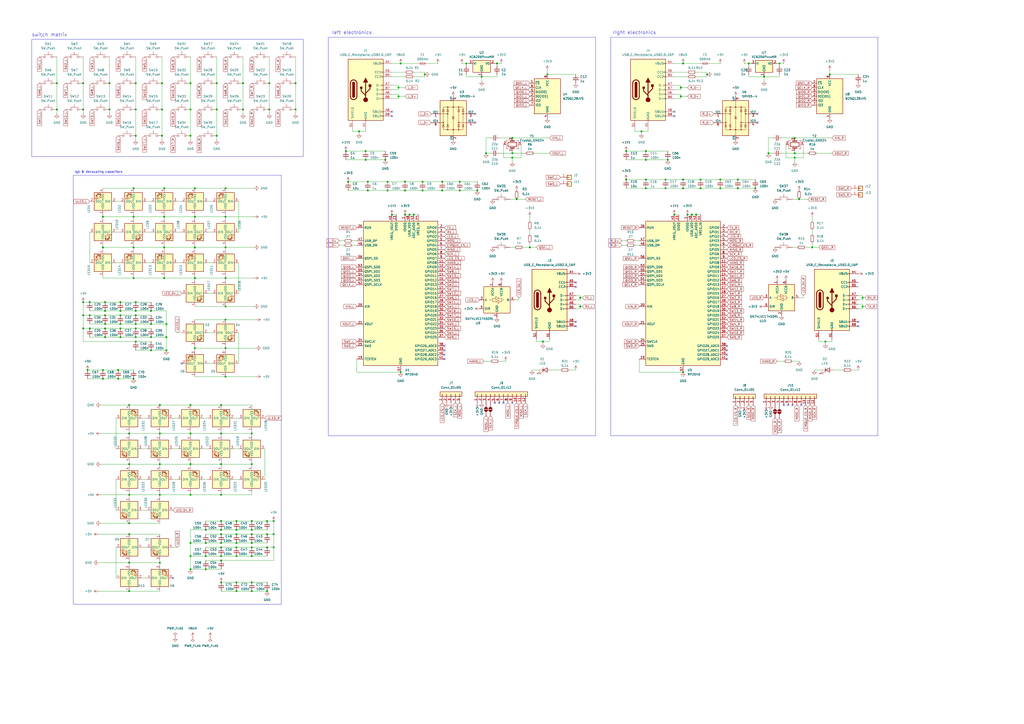
<source format=kicad_sch>
(kicad_sch (version 20231120) (generator "eeschema") (generator_version "8.0")
  (paper "A2")
  (title_block (title "sweep") (date "2024-07-27") (rev "0.1") (company "pngu.org") (comment 1 "Solderpad Hardware License v2.1"))
  (junction (at 128.27 322.58))
  (junction (at 146.05 302.26))
  (junction (at 74.93 303.53))
  (junction (at 372.11 76.2))
  (junction (at 231.14 55.88))
  (junction (at 78.74 63.5))
  (junction (at 299.72 115.57))
  (junction (at 245.11 110.49))
  (junction (at 69.85 182.88))
  (junction (at 434.34 36.83))
  (junction (at 156.21 48.26))
  (junction (at 87.63 180.34))
  (junction (at 74.93 326.39))
  (junction (at 276.86 110.49))
  (junction (at 130.81 177.8))
  (junction (at 137.16 307.34))
  (junction (at 481.33 43.18))
  (junction (at 137.16 342.9))
  (junction (at 92.71 287.02))
  (junction (at 74.93 234.95))
  (junction (at 128.27 251.46))
  (junction (at 279.4 44.45))
  (junction (at 77.47 109.22))
  (junction (at 146.05 337.82))
  (junction (at 213.36 110.49))
  (junction (at 60.96 190.5))
  (junction (at 95.25 161.29))
  (junction (at 146.05 269.24))
  (junction (at 52.07 182.88))
  (junction (at 87.63 195.58))
  (junction (at 406.4 104.14))
  (junction (at 48.26 48.26))
  (junction (at 128.27 269.24))
  (junction (at 50.8 214.63))
  (junction (at 96.52 195.58))
  (junction (at 130.81 109.22))
  (junction (at 452.12 36.83))
  (junction (at 314.96 198.12))
  (junction (at 87.63 187.96))
  (junction (at 87.63 203.2))
  (junction (at 130.81 185.42))
  (junction (at 427.99 104.14))
  (junction (at 245.11 105.41))
  (junction (at 113.03 201.93))
  (junction (at 137.16 309.88))
  (junction (at 128.27 234.95))
  (junction (at 266.7 105.41))
  (junction (at 146.05 322.58))
  (junction (at 224.79 105.41))
  (junction (at 234.95 124.46))
  (junction (at 417.83 104.14))
  (junction (at 137.16 314.96))
  (junction (at 137.16 322.58))
  (junction (at 119.38 322.58))
  (junction (at 461.01 88.9))
  (junction (at 201.93 105.41))
  (junction (at 156.21 63.5))
  (junction (at 270.51 36.83))
  (junction (at 158.75 317.5))
  (junction (at 110.49 269.24))
  (junction (at 398.78 124.46))
  (junction (at 386.08 104.14))
  (junction (at 69.85 175.26))
  (junction (at 128.27 302.26))
  (junction (at 110.49 78.74))
  (junction (at 137.16 302.26))
  (junction (at 60.96 180.34))
  (junction (at 374.65 87.63))
  (junction (at 93.98 48.26))
  (junction (at 78.74 190.5))
  (junction (at 48.26 175.26))
  (junction (at 77.47 125.73))
  (junction (at 137.16 317.5))
  (junction (at 119.38 314.96))
  (junction (at 77.47 219.71))
  (junction (at 93.98 78.74))
  (junction (at 74.93 251.46))
  (junction (at 113.03 109.22))
  (junction (at 307.34 143.51))
  (junction (at 95.25 109.22))
  (junction (at 208.28 76.2))
  (junction (at 396.24 36.83))
  (junction (at 68.58 219.71))
  (junction (at 213.36 105.41))
  (junction (at 128.27 325.12))
  (junction (at 237.49 124.46))
  (junction (at 171.45 63.5))
  (junction (at 232.41 215.9))
  (junction (at 224.79 110.49))
  (junction (at 266.7 110.49))
  (junction (at 69.85 187.96))
  (junction (at 297.18 80.01))
  (junction (at 146.05 251.46))
  (junction (at 128.27 307.34))
  (junction (at 478.79 198.12))
  (junction (at 78.74 78.74))
  (junction (at 463.55 115.57))
  (junction (at 78.74 195.58))
  (junction (at 92.71 251.46))
  (junction (at 60.96 187.96))
  (junction (at 363.22 87.63))
  (junction (at 396.24 104.14))
  (junction (at 256.54 110.49))
  (junction (at 336.55 172.72))
  (junction (at 77.47 161.29))
  (junction (at 110.49 287.02))
  (junction (at 374.65 104.14))
  (junction (at 130.81 218.44))
  (junction (at 113.03 125.73))
  (junction (at 128.27 287.02))
  (junction (at 48.26 63.5))
  (junction (at 78.74 182.88))
  (junction (at 146.05 317.5))
  (junction (at 154.94 302.26))
  (junction (at 140.97 48.26))
  (junction (at 52.07 175.26))
  (junction (at 391.16 124.46))
  (junction (at 461.01 80.01))
  (junction (at 59.69 143.51))
  (junction (at 154.94 317.5))
  (junction (at 240.03 124.46))
  (junction (at 281.94 88.9))
  (junction (at 130.81 143.51))
  (junction (at 125.73 78.74))
  (junction (at 78.74 198.12))
  (junction (at 471.17 143.51))
  (junction (at 417.83 109.22))
  (junction (at 78.74 48.26))
  (junction (at 69.85 190.5))
  (junction (at 223.52 92.71))
  (junction (at 74.93 342.9))
  (junction (at 113.03 143.51))
  (junction (at 128.27 309.88))
  (junction (at 234.95 110.49))
  (junction (at 60.96 182.88))
  (junction (at 438.15 109.22))
  (junction (at 227.33 124.46))
  (junction (at 110.49 234.95))
  (junction (at 137.16 337.82))
  (junction (at 401.32 124.46))
  (junction (at 500.38 172.72))
  (junction (at 396.24 215.9))
  (junction (at 146.05 314.96))
  (junction (at 403.86 124.46))
  (junction (at 63.5 63.5))
  (junction (at 110.49 314.96))
  (junction (at 396.24 109.22))
  (junction (at 232.41 36.83))
  (junction (at 78.74 187.96))
  (junction (at 146.05 309.88))
  (junction (at 125.73 63.5))
  (junction (at 95.25 125.73))
  (junction (at 110.49 330.2))
  (junction (at 336.55 177.8))
  (junction (at 317.5 43.18))
  (junction (at 500.38 177.8))
  (junction (at 95.25 143.51))
  (junction (at 125.73 48.26))
  (junction (at 60.96 175.26))
  (junction (at 200.66 87.63))
  (junction (at 387.35 92.71))
  (junction (at 92.71 269.24))
  (junction (at 59.69 214.63))
  (junction (at 410.21 43.18))
  (junction (at 52.07 190.5))
  (junction (at 297.18 88.9))
  (junction (at 33.02 63.5))
  (junction (at 130.81 161.29))
  (junction (at 406.4 109.22))
  (junction (at 48.26 182.88))
  (junction (at 231.14 50.8))
  (junction (at 93.98 63.5))
  (junction (at 74.93 309.88))
  (junction (at 59.69 125.73))
  (junction (at 74.93 269.24))
  (junction (at 77.47 143.51))
  (junction (at 110.49 322.58))
  (junction (at 297.18 91.44))
  (junction (at 68.58 214.63))
  (junction (at 92.71 326.39))
  (junction (at 443.23 44.45))
  (junction (at 130.81 125.73))
  (junction (at 110.49 251.46))
  (junction (at 154.94 309.88))
  (junction (at 92.71 234.95))
  (junction (at 246.38 43.18))
  (junction (at 171.45 48.26))
  (junction (at 128.27 314.96))
  (junction (at 461.01 91.44))
  (junction (at 96.52 203.2))
  (junction (at 256.54 105.41))
  (junction (at 158.75 309.88))
  (junction (at 394.97 55.88))
  (junction (at 374.65 109.22))
  (junction (at 140.97 63.5))
  (junction (at 110.49 63.5))
  (junction (at 212.09 87.63))
  (junction (at 374.65 92.71))
  (junction (at 59.69 219.71))
  (junction (at 69.85 195.58))
  (junction (at 74.93 287.02))
  (junction (at 394.97 50.8))
  (junction (at 60.96 195.58))
  (junction (at 146.05 307.34))
  (junction (at 48.26 190.5))
  (junction (at 119.38 330.2))
  (junction (at 288.29 36.83))
  (junction (at 78.74 175.26))
  (junction (at 110.49 48.26))
  (junction (at 212.09 92.71))
  (junction (at 130.81 201.93))
  (junction (at 386.08 109.22))
  (junction (at 363.22 104.14))
  (junction (at 96.52 187.96))
  (junction (at 234.95 105.41))
  (junction (at 128.27 337.82))
  (junction (at 445.77 88.9))
  (junction (at 119.38 307.34))
  (junction (at 158.75 302.26))
  (junction (at 128.27 317.5))
  (junction (at 63.5 48.26))
  (junction (at 154.94 342.9))
  (junction (at 78.74 180.34))
  (junction (at 427.99 109.22))
  (junction (at 146.05 342.9))
  (junction (at 113.03 161.29))
  (junction (at 33.02 48.26))
  (junction (at 69.85 180.34))
  (no_connect (at 391.16 67.31))
  (no_connect (at 334.01 166.37))
  (no_connect (at 457.2 234.95))
  (no_connect (at 334.01 163.83))
  (no_connect (at 257.81 208.28))
  (no_connect (at 227.33 67.31))
  (no_connect (at 227.33 64.77))
  (no_connect (at 275.59 66.04))
  (no_connect (at 421.64 205.74))
  (no_connect (at 459.74 234.95))
  (no_connect (at 497.84 186.69))
  (no_connect (at 257.81 200.66))
  (no_connect (at 297.18 233.68))
  (no_connect (at 391.16 64.77))
  (no_connect (at 105.41 210.82))
  (no_connect (at 464.82 234.95))
  (no_connect (at 287.02 233.68))
  (no_connect (at 334.01 186.69))
  (no_connect (at 334.01 189.23))
  (no_connect (at 421.64 200.66))
  (no_connect (at 439.42 71.12))
  (no_connect (at 421.64 208.28))
  (no_connect (at 289.56 233.68))
  (no_connect (at 497.84 189.23))
  (no_connect (at 257.81 203.2))
  (no_connect (at 292.1 233.68))
  (no_connect (at 454.66 234.95))
  (no_connect (at 275.59 71.12))
  (no_connect (at 257.81 205.74))
  (no_connect (at 439.42 66.04))
  (no_connect (at 421.64 203.2))
  (no_connect (at 100.33 335.28))
  (wire (pts (xy 417.83 109.22) (xy 427.99 109.22)))
  (wire (pts (xy 77.47 143.51) (xy 77.47 142.24)))
  (wire (pts (xy 309.88 88.9) (xy 318.77 88.9)))
  (wire (pts (xy 471.17 143.51) (xy 467.36 143.51)))
  (wire (pts (xy 85.09 317.5) (xy 82.55 317.5)))
  (wire (pts (xy 466.09 171.45) (xy 466.09 172.72)))
  (wire (pts (xy 146.05 251.46) (xy 146.05 252.73)))
  (wire (pts (xy 363.22 92.71) (xy 374.65 92.71)))
  (wire (pts (xy 158.75 317.5) (xy 154.94 317.5)))
  (wire (pts (xy 500.38 177.8) (xy 500.38 176.53)))
  (wire (pts (xy 231.14 49.53) (xy 231.14 50.8)))
  (wire (pts (xy 92.71 326.39) (xy 92.71 327.66)))
  (wire (pts (xy 96.52 180.34) (xy 96.52 187.96)))
  (wire (pts (xy 398.78 50.8) (xy 394.97 50.8)))
  (wire (pts (xy 374.65 109.22) (xy 386.08 109.22)))
  (wire (pts (xy 372.11 76.2) (xy 375.92 76.2)))
  (wire (pts (xy 69.85 180.34) (xy 78.74 180.34)))
  (wire (pts (xy 120.65 260.35) (xy 118.11 260.35)))
  (wire (pts (xy 74.93 326.39) (xy 92.71 326.39)))
  (wire (pts (xy 63.5 33.02) (xy 63.5 48.26)))
  (wire (pts (xy 307.34 143.51) (xy 303.53 143.51)))
  (wire (pts (xy 455.93 91.44) (xy 461.01 91.44)))
  (wire (pts (xy 128.27 307.34) (xy 119.38 307.34)))
  (wire (pts (xy 110.49 322.58) (xy 110.49 330.2)))
  (wire (pts (xy 85.09 242.57) (xy 82.55 242.57)))
  (wire (pts (xy 391.16 57.15) (xy 394.97 57.15)))
  (wire (pts (xy 74.93 303.53) (xy 58.42 303.53)))
  (wire (pts (xy 336.55 179.07) (xy 336.55 177.8)))
  (wire (pts (xy 113.03 125.73) (xy 113.03 127)))
  (wire (pts (xy 227.33 44.45) (xy 234.95 44.45)))
  (wire (pts (xy 130.81 201.93) (xy 148.59 201.93)))
  (wire (pts (xy 125.73 63.5) (xy 125.73 78.74)))
  (wire (pts (xy 78.74 198.12) (xy 87.63 198.12)))
  (wire (pts (xy 336.55 177.8) (xy 336.55 176.53)))
  (wire (pts (xy 147.32 109.22) (xy 130.81 109.22)))
  (wire (pts (xy 288.29 44.45) (xy 279.4 44.45)))
  (wire (pts (xy 146.05 251.46) (xy 128.27 251.46)))
  (wire (pts (xy 240.03 44.45) (xy 246.38 44.45)))
  (wire (pts (xy 295.91 143.51) (xy 298.45 143.51)))
  (wire (pts (xy 391.16 44.45) (xy 398.78 44.45)))
  (wire (pts (xy 308.61 214.63) (xy 312.42 214.63)))
  (wire (pts (xy 52.07 187.96) (xy 60.96 187.96)))
  (wire (pts (xy 256.54 110.49) (xy 266.7 110.49)))
  (wire (pts (xy 500.38 176.53) (xy 497.84 176.53)))
  (wire (pts (xy 171.45 63.5) (xy 171.45 66.04)))
  (wire (pts (xy 87.63 187.96) (xy 96.52 187.96)))
  (wire (pts (xy 410.21 41.91) (xy 403.86 41.91)))
  (wire (pts (xy 113.03 143.51) (xy 113.03 144.78)))
  (wire (pts (xy 113.03 142.24) (xy 113.03 143.51)))
  (wire (pts (xy 461.01 80.01) (xy 482.6 80.01)))
  (wire (pts (xy 69.85 195.58) (xy 78.74 195.58)))
  (polyline (pts (xy 509.27 252.73) (xy 509.27 223.52)))
  (wire (pts (xy 410.21 43.18) (xy 410.21 41.91)))
  (wire (pts (xy 67.31 242.57) (xy 67.31 260.35)))
  (wire (pts (xy 60.96 182.88) (xy 69.85 182.88)))
  (wire (pts (xy 74.93 287.02) (xy 58.42 287.02)))
  (wire (pts (xy 231.14 50.8) (xy 231.14 52.07)))
  (wire (pts (xy 434.34 43.18) (xy 434.34 44.45)))
  (wire (pts (xy 372.11 77.47) (xy 372.11 76.2)))
  (wire (pts (xy 450.85 209.55) (xy 454.66 209.55)))
  (wire (pts (xy 391.16 49.53) (xy 394.97 49.53)))
  (wire (pts (xy 398.78 124.46) (xy 401.32 124.46)))
  (wire (pts (xy 78.74 180.34) (xy 87.63 180.34)))
  (wire (pts (xy 204.47 74.93) (xy 204.47 76.2)))
  (wire (pts (xy 463.55 115.57) (xy 459.74 115.57)))
  (wire (pts (xy 270.51 36.83) (xy 271.78 36.83)))
  (wire (pts (xy 102.87 278.13) (xy 100.33 278.13)))
  (wire (pts (xy 483.87 214.63) (xy 488.95 214.63)))
  (wire (pts (xy 153.67 260.35) (xy 153.67 278.13)))
  (wire (pts (xy 300.99 172.72) (xy 300.99 173.99)))
  (wire (pts (xy 227.33 52.07) (xy 231.14 52.07)))
  (wire (pts (xy 336.55 173.99) (xy 336.55 172.72)))
  (wire (pts (xy 307.34 125.73) (xy 307.34 128.27)))
  (wire (pts (xy 78.74 195.58) (xy 87.63 195.58)))
  (wire (pts (xy 386.08 104.14) (xy 396.24 104.14)))
  (wire (pts (xy 60.96 195.58) (xy 69.85 195.58)))
  (wire (pts (xy 146.05 234.95) (xy 128.27 234.95)))
  (wire (pts (xy 311.15 198.12) (xy 314.96 198.12)))
  (wire (pts (xy 102.87 152.4) (xy 105.41 152.4)))
  (wire (pts (xy 102.87 134.62) (xy 105.41 134.62)))
  (polyline (pts (xy 190.5 252.73) (xy 190.5 223.52)))
  (wire (pts (xy 368.3 74.93) (xy 368.3 76.2)))
  (wire (pts (xy 246.38 43.18) (xy 246.38 41.91)))
  (wire (pts (xy 297.18 91.44) (xy 302.26 91.44)))
  (wire (pts (xy 500.38 172.72) (xy 501.65 172.72)))
  (wire (pts (xy 120.65 242.57) (xy 118.11 242.57)))
  (wire (pts (xy 237.49 124.46) (xy 240.03 124.46)))
  (wire (pts (xy 128.27 317.5) (xy 119.38 317.5)))
  (wire (pts (xy 146.05 250.19) (xy 146.05 251.46)))
  (wire (pts (xy 146.05 302.26) (xy 137.16 302.26)))
  (wire (pts (xy 156.21 33.02) (xy 156.21 48.26)))
  (wire (pts (xy 234.95 124.46) (xy 237.49 124.46)))
  (wire (pts (xy 497.84 179.07) (xy 500.38 179.07)))
  (wire (pts (xy 158.75 309.88) (xy 158.75 317.5)))
  (polyline (pts (xy 354.33 223.52) (xy 354.33 252.73)))
  (wire (pts (xy 119.38 330.2) (xy 110.49 330.2)))
  (wire (pts (xy 140.97 48.26) (xy 140.97 63.5)))
  (wire (pts (xy 69.85 190.5) (xy 78.74 190.5)))
  (wire (pts (xy 171.45 48.26) (xy 171.45 63.5)))
  (wire (pts (xy 95.25 125.73) (xy 113.03 125.73)))
  (wire (pts (xy 95.25 160.02) (xy 95.25 161.29)))
  (wire (pts (xy 130.81 124.46) (xy 130.81 125.73)))
  (wire (pts (xy 391.16 36.83) (xy 396.24 36.83)))
  (wire (pts (xy 292.1 91.44) (xy 297.18 91.44)))
  (wire (pts (xy 368.3 142.24) (xy 370.84 142.24)))
  (wire (pts (xy 232.41 215.9) (xy 207.01 215.9)))
  (wire (pts (xy 52.07 175.26) (xy 60.96 175.26)))
  (wire (pts (xy 154.94 317.5) (xy 146.05 317.5)))
  (wire (pts (xy 232.41 36.83) (xy 242.57 36.83)))
  (wire (pts (xy 466.09 172.72) (xy 463.55 172.72)))
  (wire (pts (xy 461.01 93.98) (xy 461.01 91.44)))
  (wire (pts (xy 297.18 80.01) (xy 318.77 80.01)))
  (wire (pts (xy 394.97 55.88) (xy 394.97 57.15)))
  (wire (pts (xy 110.49 33.02) (xy 110.49 48.26)))
  (wire (pts (xy 92.71 250.19) (xy 92.71 251.46)))
  (wire (pts (xy 391.16 124.46) (xy 393.7 124.46)))
  (wire (pts (xy 60.96 175.26) (xy 69.85 175.26)))
  (wire (pts (xy 48.26 190.5) (xy 52.07 190.5)))
  (wire (pts (xy 138.43 193.04) (xy 138.43 210.82)))
  (wire (pts (xy 85.09 116.84) (xy 87.63 116.84)))
  (wire (pts (xy 417.83 104.14) (xy 427.99 104.14)))
  (wire (pts (xy 78.74 187.96) (xy 87.63 187.96)))
  (wire (pts (xy 471.17 140.97) (xy 471.17 143.51)))
  (wire (pts (xy 474.98 196.85) (xy 474.98 198.12)))
  (wire (pts (xy 213.36 105.41) (xy 224.79 105.41)))
  (wire (pts (xy 130.81 203.2) (xy 130.81 201.93)))
  (wire (pts (xy 130.81 125.73) (xy 147.32 125.73)))
  (wire (pts (xy 396.24 215.9) (xy 370.84 215.9)))
  (wire (pts (xy 113.03 218.44) (xy 130.81 218.44)))
  (wire (pts (xy 231.14 55.88) (xy 231.14 57.15)))
  (wire (pts (xy 287.02 36.83) (xy 288.29 36.83)))
  (wire (pts (xy 284.48 80.01) (xy 281.94 80.01)))
  (wire (pts (xy 125.73 78.74) (xy 125.73 81.28)))
  (wire (pts (xy 102.87 116.84) (xy 105.41 116.84)))
  (wire (pts (xy 227.33 54.61) (xy 231.14 54.61)))
  (wire (pts (xy 297.18 93.98) (xy 297.18 91.44)))
  (wire (pts (xy 74.93 327.66) (xy 74.93 326.39)))
  (wire (pts (xy 93.98 48.26) (xy 93.98 63.5)))
  (wire (pts (xy 74.93 309.88) (xy 57.15 309.88)))
  (wire (pts (xy 77.47 161.29) (xy 95.25 161.29)))
  (wire (pts (xy 497.84 173.99) (xy 500.38 173.99)))
  (wire (pts (xy 130.81 177.8) (xy 147.32 177.8)))
  (wire (pts (xy 146.05 317.5) (xy 137.16 317.5)))
  (wire (pts (xy 110.49 314.96) (xy 110.49 322.58)))
  (wire (pts (xy 471.17 125.73) (xy 471.17 128.27)))
  (wire (pts (xy 146.05 269.24) (xy 146.05 270.51)))
  (wire (pts (xy 74.93 287.02) (xy 74.93 288.29)))
  (wire (pts (xy 120.65 278.13) (xy 118.11 278.13)))
  (wire (pts (xy 125.73 48.26) (xy 125.73 63.5)))
  (wire (pts (xy 68.58 214.63) (xy 77.47 214.63)))
  (wire (pts (xy 320.04 214.63) (xy 325.12 214.63)))
  (wire (pts (xy 52.07 180.34) (xy 60.96 180.34)))
  (polyline (pts (xy 354.33 21.59) (xy 354.33 223.52)))
  (wire (pts (xy 120.65 116.84) (xy 123.19 116.84)))
  (wire (pts (xy 52.07 182.88) (xy 60.96 182.88)))
  (wire (pts (xy 158.75 325.12) (xy 128.27 325.12)))
  (wire (pts (xy 68.58 219.71) (xy 77.47 219.71)))
  (polyline (pts (xy 190.5 21.59) (xy 345.44 21.59)))
  (wire (pts (xy 227.33 36.83) (xy 232.41 36.83)))
  (polyline (pts (xy 509.27 223.52) (xy 509.27 21.59)))
  (wire (pts (xy 234.95 105.41) (xy 245.11 105.41)))
  (wire (pts (xy 453.39 80.01) (xy 461.01 80.01)))
  (wire (pts (xy 113.03 185.42) (xy 130.81 185.42)))
  (wire (pts (xy 363.22 104.14) (xy 374.65 104.14)))
  (wire (pts (xy 59.69 124.46) (xy 59.69 125.73)))
  (wire (pts (xy 360.68 139.7) (xy 363.22 139.7)))
  (wire (pts (xy 374.65 92.71) (xy 387.35 92.71)))
  (wire (pts (xy 130.81 143.51) (xy 147.32 143.51)))
  (wire (pts (xy 138.43 116.84) (xy 138.43 134.62)))
  (wire (pts (xy 110.49 234.95) (xy 92.71 234.95)))
  (wire (pts (xy 234.95 110.49) (xy 245.11 110.49)))
  (wire (pts (xy 410.21 44.45) (xy 410.21 43.18)))
  (wire (pts (xy 137.16 309.88) (xy 128.27 309.88)))
  (wire (pts (xy 279.4 46.99) (xy 279.4 44.45)))
  (wire (pts (xy 234.95 55.88) (xy 231.14 55.88)))
  (wire (pts (xy 403.86 124.46) (xy 406.4 124.46)))
  (wire (pts (xy 77.47 125.73) (xy 95.25 125.73)))
  (wire (pts (xy 92.71 251.46) (xy 92.71 252.73)))
  (wire (pts (xy 77.47 143.51) (xy 77.47 144.78)))
  (wire (pts (xy 74.93 234.95) (xy 58.42 234.95)))
  (wire (pts (xy 406.4 104.14) (xy 417.83 104.14)))
  (wire (pts (xy 92.71 342.9) (xy 74.93 342.9)))
  (wire (pts (xy 92.71 269.24) (xy 92.71 270.51)))
  (wire (pts (xy 297.18 88.9) (xy 304.8 88.9)))
  (wire (pts (xy 85.09 260.35) (xy 82.55 260.35)))
  (wire (pts (xy 110.49 78.74) (xy 110.49 81.28)))
  (wire (pts (xy 52.07 195.58) (xy 60.96 195.58)))
  (wire (pts (xy 317.5 40.64) (xy 317.5 43.18)))
  (wire (pts (xy 77.47 160.02) (xy 77.47 161.29)))
  (wire (pts (xy 119.38 314.96) (xy 110.49 314.96)))
  (wire (pts (xy 311.15 143.51) (xy 307.34 143.51)))
  (wire (pts (xy 60.96 187.96) (xy 69.85 187.96)))
  (wire (pts (xy 60.96 190.5) (xy 69.85 190.5)))
  (wire (pts (xy 77.47 125.73) (xy 77.47 127)))
  (wire (pts (xy 128.27 269.24) (xy 110.49 269.24)))
  (wire (pts (xy 158.75 309.88) (xy 154.94 309.88)))
  (wire (pts (xy 102.87 242.57) (xy 100.33 242.57)))
  (wire (pts (xy 368.3 139.7) (xy 370.84 139.7)))
  (wire (pts (xy 113.03 177.8) (xy 130.81 177.8)))
  (wire (pts (xy 128.27 342.9) (xy 137.16 342.9)))
  (wire (pts (xy 403.86 44.45) (xy 410.21 44.45)))
  (wire (pts (xy 74.93 269.24) (xy 74.93 270.51)))
  (wire (pts (xy 300.99 173.99) (xy 298.45 173.99)))
  (wire (pts (xy 113.03 124.46) (xy 113.03 125.73)))
  (wire (pts (xy 140.97 33.02) (xy 140.97 48.26)))
  (wire (pts (xy 110.49 285.75) (xy 110.49 287.02)))
  (wire (pts (xy 69.85 182.88) (xy 78.74 182.88)))
  (wire (pts (xy 92.71 303.53) (xy 74.93 303.53)))
  (wire (pts (xy 48.26 63.5) (xy 48.26 66.04)))
  (wire (pts (xy 299.72 115.57) (xy 295.91 115.57)))
  (wire (pts (xy 158.75 317.5) (xy 158.75 325.12)))
  (wire (pts (xy 128.27 302.26) (xy 119.38 302.26)))
  (wire (pts (xy 128.27 269.24) (xy 128.27 270.51)))
  (polyline (pts (xy 190.5 21.59) (xy 190.5 223.52)))
  (wire (pts (xy 74.93 250.19) (xy 74.93 251.46)))
  (wire (pts (xy 270.51 38.1) (xy 270.51 36.83)))
  (wire (pts (xy 59.69 142.24) (xy 59.69 143.51)))
  (wire (pts (xy 96.52 195.58) (xy 96.52 203.2)))
  (wire (pts (xy 59.69 143.51) (xy 59.69 144.78)))
  (wire (pts (xy 130.81 161.29) (xy 130.81 162.56)))
  (wire (pts (xy 137.16 342.9) (xy 146.05 342.9)))
  (wire (pts (xy 336.55 171.45) (xy 334.01 171.45)))
  (wire (pts (xy 363.22 109.22) (xy 374.65 109.22)))
  (wire (pts (xy 128.27 250.19) (xy 128.27 251.46)))
  (wire (pts (xy 113.03 160.02) (xy 113.03 161.29)))
  (wire (pts (xy 459.74 143.51) (xy 462.28 143.51)))
  (wire (pts (xy 443.23 46.99) (xy 443.23 44.45)))
  (wire (pts (xy 368.3 76.2) (xy 372.11 76.2)))
  (wire (pts (xy 288.29 38.1) (xy 288.29 36.83)))
  (wire (pts (xy 137.16 337.82) (xy 146.05 337.82)))
  (wire (pts (xy 92.71 269.24) (xy 74.93 269.24)))
  (wire (pts (xy 292.1 83.82) (xy 292.1 91.44)))
  (wire (pts (xy 234.95 50.8) (xy 231.14 50.8)))
  (wire (pts (xy 204.47 76.2) (xy 208.28 76.2)))
  (wire (pts (xy 156.21 48.26) (xy 156.21 63.5)))
  (wire (pts (xy 200.66 87.63) (xy 212.09 87.63)))
  (wire (pts (xy 33.02 63.5) (xy 33.02 66.04)))
  (wire (pts (xy 130.81 218.44) (xy 148.59 218.44)))
  (wire (pts (xy 63.5 48.26) (xy 63.5 63.5)))
  (wire (pts (xy 119.38 322.58) (xy 110.49 322.58)))
  (wire (pts (xy 59.69 109.22) (xy 77.47 109.22)))
  (wire (pts (xy 394.97 54.61) (xy 394.97 55.88)))
  (wire (pts (xy 266.7 110.49) (xy 276.86 110.49)))
  (wire (pts (xy 266.7 105.41) (xy 276.86 105.41)))
  (wire (pts (xy 394.97 49.53) (xy 394.97 50.8)))
  (wire (pts (xy 474.98 143.51) (xy 471.17 143.51)))
  (wire (pts (xy 452.12 36.83) (xy 454.66 36.83)))
  (wire (pts (xy 281.94 88.9) (xy 284.48 88.9)))
  (wire (pts (xy 474.98 198.12) (xy 478.79 198.12)))
  (wire (pts (xy 317.5 43.18) (xy 334.01 43.18)))
  (wire (pts (xy 146.05 322.58) (xy 137.16 322.58)))
  (wire (pts (xy 307.34 133.35) (xy 307.34 135.89)))
  (wire (pts (xy 452.12 38.1) (xy 452.12 36.83)))
  (wire (pts (xy 130.81 161.29) (xy 147.32 161.29)))
  (wire (pts (xy 200.66 92.71) (xy 212.09 92.71)))
  (wire (pts (xy 78.74 33.02) (xy 78.74 48.26)))
  (wire (pts (xy 130.81 142.24) (xy 130.81 143.51)))
  (wire (pts (xy 336.55 172.72) (xy 337.82 172.72)))
  (wire (pts (xy 128.27 330.2) (xy 119.38 330.2)))
  (wire (pts (xy 360.68 142.24) (xy 363.22 142.24)))
  (wire (pts (xy 130.81 160.02) (xy 130.81 161.29)))
  (wire (pts (xy 60.96 180.34) (xy 69.85 180.34)))
  (wire (pts (xy 245.11 110.49) (xy 256.54 110.49)))
  (wire (pts (xy 154.94 314.96) (xy 146.05 314.96)))
  (wire (pts (xy 137.16 314.96) (xy 128.27 314.96)))
  (wire (pts (xy 102.87 317.5) (xy 100.33 317.5)))
  (wire (pts (xy 120.65 170.18) (xy 123.19 170.18)))
  (wire (pts (xy 128.27 234.95) (xy 110.49 234.95)))
  (wire (pts (xy 146.05 307.34) (xy 137.16 307.34)))
  (wire (pts (xy 137.16 317.5) (xy 128.27 317.5)))
  (wire (pts (xy 208.28 77.47) (xy 208.28 76.2)))
  (wire (pts (xy 48.26 190.5) (xy 48.26 198.12)))
  (wire (pts (xy 374.65 104.14) (xy 386.08 104.14)))
  (wire (pts (xy 113.03 125.73) (xy 130.81 125.73)))
  (wire (pts (xy 307.34 140.97) (xy 307.34 143.51)))
  (wire (pts (xy 128.27 285.75) (xy 128.27 287.02)))
  (wire (pts (xy 48.26 175.26) (xy 48.26 182.88)))
  (wire (pts (xy 137.16 322.58) (xy 128.27 322.58)))
  (wire (pts (xy 334.01 173.99) (xy 336.55 173.99)))
  (wire (pts (xy 138.43 278.13) (xy 135.89 278.13)))
  (wire (pts (xy 110.49 269.24) (xy 92.71 269.24)))
  (wire (pts (xy 33.02 33.02) (xy 33.02 48.26)))
  (wire (pts (xy 138.43 260.35) (xy 135.89 260.35)))
  (wire (pts (xy 445.77 80.01) (xy 445.77 88.9)))
  (wire (pts (xy 478.79 198.12) (xy 482.6 198.12)))
  (wire (pts (xy 452.12 44.45) (xy 443.23 44.45)))
  (wire (pts (xy 95.25 125.73) (xy 95.25 127)))
  (polyline (pts (xy 354.33 252.73) (xy 509.27 252.73)))
  (wire (pts (xy 466.09 91.44) (xy 466.09 83.82)))
  (wire (pts (xy 396.24 36.83) (xy 406.4 36.83)))
  (wire (pts (xy 48.26 48.26) (xy 48.26 63.5)))
  (wire (pts (xy 171.45 33.02) (xy 171.45 48.26)))
  (wire (pts (xy 330.2 214.63) (xy 334.01 214.63)))
  (wire (pts (xy 154.94 322.58) (xy 146.05 322.58)))
  (wire (pts (xy 92.71 285.75) (xy 92.71 287.02)))
  (wire (pts (xy 201.93 110.49) (xy 213.36 110.49)))
  (wire (pts (xy 494.03 214.63) (xy 497.84 214.63)))
  (wire (pts (xy 59.69 214.63) (xy 68.58 214.63)))
  (wire (pts (xy 461.01 87.63) (xy 461.01 88.9)))
  (wire (pts (xy 212.09 87.63) (xy 223.52 87.63)))
  (wire (pts (xy 113.03 109.22) (xy 130.81 109.22)))
  (wire (pts (xy 453.39 88.9) (xy 461.01 88.9)))
  (wire (pts (xy 110.49 267.97) (xy 110.49 269.24)))
  (wire (pts (xy 77.47 143.51) (xy 59.69 143.51)))
  (wire (pts (xy 281.94 80.01) (xy 281.94 88.9)))
  (wire (pts (xy 113.03 161.29) (xy 113.03 162.56)))
  (wire (pts (xy 74.93 267.97) (xy 74.93 269.24)))
  (wire (pts (xy 208.28 76.2) (xy 212.09 76.2)))
  (wire (pts (xy 146.05 342.9) (xy 154.94 342.9)))
  (wire (pts (xy 95.25 161.29) (xy 113.03 161.29)))
  (wire (pts (xy 411.48 36.83) (xy 417.83 36.83)))
  (wire (pts (xy 201.93 105.41) (xy 213.36 105.41)))
  (wire (pts (xy 158.75 302.26) (xy 158.75 309.88)))
  (wire (pts (xy 227.33 124.46) (xy 229.87 124.46)))
  (wire (pts (xy 78.74 48.26) (xy 78.74 63.5)))
  (wire (pts (xy 459.74 209.55) (xy 463.55 209.55)))
  (wire (pts (xy 256.54 105.41) (xy 266.7 105.41)))
  (wire (pts (xy 138.43 152.4) (xy 138.43 170.18)))
  (wire (pts (xy 87.63 203.2) (xy 96.52 203.2)))
  (wire (pts (xy 74.93 326.39) (xy 57.15 326.39)))
  (wire (pts (xy 394.97 50.8) (xy 394.97 52.07)))
  (wire (pts (xy 146.05 267.97) (xy 146.05 269.24)))
  (wire (pts (xy 231.14 54.61) (xy 231.14 55.88)))
  (wire (pts (xy 92.71 325.12) (xy 92.71 326.39)))
  (wire (pts (xy 270.51 44.45) (xy 279.4 44.45)))
  (wire (pts (xy 95.25 143.51) (xy 77.47 143.51)))
  (wire (pts (xy 95.25 143.51) (xy 95.25 144.78)))
  (wire (pts (xy 471.17 133.35) (xy 471.17 135.89)))
  (wire (pts (xy 146.05 285.75) (xy 146.05 287.02)))
  (wire (pts (xy 128.27 287.02) (xy 110.49 287.02)))
  (wire (pts (xy 113.03 200.66) (xy 113.03 201.93)))
  (wire (pts (xy 137.16 307.34) (xy 128.27 307.34)))
  (wire (pts (xy 92.71 287.02) (xy 92.71 288.29)))
  (wire (pts (xy 427.99 109.22) (xy 438.15 109.22)))
  (wire (pts (xy 302.26 91.44) (xy 302.26 83.82)))
  (wire (pts (xy 85.09 335.28) (xy 82.55 335.28)))
  (wire (pts (xy 270.51 43.18) (xy 270.51 44.45)))
  (wire (pts (xy 110.49 269.24) (xy 110.49 270.51)))
  (wire (pts (xy 500.38 171.45) (xy 497.84 171.45)))
  (wire (pts (xy 427.99 104.14) (xy 438.15 104.14)))
  (wire (pts (xy 227.33 57.15) (xy 231.14 57.15)))
  (wire (pts (xy 375.92 76.2) (xy 375.92 74.93)))
  (wire (pts (xy 59.69 160.02) (xy 59.69 161.29)))
  (wire (pts (xy 146.05 337.82) (xy 154.94 337.82)))
  (wire (pts (xy 130.81 125.73) (xy 130.81 127)))
  (wire (pts (xy 398.78 55.88) (xy 394.97 55.88)))
  (wire (pts (xy 363.22 87.63) (xy 374.65 87.63)))
  (wire (pts (xy 128.27 267.97) (xy 128.27 269.24)))
  (wire (pts (xy 304.8 115.57) (xy 299.72 115.57)))
  (wire (pts (xy 67.31 116.84) (xy 69.85 116.84)))
  (wire (pts (xy 120.65 193.04) (xy 123.19 193.04)))
  (wire (pts (xy 130.81 185.42) (xy 148.59 185.42)))
  (wire (pts (xy 59.69 125.73) (xy 59.69 127)))
  (wire (pts (xy 434.34 44.45) (xy 443.23 44.45)))
  (wire (pts (xy 93.98 33.02) (xy 93.98 48.26)))
  (wire (pts (xy 95.25 142.24) (xy 95.25 143.51)))
  (wire (pts (xy 74.93 251.46) (xy 58.42 251.46)))
  (wire (pts (xy 92.71 287.02) (xy 74.93 287.02)))
  (wire (pts (xy 146.05 309.88) (xy 137.16 309.88)))
  (wire (pts (xy 48.26 33.02) (xy 48.26 48.26)))
  (wire (pts (xy 500.38 172.72) (xy 500.38 171.45)))
  (wire (pts (xy 280.67 209.55) (xy 284.48 209.55)))
  (wire (pts (xy 119.38 307.34) (xy 110.49 307.34)))
  (wire (pts (xy 240.03 124.46) (xy 242.57 124.46)))
  (wire (pts (xy 481.33 43.18) (xy 497.84 43.18)))
  (wire (pts (xy 48.26 198.12) (xy 78.74 198.12)))
  (wire (pts (xy 334.01 179.07) (xy 336.55 179.07)))
  (polyline (pts (xy 345.44 223.52) (xy 345.44 21.59)))
  (wire (pts (xy 69.85 175.26) (xy 78.74 175.26)))
  (wire (pts (xy 48.26 182.88) (xy 52.07 182.88)))
  (wire (pts (xy 297.18 87.63) (xy 297.18 88.9)))
  (wire (pts (xy 314.96 199.39) (xy 314.96 198.12)))
  (wire (pts (xy 110.49 307.34) (xy 110.49 314.96)))
  (wire (pts (xy 130.81 200.66) (xy 130.81 201.93)))
  (wire (pts (xy 138.43 242.57) (xy 135.89 242.57)))
  (wire (pts (xy 137.16 302.26) (xy 128.27 302.26)))
  (wire (pts (xy 52.07 134.62) (xy 52.07 152.4)))
  (wire (pts (xy 336.55 176.53) (xy 334.01 176.53)))
  (wire (pts (xy 130.81 143.51) (xy 113.03 143.51)))
  (wire (pts (xy 67.31 134.62) (xy 69.85 134.62)))
  (polyline (pts (xy 345.44 223.52) (xy 345.44 252.73)))
  (wire (pts (xy 85.09 278.13) (xy 82.55 278.13)))
  (wire (pts (xy 500.38 179.07) (xy 500.38 177.8)))
  (wire (pts (xy 74.93 342.9) (xy 57.15 342.9)))
  (wire (pts (xy 85.09 152.4) (xy 87.63 152.4)))
  (wire (pts (xy 450.85 36.83) (xy 452.12 36.83)))
  (wire (pts (xy 93.98 78.74) (xy 93.98 81.28)))
  (wire (pts (xy 128.27 251.46) (xy 128.27 252.73)))
  (wire (pts (xy 246.38 44.45) (xy 246.38 43.18)))
  (wire (pts (xy 391.16 52.07) (xy 394.97 52.07)))
  (wire (pts (xy 374.65 87.63) (xy 387.35 87.63)))
  (wire (pts (xy 245.11 105.41) (xy 256.54 105.41)))
  (wire (pts (xy 318.77 198.12) (xy 318.77 196.85)))
  (wire (pts (xy 472.44 214.63) (xy 476.25 214.63)))
  (wire (pts (xy 110.49 251.46) (xy 110.49 252.73)))
  (wire (pts (xy 102.87 193.04) (xy 105.41 193.04)))
  (wire (pts (xy 336.55 177.8) (xy 337.82 177.8)))
  (wire (pts (xy 154.94 307.34) (xy 146.05 307.34)))
  (wire (pts (xy 154.94 302.26) (xy 146.05 302.26)))
  (wire (pts (xy 370.84 215.9) (xy 370.84 208.28)))
  (wire (pts (xy 110.49 63.5) (xy 110.49 78.74)))
  (wire (pts (xy 110.49 251.46) (xy 92.71 251.46)))
  (wire (pts (xy 130.81 201.93) (xy 113.03 201.93)))
  (wire (pts (xy 267.97 36.83) (xy 270.51 36.83)))
  (wire (pts (xy 50.8 214.63) (xy 59.69 214.63)))
  (wire (pts (xy 481.33 40.64) (xy 481.33 43.18)))
  (wire (pts (xy 52.07 190.5) (xy 60.96 190.5)))
  (wire (pts (xy 482.6 198.12) (xy 482.6 196.85)))
  (wire (pts (xy 146.05 287.02) (xy 128.27 287.02)))
  (wire (pts (xy 128.27 322.58) (xy 119.38 322.58)))
  (wire (pts (xy 85.09 295.91) (xy 82.55 295.91)))
  (wire (pts (xy 78.74 175.26) (xy 87.63 175.26)))
  (wire (pts (xy 224.79 110.49) (xy 234.95 110.49)))
  (wire (pts (xy 246.38 41.91) (xy 240.03 41.91)))
  (wire (pts (xy 74.93 285.75) (xy 74.93 287.02)))
  (wire (pts (xy 78.74 203.2) (xy 87.63 203.2)))
  (wire (pts (xy 125.73 33.02) (xy 125.73 48.26)))
  (wire (pts (xy 289.56 80.01) (xy 297.18 80.01)))
  (wire (pts (xy 33.02 48.26) (xy 33.02 63.5)))
  (wire (pts (xy 74.93 269.24) (xy 58.42 269.24)))
  (wire (pts (xy 478.79 199.39) (xy 478.79 198.12)))
  (wire (pts (xy 113.03 143.51) (xy 95.25 143.51)))
  (wire (pts (xy 87.63 180.34) (xy 96.52 180.34)))
  (wire (pts (xy 85.09 134.62) (xy 87.63 134.62)))
  (wire (pts (xy 74.93 251.46) (xy 74.93 252.73)))
  (wire (pts (xy 448.31 80.01) (xy 445.77 80.01)))
  (wire (pts (xy 95.25 124.46) (xy 95.25 125.73)))
  (wire (pts (xy 67.31 317.5) (xy 67.31 335.28)))
  (wire (pts (xy 196.85 139.7) (xy 199.39 139.7)))
  (wire (pts (xy 128.27 309.88) (xy 119.38 309.88)))
  (wire (pts (xy 391.16 41.91) (xy 398.78 41.91)))
  (wire (pts (xy 77.47 109.22) (xy 95.25 109.22)))
  (wire (pts (xy 59.69 161.29) (xy 77.47 161.29)))
  (wire (pts (xy 120.65 134.62) (xy 123.19 134.62)))
  (wire (pts (xy 461.01 88.9) (xy 468.63 88.9)))
  (wire (pts (xy 289.56 88.9) (xy 297.18 88.9)))
  (wire (pts (xy 434.34 38.1) (xy 434.34 36.83)))
  (wire (pts (xy 156.21 63.5) (xy 156.21 66.04)))
  (wire (pts (xy 128.27 314.96) (xy 119.38 314.96)))
  (wire (pts (xy 78.74 78.74) (xy 78.74 81.28)))
  (wire (pts (xy 59.69 125.73) (xy 77.47 125.73)))
  (wire (pts (xy 92.71 267.97) (xy 92.71 269.24)))
  (wire (pts (xy 146.05 269.24) (xy 128.27 269.24)))
  (wire (pts (xy 128.27 337.82) (xy 137.16 337.82)))
  (wire (pts (xy 113.03 201.93) (xy 113.03 203.2)))
  (wire (pts (xy 92.71 251.46) (xy 74.93 251.46)))
  (wire (pts (xy 406.4 109.22) (xy 417.83 109.22)))
  (polyline (pts (xy 345.44 252.73) (xy 190.5 252.73)))
  (wire (pts (xy 213.36 110.49) (xy 224.79 110.49)))
  (wire (pts (xy 288.29 43.18) (xy 288.29 44.45)))
  (wire (pts (xy 93.98 63.5) (xy 93.98 78.74)))
  (wire (pts (xy 110.49 250.19) (xy 110.49 251.46)))
  (wire (pts (xy 224.79 105.41) (xy 234.95 105.41)))
  (wire (pts (xy 140.97 63.5) (xy 140.97 66.04)))
  (wire (pts (xy 120.65 152.4) (xy 123.19 152.4)))
  (wire (pts (xy 87.63 195.58) (xy 96.52 195.58)))
  (wire (pts (xy 48.26 182.88) (xy 48.26 190.5)))
  (wire (pts (xy 69.85 187.96) (xy 78.74 187.96)))
  (wire (pts (xy 212.09 92.71) (xy 223.52 92.71)))
  (wire (pts (xy 78.74 190.5) (xy 87.63 190.5)))
  (wire (pts (xy 396.24 104.14) (xy 406.4 104.14)))
  (wire (pts (xy 113.03 161.29) (xy 130.81 161.29)))
  (wire (pts (xy 401.32 124.46) (xy 403.86 124.46)))
  (wire (pts (xy 92.71 309.88) (xy 74.93 309.88)))
  (wire (pts (xy 473.71 88.9) (xy 482.6 88.9)))
  (wire (pts (xy 102.87 260.35) (xy 100.33 260.35)))
  (wire (pts (xy 288.29 36.83) (xy 290.83 36.83)))
  (wire (pts (xy 207.01 215.9) (xy 207.01 208.28)))
  (wire (pts (xy 311.15 196.85) (xy 311.15 198.12)))
  (wire (pts (xy 396.24 109.22) (xy 406.4 109.22)))
  (wire (pts (xy 158.75 302.26) (xy 154.94 302.26)))
  (wire (pts (xy 204.47 139.7) (xy 207.01 139.7)))
  (wire (pts (xy 74.93 325.12) (xy 74.93 326.39)))
  (wire (pts (xy 386.08 109.22) (xy 396.24 109.22)))
  (wire (pts (xy 128.27 325.12) (xy 119.38 325.12)))
  (wire (pts (xy 468.63 115.57) (xy 463.55 115.57)))
  (wire (pts (xy 391.16 54.61) (xy 394.97 54.61)))
  (wire (pts (xy 461.01 91.44) (xy 466.09 91.44)))
  (polyline (pts (xy 354.33 21.59) (xy 509.27 21.59)))
  (wire (pts (xy 500.38 173.99) (xy 500.38 172.72)))
  (wire (pts (xy 196.85 142.24) (xy 199.39 142.24)))
  (wire (pts (xy 204.47 142.24) (xy 207.01 142.24)))
  (wire (pts (xy 63.5 63.5) (xy 63.5 66.04)))
  (wire (pts (xy 314.96 198.12) (xy 318.77 198.12)))
  (wire (pts (xy 500.38 177.8) (xy 501.65 177.8)))
  (wire (pts (xy 455.93 83.82) (xy 455.93 91.44)))
  (wire (pts (xy 78.74 182.88) (xy 87.63 182.88)))
  (wire (pts (xy 154.94 309.88) (xy 146.05 309.88)))
  (wire (pts (xy 50.8 219.71) (xy 59.69 219.71)))
  (wire (pts (xy 78.74 63.5) (xy 78.74 78.74)))
  (wire (pts (xy 67.31 152.4) (xy 69.85 152.4)))
  (wire (pts (xy 431.8 36.83) (xy 434.34 36.83)))
  (wire (pts (xy 146.05 314.96) (xy 137.16 314.96)))
  (wire (pts (xy 92.71 234.95) (xy 74.93 234.95)))
  (wire (pts (xy 336.55 172.72) (xy 336.55 171.45)))
  (wire (pts (xy 452.12 43.18) (xy 452.12 44.45)))
  (wire (pts (xy 445.77 88.9) (xy 448.31 88.9)))
  (wire (pts (xy 48.26 175.26) (xy 52.07 175.26)))
  (wire (pts (xy 128.27 251.46) (xy 110.49 251.46)))
  (wire (pts (xy 120.65 210.82) (xy 123.19 210.82)))
  (wire (pts (xy 96.52 187.96) (xy 96.52 195.58)))
  (wire (pts (xy 434.34 36.83) (xy 435.61 36.83)))
  (wire (pts (xy 247.65 36.83) (xy 254 36.83)))
  (wire (pts (xy 227.33 49.53) (xy 231.14 49.53)))
  (wire (pts (xy 59.69 219.71) (xy 68.58 219.71)))
  (wire (pts (xy 227.33 41.91) (xy 234.95 41.91)))
  (wire (pts (xy 289.56 209.55) (xy 293.37 209.55)))
  (wire (pts (xy 67.31 278.13) (xy 67.31 295.91)))
  (wire (pts (xy 110.49 48.26) (xy 110.49 63.5)))
  (wire (pts (xy 212.09 76.2) (xy 212.09 74.93)))
  (wire (pts (xy 95.25 109.22) (xy 113.03 109.22)))
  (wire (pts (xy 110.49 287.02) (xy 92.71 287.02)))
  (wire (pts (xy 130.81 143.51) (xy 130.81 144.78)))
  (wire (pts (xy 77.47 124.46) (xy 77.47 125.73)))
  (rectangle (start 18.415 22.86) (end 175.895 90.805))
  (rectangle (start 42.545 101.6) (end 163.195 350.52))
  (text "switch matrix" (at 28.702 20.32 0) (effects (font (size 2 2))))
  (text "rgb & decoupling capacitors" (at 57.15 99.822 0) (effects (font (size 1.27 1.27))))
  (text "left electronics" (at 204.216 19.05 0) (effects (font (size 2 2))))
  (text "right electronics" (at 368.046 19.05 0) (effects (font (size 2 2))))
  (global_label "XOUT_R" (shape input) (at 482.6 88.9 0) (property "Intersheetrefs" "${INTERSHEET_REFS}" (effects (hide yes))))
  (global_label "SCK_R" (shape input) (at 421.64 147.32 0) (property "Intersheetrefs" "${INTERSHEET_REFS}" (effects (hide yes))))
  (global_label "QIO1_R" (shape input) (at 370.84 157.48 180) (property "Intersheetrefs" "${INTERSHEET_REFS}" (effects (hide yes))))
  (global_label "MOSI_L" (shape input) (at 266.7 233.68 270) (property "Intersheetrefs" "${INTERSHEET_REFS}" (effects (hide yes))))
  (global_label "SW7_L" (shape input) (at 38.1 48.26 270) (property "Intersheetrefs" "${INTERSHEET_REFS}" (effects (hide yes))))
  (global_label "SW6_R" (shape input) (at 421.64 162.56 0) (property "Intersheetrefs" "${INTERSHEET_REFS}" (effects (hide yes))))
  (global_label "MISO_L" (shape input) (at 302.26 233.68 270) (property "Intersheetrefs" "${INTERSHEET_REFS}" (effects (hide yes))))
  (global_label "SCK_L" (shape input) (at 264.16 233.68 270) (property "Intersheetrefs" "${INTERSHEET_REFS}" (effects (hide yes))))
  (global_label "LCD_CS_L" (shape input) (at 257.81 149.86 0) (property "Intersheetrefs" "${INTERSHEET_REFS}" (effects (hide yes))))
  (global_label "QCLK_R" (shape input) (at 471.17 50.8 180) (property "Intersheetrefs" "${INTERSHEET_REFS}" (effects (hide yes))))
  (global_label "QIO3_L" (shape input) (at 207.01 162.56 180) (property "Intersheetrefs" "${INTERSHEET_REFS}" (effects (hide yes))))
  (global_label "QSEL_R" (shape input) (at 370.84 149.86 180) (property "Intersheetrefs" "${INTERSHEET_REFS}" (effects (hide yes))))
  (global_label "QIO1_L" (shape input) (at 207.01 157.48 180) (property "Intersheetrefs" "${INTERSHEET_REFS}" (effects (hide yes))))
  (global_label "SW6_L" (shape input) (at 257.81 172.72 0) (property "Intersheetrefs" "${INTERSHEET_REFS}" (effects (hide yes))))
  (global_label "CIRQUE_CS_R" (shape input) (at 467.36 234.95 270) (property "Intersheetrefs" "${INTERSHEET_REFS}" (effects (hide yes))))
  (global_label "SW13_L" (shape input) (at 257.81 160.02 0) (property "Intersheetrefs" "${INTERSHEET_REFS}" (effects (hide yes))))
  (global_label "QSEL_L" (shape input) (at 307.34 48.26 180) (property "Intersheetrefs" "${INTERSHEET_REFS}" (effects (hide yes))))
  (global_label "MOSI_R" (shape input) (at 462.28 234.95 270) (property "Intersheetrefs" "${INTERSHEET_REFS}" (effects (hide yes))))
  (global_label "SW17_L" (shape input) (at 257.81 182.88 0) (property "Intersheetrefs" "${INTERSHEET_REFS}" (effects (hide yes))))
  (global_label "SWC_R" (shape input) (at 494.03 109.22 180) (property "Intersheetrefs" "${INTERSHEET_REFS}" (effects (hide yes))))
  (global_label "RESET_R" (shape input) (at 370.84 132.08 180) (property "Intersheetrefs" "${INTERSHEET_REFS}" (effects (hide yes))))
  (global_label "SW7_R" (shape input) (at 146.05 48.26 270) (property "Intersheetrefs" "${INTERSHEET_REFS}" (effects (hide yes))))
  (global_label "SW4_R" (shape input) (at 115.57 33.02 270) (property "Intersheetrefs" "${INTERSHEET_REFS}" (effects (hide yes))))
  (global_label "SWD_R" (shape input) (at 370.84 200.66 180) (property "Intersheetrefs" "${INTERSHEET_REFS}" (effects (hide yes))))
  (global_label "QIO2_L" (shape input) (at 207.01 160.02 180) (property "Intersheetrefs" "${INTERSHEET_REFS}" (effects (hide yes))))
  (global_label "XOUT_R" (shape input) (at 370.84 187.96 180) (property "Intersheetrefs" "${INTERSHEET_REFS}" (effects (hide yes))))
  (global_label "SW9_R" (shape input) (at 421.64 182.88 0) (property "Intersheetrefs" "${INTERSHEET_REFS}" (effects (hide yes))))
  (global_label "R_D+" (shape input) (at 398.78 55.88 0) (property "Intersheetrefs" "${INTERSHEET_REFS}" (effects (hide yes))))
  (global_label "R_D-" (shape input) (at 398.78 50.8 0) (property "Intersheetrefs" "${INTERSHEET_REFS}" (effects (hide yes))))
  (global_label "SW9_L" (shape input) (at 257.81 195.58 0) (property "Intersheetrefs" "${INTERSHEET_REFS}" (effects (hide yes))))
  (global_label "SW2_R" (shape input) (at 146.05 33.02 270) (property "Intersheetrefs" "${INTERSHEET_REFS}" (effects (hide yes))))
  (global_label "LED_5V_R" (shape input) (at 466.09 171.45 90) (property "Intersheetrefs" "${INTERSHEET_REFS}" (effects (hide yes))))
  (global_label "SCK_R" (shape input) (at 452.12 242.57 270) (property "Intersheetrefs" "${INTERSHEET_REFS}" (effects (hide yes))))
  (global_label "R_D+" (shape input) (at 360.68 139.7 180) (property "Intersheetrefs" "${INTERSHEET_REFS}" (effects (hide yes))))
  (global_label "SWC_R" (shape input) (at 370.84 198.12 180) (property "Intersheetrefs" "${INTERSHEET_REFS}" (effects (hide yes))))
  (global_label "QIO3_R" (shape input) (at 471.17 60.96 180) (property "Intersheetrefs" "${INTERSHEET_REFS}" (effects (hide yes))))
  (global_label "SWC_L" (shape input) (at 325.12 102.87 180) (property "Intersheetrefs" "${INTERSHEET_REFS}" (effects (hide yes))))
  (global_label "SW4_R" (shape input) (at 421.64 187.96 0) (property "Intersheetrefs" "${INTERSHEET_REFS}" (effects (hide yes))))
  (global_label "RESET_L" (shape input) (at 207.01 132.08 180) (property "Intersheetrefs" "${INTERSHEET_REFS}" (effects (hide yes))))
  (global_label "SW1_R" (shape input) (at 421.64 165.1 0) (property "Intersheetrefs" "${INTERSHEET_REFS}" (effects (hide yes))))
  (global_label "ULED_L" (shape input) (at 102.87 193.04 90) (property "Intersheetrefs" "${INTERSHEET_REFS}" (effects (hide yes))))
  (global_label "SW13_R" (shape input) (at 130.81 63.5 270) (property "Intersheetrefs" "${INTERSHEET_REFS}" (effects (hide yes))))
  (global_label "LCD_CS_R" (shape input) (at 426.72 234.95 270) (property "Intersheetrefs" "${INTERSHEET_REFS}" (effects (hide yes))))
  (global_label "SW11_L" (shape input) (at 22.86 63.5 270) (property "Intersheetrefs" "${INTERSHEET_REFS}" (effects (hide yes))))
  (global_label "TX_R" (shape input) (at 421.64 132.08 0) (property "Intersheetrefs" "${INTERSHEET_REFS}" (effects (hide yes))))
  (global_label "SW10_R" (shape input) (at 100.33 48.26 270) (property "Intersheetrefs" "${INTERSHEET_REFS}" (effects (hide yes))))
  (global_label "SW3_L" (shape input) (at 257.81 162.56 0) (property "Intersheetrefs" "${INTERSHEET_REFS}" (effects (hide yes))))
  (global_label "SW13_R" (shape input) (at 421.64 180.34 0) (property "Intersheetrefs" "${INTERSHEET_REFS}" (effects (hide yes))))
  (global_label "R_D-" (shape input) (at 414.02 71.12 180) (property "Intersheetrefs" "${INTERSHEET_REFS}" (effects (hide yes))))
  (global_label "SW12_R" (shape input) (at 146.05 63.5 270) (property "Intersheetrefs" "${INTERSHEET_REFS}" (effects (hide yes))))
  (global_label "SW4_L" (shape input) (at 68.58 33.02 270) (property "Intersheetrefs" "${INTERSHEET_REFS}" (effects (hide yes))))
  (global_label "QIO0_L" (shape input) (at 307.34 53.34 180) (property "Intersheetrefs" "${INTERSHEET_REFS}" (effects (hide yes))))
  (global_label "SW12_L" (shape input) (at 38.1 63.5 270) (property "Intersheetrefs" "${INTERSHEET_REFS}" (effects (hide yes))))
  (global_label "SW11_R" (shape input) (at 421.64 160.02 0) (property "Intersheetrefs" "${INTERSHEET_REFS}" (effects (hide yes))))
  (global_label "TX_L" (shape input) (at 337.82 172.72 0) (property "Intersheetrefs" "${INTERSHEET_REFS}" (effects (hide yes))))
  (global_label "MOSI_L" (shape input) (at 294.64 233.68 270) (property "Intersheetrefs" "${INTERSHEET_REFS}" (effects (hide yes))))
  (global_label "SW7_R" (shape input) (at 421.64 170.18 0) (property "Intersheetrefs" "${INTERSHEET_REFS}" (effects (hide yes))))
  (global_label "SW5_L" (shape input) (at 257.81 187.96 0) (property "Intersheetrefs" "${INTERSHEET_REFS}" (effects (hide yes))))
  (global_label "SW5_R" (shape input) (at 100.33 33.02 270) (property "Intersheetrefs" "${INTERSHEET_REFS}" (effects (hide yes))))
  (global_label "ULED_L" (shape input) (at 52.07 116.84 180) (property "Intersheetrefs" "${INTERSHEET_REFS}" (effects (hide yes))))
  (global_label "MOSI_R" (shape input) (at 449.58 242.57 270) (property "Intersheetrefs" "${INTERSHEET_REFS}" (effects (hide yes))))
  (global_label "RX_L" (shape input) (at 337.82 177.8 0) (property "Intersheetrefs" "${INTERSHEET_REFS}" (effects (hide yes))))
  (global_label "SW17_R" (shape input) (at 421.64 157.48 0) (property "Intersheetrefs" "${INTERSHEET_REFS}" (effects (hide yes))))
  (global_label "RESET_L" (shape input) (at 304.8 115.57 0) (property "Intersheetrefs" "${INTERSHEET_REFS}" (effects (hide yes))))
  (global_label "SW6_R" (shape input) (at 161.29 48.26 270) (property "Intersheetrefs" "${INTERSHEET_REFS}" (effects (hide yes))))
  (global_label "MOSI_R" (shape input) (at 421.64 139.7 0) (property "Intersheetrefs" "${INTERSHEET_REFS}" (effects (hide yes))))
  (global_label "XIN_L" (shape input) (at 207.01 177.8 180) (property "Intersheetrefs" "${INTERSHEET_REFS}" (effects (hide yes))))
  (global_label "SW8_R" (shape input) (at 130.81 48.26 270) (property "Intersheetrefs" "${INTERSHEET_REFS}" (effects (hide yes))))
  (global_label "SW16_L" (shape input) (at 68.58 78.74 270) (property "Intersheetrefs" "${INTERSHEET_REFS}" (effects (hide yes))))
  (global_label "SW16_R" (shape input) (at 421.64 154.94 0) (property "Intersheetrefs" "${INTERSHEET_REFS}" (effects (hide yes))))
  (global_label "L_D+" (shape input) (at 234.95 55.88 0) (property "Intersheetrefs" "${INTERSHEET_REFS}" (effects (hide yes))))
  (global_label "RESET_R" (shape input) (at 468.63 115.57 0) (property "Intersheetrefs" "${INTERSHEET_REFS}" (effects (hide yes))))
  (global_label "CIRQUE_CS_R" (shape input) (at 421.64 142.24 0) (property "Intersheetrefs" "${INTERSHEET_REFS}" (effects (hide yes))))
  (global_label "SW15_R" (shape input) (at 100.33 63.5 270) (property "Intersheetrefs" "${INTERSHEET_REFS}" (effects (hide yes))))
  (global_label "HAND_R" (shape input) (at 450.85 209.55 180) (property "Intersheetrefs" "${INTERSHEET_REFS}" (effects (hide yes))))
  (global_label "XIN_L" (shape input) (at 318.77 80.01 0) (property "Intersheetrefs" "${INTERSHEET_REFS}" (effects (hide yes))))
  (global_label "QSEL_L" (shape input) (at 311.15 143.51 0) (property "Intersheetrefs" "${INTERSHEET_REFS}" (effects (hide yes))))
  (global_label "QIO2_R" (shape input) (at 471.17 58.42 180) (property "Intersheetrefs" "${INTERSHEET_REFS}" (effects (hide yes))))
  (global_label "LCD_CS_L" (shape input) (at 256.54 233.68 270) (property "Intersheetrefs" "${INTERSHEET_REFS}" (effects (hide yes))))
  (global_label "SW1_L" (shape input) (at 257.81 177.8 0) (property "Intersheetrefs" "${INTERSHEET_REFS}" (effects (hide yes))))
  (global_label "XIN_R" (shape input) (at 482.6 80.01 0) (property "Intersheetrefs" "${INTERSHEET_REFS}" (effects (hide yes))))
  (global_label "SW11_R" (shape input) (at 161.29 63.5 270) (property "Intersheetrefs" "${INTERSHEET_REFS}" (effects (hide yes))))
  (global_label "SW3_R" (shape input) (at 421.64 175.26 0) (property "Intersheetrefs" "${INTERSHEET_REFS}" (effects (hide yes))))
  (global_label "SW15_R" (shape input) (at 421.64 190.5 0) (property "Intersheetrefs" "${INTERSHEET_REFS}" (effects (hide yes))))
  (global_label "QSEL_R" (shape input) (at 471.17 48.26 180) (property "Intersheetrefs" "${INTERSHEET_REFS}" (effects (hide yes))))
  (global_label "RX_R" (shape input) (at 421.64 134.62 0) (property "Intersheetrefs" "${INTERSHEET_REFS}" (effects (hide yes))))
  (global_label "QIO2_R" (shape input) (at 370.84 160.02 180) (property "Intersheetrefs" "${INTERSHEET_REFS}" (effects (hide yes))))
  (global_label "SW14_L" (shape input) (at 68.58 63.5 270) (property "Intersheetrefs" "${INTERSHEET_REFS}" (effects (hide yes))))
  (global_label "HAND_R" (shape input) (at 421.64 152.4 0) (property "Intersheetrefs" "${INTERSHEET_REFS}" (effects (hide yes))))
  (global_label "ULED_R" (shape input) (at 153.67 242.57 0) (property "Intersheetrefs" "${INTERSHEET_REFS}" (effects (hide yes))))
  (global_label "SW17_L" (shape input) (at 83.82 78.74 270) (property "Intersheetrefs" "${INTERSHEET_REFS}" (effects (hide yes))))
  (global_label "SW11_L" (shape input) (at 257.81 175.26 0) (property "Intersheetrefs" "${INTERSHEET_REFS}" (effects (hide yes))))
  (global_label "SW17_R" (shape input) (at 100.33 78.74 270) (property "Intersheetrefs" "${INTERSHEET_REFS}" (effects (hide yes))))
  (global_label "SWD_R" (shape input) (at 494.03 113.03 180) (property "Intersheetrefs" "${INTERSHEET_REFS}" (effects (hide yes))))
  (global_label "QSEL_L" (shape input) (at 207.01 149.86 180) (property "Intersheetrefs" "${INTERSHEET_REFS}" (effects (hide yes))))
  (global_label "TX_L" (shape input) (at 257.81 132.08 0) (property "Intersheetrefs" "${INTERSHEET_REFS}" (effects (hide yes))))
  (global_label "SW2_L" (shape input) (at 38.1 33.02 270) (property "Intersheetrefs" "${INTERSHEET_REFS}" (effects (hide yes))))
  (global_label "L_D-" (shape input) (at 196.85 142.24 180) (property "Intersheetrefs" "${INTERSHEET_REFS}" (effects (hide yes))))
  (global_label "XOUT_L" (shape input) (at 207.01 187.96 180) (property "Intersheetrefs" "${INTERSHEET_REFS}" (effects (hide yes))))
  (global_label "RX_L" (shape input) (at 257.81 134.62 0) (property "Intersheetrefs" "${INTERSHEET_REFS}" (effects (hide yes))))
  (global_label "SWD_L" (shape input) (at 325.12 106.68 180) (property "Intersheetrefs" "${INTERSHEET_REFS}" (effects (hide yes))))
  (global_label "ULED_R" (shape input) (at 102.87 317.5 90) (property "Intersheetrefs" "${INTERSHEET_REFS}" (effects (hide yes))))
  (global_label "QIO1_R" (shape input) (at 471.17 55.88 180) (property "Intersheetrefs" "${INTERSHEET_REFS}" (effects (hide yes))))
  (global_label "SW3_R" (shape input) (at 130.81 33.02 270) (property "Intersheetrefs" "${INTERSHEET_REFS}" (effects (hide yes))))
  (global_label "XOUT_L" (shape input) (at 318.77 88.9 0) (property "Intersheetrefs" "${INTERSHEET_REFS}" (effects (hide yes))))
  (global_label "SW16_L" (shape input) (at 257.81 180.34 0) (property "Intersheetrefs" "${INTERSHEET_REFS}" (effects (hide yes))))
  (global_label "SWC_L" (shape input) (at 207.01 198.12 180) (property "Intersheetrefs" "${INTERSHEET_REFS}" (effects (hide yes))))
  (global_label "SW10_L" (shape input) (at 83.82 48.26 270) (property "Intersheetrefs" "${INTERSHEET_REFS}" (effects (hide yes))))
  (global_label "L_D-" (shape input) (at 234.95 50.8 0) (property "Intersheetrefs" "${INTERSHEET_REFS}" (effects (hide yes))))
  (global_label "LED_L" (shape input) (at 278.13 173.99 180) (property "Intersheetrefs" "${INTERSHEET_REFS}" (effects (hide yes))))
  (global_label "MISO_R" (shape input) (at 469.9 234.95 270) (property "Intersheetrefs" "${INTERSHEET_REFS}" (effects (hide yes))))
  (global_label "L_D+" (shape input) (at 250.19 66.04 180) (property "Intersheetrefs" "${INTERSHEET_REFS}" (effects (hide yes))))
  (global_label "MOSI_L" (shape input) (at 257.81 139.7 0) (property "Intersheetrefs" "${INTERSHEET_REFS}" (effects (hide yes))))
  (global_label "QIO0_R" (shape input) (at 370.84 154.94 180) (property "Intersheetrefs" "${INTERSHEET_REFS}" (effects (hide yes))))
  (global_label "HAND_L" (shape input) (at 280.67 209.55 180) (property "Intersheetrefs" "${INTERSHEET_REFS}" (effects (hide yes))))
  (global_label "SW12_R" (shape input) (at 421.64 167.64 0) (property "Intersheetrefs" "${INTERSHEET_REFS}" (effects (hide yes))))
  (global_label "QIO2_L" (shape input) (at 307.34 58.42 180) (property "Intersheetrefs" "${INTERSHEET_REFS}" (effects (hide yes))))
  (global_label "SW8_L" (shape input) (at 257.81 157.48 0) (property "Intersheetrefs" "${INTERSHEET_REFS}" (effects (hide yes))))
  (global_label "SW2_L" (shape input) (at 257.81 165.1 0) (property "Intersheetrefs" "${INTERSHEET_REFS}" (effects (hide yes))))
  (global_label "SCK_L" (shape input) (at 257.81 147.32 0) (property "Intersheetrefs" "${INTERSHEET_REFS}" (effects (hide yes))))
  (global_label "SW3_L" (shape input) (at 53.34 33.02 270) (property "Intersheetrefs" "${INTERSHEET_REFS}" (effects (hide yes))))
  (global_label "SW4_L" (shape input) (at 257.81 193.04 0) (property "Intersheetrefs" "${INTERSHEET_REFS}" (effects (hide yes))))
  (global_label "QCLK_L" (shape input) (at 307.34 50.8 180) (property "Intersheetrefs" "${INTERSHEET_REFS}" (effects (hide yes))))
  (global_label "SCK_R" (shape input) (at 434.34 234.95 270) (property "Intersheetrefs" "${INTERSHEET_REFS}" (effects (hide yes))))
  (global_label "SCK_R" (shape input) (at 472.44 234.95 270) (property "Intersheetrefs" "${INTERSHEET_REFS}" (effects (hide yes))))
  (global_label "LED_5V_R" (shape input) (at 100.33 295.91 0) (property "Intersheetrefs" "${INTERSHEET_REFS}" (effects (hide yes))))
  (global_label "SW14_R" (shape input) (at 421.64 185.42 0) (property "Intersheetrefs" "${INTERSHEET_REFS}" (effects (hide yes))))
  (global_label "QCLK_L" (shape input) (at 207.01 165.1 180) (property "Intersheetrefs" "${INTERSHEET_REFS}" (effects (hide yes))))
  (global_label "SW10_L" (shape input) (at 257.81 185.42 0) (property "Intersheetrefs" "${INTERSHEET_REFS}" (effects (hide yes))))
  (global_label "L_D-" (shape input) (at 250.19 71.12 180) (property "Intersheetrefs" "${INTERSHEET_REFS}" (effects (hide yes))))
  (global_label "QIO1_L" (shape input) (at 307.34 55.88 180) (property "Intersheetrefs" "${INTERSHEET_REFS}" (effects (hide yes))))
  (global_label "SW16_R" (shape input) (at 115.57 78.74 270) (property "Intersheetrefs" "${INTERSHEET_REFS}" (effects (hide yes))))
  (global_label "SW1_L" (shape input) (at 22.86 33.02 270) (property "Intersheetrefs" "${INTERSHEET_REFS}" (effects (hide yes))))
  (global_label "SW7_L" (shape input) (at 257.81 167.64 0) (property "Intersheetrefs" "${INTERSHEET_REFS}" (effects (hide yes))))
  (global_label "SW5_R" (shape input) (at 421.64 195.58 0) (property "Intersheetrefs" "${INTERSHEET_REFS}" (effects (hide yes))))
  (global_label "SWD_L" (shape input) (at 207.01 200.66 180) (property "Intersheetrefs" "${INTERSHEET_REFS}" (effects (hide yes))))
  (global_label "XIN_R" (shape input) (at 370.84 177.8 180) (property "Intersheetrefs" "${INTERSHEET_REFS}" (effects (hide yes))))
  (global_label "LED_R" (shape input) (at 443.23 172.72 180) (property "Intersheetrefs" "${INTERSHEET_REFS}" (effects (hide yes))))
  (global_label "QIO3_L" (shape input) (at 307.34 60.96 180) (property "Intersheetrefs" "${INTERSHEET_REFS}" (effects (hide yes))))
  (global_label "L_D+" (shape input) (at 196.85 139.7 180) (property "Intersheetrefs" "${INTERSHEET_REFS}" (effects (hide yes))))
  (global_label "LED_5V_L" (shape input) (at 105.41 170.18 180) (property "Intersheetrefs" "${INTERSHEET_REFS}" (effects (hide yes))))
  (global_label "TX_R" (shape input) (at 501.65 177.8 0) (property "Intersheetrefs" "${INTERSHEET_REFS}" (effects (hide yes))))
  (global_label "SW15_L" (shape input) (at 257.81 190.5 0) (property "Intersheetrefs" "${INTERSHEET_REFS}" (effects (hide yes))))
  (global_label "SW6_L" (shape input) (at 22.86 48.26 270) (property "Intersheetrefs" "${INTERSHEET_REFS}" (effects (hide yes))))
  (global_label "QCLK_R" (shape input) (at 370.84 165.1 180) (property "Intersheetrefs" "${INTERSHEET_REFS}" (effects (hide yes))))
  (global_label "SW14_L" (shape input) (at 257.81 154.94 0) (property "Intersheetrefs" "${INTERSHEET_REFS}" (effects (hide yes))))
  (global_label "SW9_L" (shape input) (at 68.58 48.26 270) (property "Intersheetrefs" "${INTERSHEET_REFS}" (effects (hide yes))))
  (global_label "SW1_R" (shape input) (at 161.29 33.02 270) (property "Intersheetrefs" "${INTERSHEET_REFS}" (effects (hide yes))))
  (global_label "R_D-" (shape input) (at 360.68 142.24 180) (property "Intersheetrefs" "${INTERSHEET_REFS}" (effects (hide yes))))
  (global_label "SW14_R" (shape input) (at 115.57 63.5 270) (property "Intersheetrefs" "${INTERSHEET_REFS}" (effects (hide yes))))
  (global_label "SW8_L" (shape input) (at 53.34 48.26 270) (property "Intersheetrefs" "${INTERSHEET_REFS}" (effects (hide yes))))
  (global_label "SW2_R" (shape input) (at 421.64 172.72 0) (property "Intersheetrefs" "${INTERSHEET_REFS}" (effects (hide yes))))
  (global_label "MISO_R" (shape input) (at 421.64 144.78 0) (property "Intersheetrefs" "${INTERSHEET_REFS}" (effects (hide yes))))
  (global_label "CIRQUE_CS_L" (shape input) (at 299.72 233.68 270) (property "Intersheetrefs" "${INTERSHEET_REFS}" (effects (hide yes))))
  (global_label "SW13_L" (shape input) (at 53.34 63.5 270) (property "Intersheetrefs" "${INTERSHEET_REFS}" (effects (hide yes))))
  (global_label "LED_L" (shape input) (at 257.81 137.16 0) (property "Intersheetrefs" "${INTERSHEET_REFS}" (effects (hide yes))))
  (global_label "HAND_L" (shape input) (at 257.81 152.4 0) (property "Intersheetrefs" "${INTERSHEET_REFS}" (effects (hide yes))))
  (global_label "LED_R" (shape input) (at 421.64 137.16 0) (property "Intersheetrefs" "${INTERSHEET_REFS}" (effects (hide yes))))
  (global_label "SW8_R" (shape input) (at 421.64 177.8 0) (property "Intersheetrefs" "${INTERSHEET_REFS}" (effects (hide yes))))
  (global_label "SW12_L" (shape input) (at 257.81 170.18 0) (property "Intersheetrefs" "${INTERSHEET_REFS}" (effects (hide yes))))
  (global_label "QSEL_R" (shape input) (at 474.98 143.51 0) (property "Intersheetrefs" "${INTERSHEET_REFS}" (effects (hide yes))))
  (global_label "LED_5V_L" (shape input) (at 300.99 172.72 90) (property "Intersheetrefs" "${INTERSHEET_REFS}" (effects (hide yes))))
  (global_label "MOSI_R" (shape input) (at 436.88 234.95 270) (property "Intersheetrefs" "${INTERSHEET_REFS}" (effects (hide yes))))
  (global_label "SW10_R" (shape input) (at 421.64 193.04 0) (property "Intersheetrefs" "${INTERSHEET_REFS}" (effects (hide yes))))
  (global_label "SW15_L" (shape input) (at 83.82 63.5 270) (property "Intersheetrefs" "${INTERSHEET_REFS}" (effects (hide yes))))
  (global_label "MOSI_L" (shape input) (at 281.94 241.3 270) (property "Intersheetrefs" "${INTERSHEET_REFS}" (effects (hide yes))))
  (global_label "SCK_L" (shape input) (at 284.48 241.3 270) (property "Intersheetrefs" "${INTERSHEET_REFS}" (effects (hide yes))))
  (global_label "SW9_R" (shape input) (at 115.57 48.26 270) (property "Intersheetrefs" "${INTERSHEET_REFS}" (effects (hide yes))))
  (global_label "QIO0_L" (shape input) (at 207.01 154.94 180) (property "Intersheetrefs" "${INTERSHEET_REFS}" (effects (hide yes))))
  (global_label "CIRQUE_CS_L" (shape input) (at 257.81 142.24 0) (property "Intersheetrefs" "${INTERSHEET_REFS}" (effects (hide yes))))
  (global_label "QIO0_R" (shape input) (at 471.17 53.34 180) (property "Intersheetrefs" "${INTERSHEET_REFS}" (effects (hide yes))))
  (global_label "SW5_L" (shape input) (at 83.82 33.02 270) (property "Intersheetrefs" "${INTERSHEET_REFS}" (effects (hide yes))))
  (global_label "LCD_CS_R" (shape input) (at 421.64 149.86 0) (property "Intersheetrefs" "${INTERSHEET_REFS}" (effects (hide yes))))
  (global_label "R_D+" (shape input) (at 414.02 66.04 180) (property "Intersheetrefs" "${INTERSHEET_REFS}" (effects (hide yes))))
  (global_label "SCK_L" (shape input) (at 304.8 233.68 270) (property "Intersheetrefs" "${INTERSHEET_REFS}" (effects (hide yes))))
  (global_label "QIO3_R" (shape input) (at 370.84 162.56 180) (property "Intersheetrefs" "${INTERSHEET_REFS}" (effects (hide yes))))
  (global_label "MISO_L" (shape input) (at 257.81 144.78 0) (property "Intersheetrefs" "${INTERSHEET_REFS}" (effects (hide yes))))
  (global_label "RX_R" (shape input) (at 501.65 172.72 0) (property "Intersheetrefs" "${INTERSHEET_REFS}" (effects (hide yes))))
  (symbol (lib_id "PCM_marbastlib-choc:choc_SK6812MINI-E") (at 128.27 242.57 0) (mirror x) (unit 1)
    (property "Reference" "LED21" (at 136.398 246.888 90))
    (property "Value" "choc_SK6812MINI-E" (effects (hide yes)))
    (property "Footprint" "PCM_marbastlib-choc:LED_choc_6028R" (effects (hide yes)))
    (property "Description" "Reverse mount adressable LED (WS2812 protocol)" (effects (hide yes)))
  )
  (symbol (lib_id "LED:WS2812B") (at 113.03 210.82 180) (unit 1)
    (property "Reference" "D6" (at 105.918 215.392 0))
    (property "Value" "WS2812B" (effects (hide yes)))
    (property "Footprint" "LED_SMD:LED_WS2812B-Mini_PLCC4_3.5x3.5mm" (effects (hide yes)))
    (property "Datasheet" "https://cdn-shop.adafruit.com/datasheets/WS2812B.pdf" (effects (hide yes)))
    (property "Description" "RGB LED with integrated controller" (effects (hide yes)))
  )
  (symbol (lib_id "Device:C_Small") (at 69.85 177.8 0) (unit 1)
    (property "Reference" "C27" (at 72.39 176.5362 0) (effects (justify left)))
    (property "Value" "100n" (at 72.39 179.0762 0) (effects (justify left)))
    (property "Footprint" "Capacitor_SMD:C_0402_1005Metric" (effects (hide yes)))
    (property "Description" "Unpolarized capacitor, small symbol" (effects (hide yes)))
  )
  (symbol (lib_id "Memory_Flash:W25Q128JVS") (at 317.5 55.88 0) (unit 1)
    (property "Reference" "U4" (at 326.39 54.6099 0) (effects (justify left)))
    (property "Value" "W25Q128JVS" (at 326.39 57.1499 0) (effects (justify left)))
    (property "Footprint" "Package_SO:SOIC-8_5.23x5.23mm_P1.27mm" (effects (hide yes)))
    (property "Datasheet" "http://www.winbond.com/resource-files/w25q128jv_dtr%20revc%2003272018%20plus.pdf" (effects (hide yes)))
    (property "Description" "128Mb Serial Flash Memory, Standard/Dual/Quad SPI, SOIC-8" (effects (hide yes)))
  )
  (symbol (lib_id "power:+3V3") (at 443.23 177.8 90) (unit 1)
    (property "Reference" "#PWR079" (effects (hide yes)))
    (property "Value" "+3V3" (at 439.42 177.7999 90) (effects (justify left)))
    (property "Description" "Power symbol creates a global label with name \"+3V3\"" (effects (hide yes)))
  )
  (symbol (lib_id "power:GND") (at 443.23 46.99 0) (unit 1)
    (property "Reference" "#PWR054" (effects (hide yes)))
    (property "Value" "GND" (at 443.23 52.07 0))
    (property "Description" "Power symbol creates a global label with name \"GND\" , ground" (effects (hide yes)))
  )
  (symbol (lib_id "Device:Fuse_Small") (at 245.11 36.83 0) (unit 1)
    (property "Reference" "F1" (at 245.11 31.75 0))
    (property "Value" "500mA" (at 245.11 34.29 0))
    (property "Footprint" "Fuse:Fuse_1206_3216Metric" (effects (hide yes)))
    (property "Description" "Fuse, small symbol" (effects (hide yes)))
  )
  (symbol (lib_id "MCU_RaspberryPi:RP2040") (at 396.24 170.18 0) (unit 1)
    (property "Reference" "U5" (at 398.742 214.63 0) (effects (justify left)))
    (property "Value" "RP2040" (at 398.742 217.17 0) (effects (justify left)))
    (property "Footprint" "Package_DFN_QFN:QFN-56-1EP_7x7mm_P0.4mm_EP3.2x3.2mm" (effects (hide yes)))
    (property "Datasheet" "https://datasheets.raspberrypi.com/rp2040/rp2040-datasheet.pdf" (effects (hide yes)))
    (property "Description" "A microcontroller by Raspberry Pi" (effects (hide yes)))
  )
  (symbol (lib_id "power:GND") (at 58.42 269.24 270) (unit 1)
    (property "Reference" "#PWR094" (effects (hide yes)))
    (property "Value" "GND" (at 54.61 269.2401 90) (effects (justify right)))
    (property "Description" "Power symbol creates a global label with name \"GND\" , ground" (effects (hide yes)))
  )
  (symbol (lib_id "Device:C_Small") (at 137.16 340.36 0) (unit 1)
    (property "Reference" "C72" (at 139.7 339.0962 0) (effects (justify left)))
    (property "Value" "100n" (at 139.7 341.6362 0) (effects (justify left)))
    (property "Footprint" "Capacitor_SMD:C_0402_1005Metric" (effects (hide yes)))
    (property "Description" "Unpolarized capacitor, small symbol" (effects (hide yes)))
  )
  (symbol (lib_id "Device:R_Small") (at 471.17 138.43 0) (unit 1)
    (property "Reference" "R18" (at 473.71 137.1599 0) (effects (justify left)))
    (property "Value" "5.1k" (at 473.71 139.6999 0) (effects (justify left)))
    (property "Footprint" "Resistor_SMD:R_0402_1005Metric" (effects (hide yes)))
    (property "Description" "Resistor, small symbol" (effects (hide yes)))
  )
  (symbol (lib_id "Device:C_Small") (at 363.22 90.17 0) (unit 1)
    (property "Reference" "C13" (at 365.76 88.9062 0) (effects (justify left)))
    (property "Value" "1u" (at 365.76 91.4462 0) (effects (justify left)))
    (property "Footprint" "Capacitor_SMD:C_0402_1005Metric" (effects (hide yes)))
    (property "Description" "Unpolarized capacitor, small symbol" (effects (hide yes)))
  )
  (symbol (lib_id "power:+3V3") (at 278.13 179.07 90) (unit 1)
    (property "Reference" "#PWR075" (effects (hide yes)))
    (property "Value" "+3V3" (at 274.32 179.0699 90) (effects (justify left)))
    (property "Description" "Power symbol creates a global label with name \"+3V3\"" (effects (hide yes)))
  )
  (symbol (lib_id "PCM_marbastlib-choc:choc_SK6812MINI-E") (at 77.47 116.84 180) (unit 1)
    (property "Reference" "LED2" (at 69.342 121.158 90))
    (property "Value" "choc_SK6812MINI-E" (effects (hide yes)))
    (property "Footprint" "PCM_marbastlib-choc:LED_choc_6028R" (effects (hide yes)))
    (property "Description" "Reverse mount adressable LED (WS2812 protocol)" (effects (hide yes)))
  )
  (symbol (lib_id "power:+5V") (at 147.32 125.73 270) (unit 1)
    (property "Reference" "#PWR083" (effects (hide yes)))
    (property "Value" "+5V" (at 151.13 125.7299 90) (effects (justify left)))
    (property "Description" "Power symbol creates a global label with name \"+5V\"" (effects (hide yes)))
  )
  (symbol (lib_id "Jumper:SolderJumper_2_Open") (at 284.48 237.49 90) (unit 1) (exclude_from_sim yes) (in_bom no)
    (property "Reference" "JP2" (effects (hide yes)))
    (property "Value" "SolderJumper_2_Open" (effects (hide yes)))
    (property "Footprint" "Jumper:SolderJumper-2_P1.3mm_Open_RoundedPad1.0x1.5mm" (effects (hide yes)))
    (property "Description" "Solder Jumper, 2-pole, open" (effects (hide yes)))
  )
  (symbol (lib_id "power:GND") (at 33.02 66.04 0) (unit 1)
    (property "Reference" "#PWR01" (effects (hide yes)))
    (property "Value" "GND" (at 33.02 71.12 0))
    (property "Description" "Power symbol creates a global label with name \"GND\" , ground" (effects (hide yes)))
  )
  (symbol (lib_id "power:GND") (at 96.52 203.2 0) (unit 1)
    (property "Reference" "#PWR089" (effects (hide yes)))
    (property "Value" "GND" (at 96.52 208.28 0))
    (property "Description" "Power symbol creates a global label with name \"GND\" , ground" (effects (hide yes)))
  )
  (symbol (lib_id "Regulator_Linear:XC6206PxxxMR") (at 279.4 36.83 0) (unit 1)
    (property "Reference" "U2" (at 279.4 30.48 0))
    (property "Value" "XC6206PxxxMR" (at 279.4 33.02 0))
    (property "Footprint" "Package_TO_SOT_SMD:SOT-23-3" (effects (hide yes)))
    (property "Datasheet" "https://www.torexsemi.com/file/xc6206/XC6206.pdf" (effects (hide yes)))
    (property "Description" "Positive 60-250mA Low Dropout Regulator, Fixed Output, SOT-23" (effects (hide yes)))
  )
  (symbol (lib_id "LED:WS2812B") (at 130.81 193.04 0) (unit 1)
    (property "Reference" "D4" (at 137.922 188.468 0))
    (property "Value" "WS2812B" (effects (hide yes)))
    (property "Footprint" "LED_SMD:LED_WS2812B-Mini_PLCC4_3.5x3.5mm" (effects (hide yes)))
    (property "Datasheet" "https://cdn-shop.adafruit.com/datasheets/WS2812B.pdf" (effects (hide yes)))
    (property "Description" "RGB LED with integrated controller" (effects (hide yes)))
  )
  (symbol (lib_id "Device:C_Small") (at 450.85 80.01 90) (unit 1)
    (property "Reference" "C21" (at 450.85 86.106 90))
    (property "Value" "22p" (at 450.85 83.566 90))
    (property "Footprint" "Capacitor_SMD:C_0402_1005Metric" (effects (hide yes)))
    (property "Description" "Unpolarized capacitor, small symbol" (effects (hide yes)))
  )
  (symbol (lib_id "power:GND") (at 449.58 115.57 0) (unit 1)
    (property "Reference" "#PWR056" (effects (hide yes)))
    (property "Value" "GND" (at 449.58 120.65 0))
    (property "Description" "Power symbol creates a global label with name \"GND\" , ground" (effects (hide yes)))
  )
  (symbol (lib_id "Logic_LevelTranslator:SN74LVC1T45DRL") (at 288.29 173.99 0) (unit 1)
    (property "Reference" "U9" (at 277.368 187.452 0))
    (property "Value" "SN74LVC1T45DRL" (at 278.13 184.912 0))
    (property "Footprint" "Package_TO_SOT_SMD:SOT-563" (effects (hide yes)))
    (property "Datasheet" "http://www.ti.com/lit/ds/symlink/sn74lvc1t45.pdf" (effects (hide yes)))
    (property "Description" "Single-Bit Dual-Supply Bus Transceiver With Configurable Voltage Translation and 3-State Outputs, SOT-563" (effects (hide yes)))
  )
  (symbol (lib_id "LED:WS2812B") (at 74.93 317.5 0) (mirror y) (unit 1)
    (property "Reference" "D9" (at 67.818 312.928 0))
    (property "Value" "WS2812B" (effects (hide yes)))
    (property "Footprint" "LED_SMD:LED_WS2812B-Mini_PLCC4_3.5x3.5mm" (effects (hide yes)))
    (property "Datasheet" "https://cdn-shop.adafruit.com/datasheets/WS2812B.pdf" (effects (hide yes)))
    (property "Description" "RGB LED with integrated controller" (effects (hide yes)))
  )
  (symbol (lib_id "Device:R_Small") (at 327.66 214.63 90) (unit 1)
    (property "Reference" "R21" (at 327.66 209.55 90))
    (property "Value" "5.1k" (at 327.66 212.09 90))
    (property "Footprint" "Resistor_SMD:R_0402_1005Metric" (effects (hide yes)))
    (property "Description" "Resistor, small symbol" (effects (hide yes)))
  )
  (symbol (lib_id "Device:C_Small") (at 213.36 107.95 0) (unit 1)
    (property "Reference" "C6" (at 215.9 106.6862 0) (effects (justify left)))
    (property "Value" "1u" (at 215.9 109.2262 0) (effects (justify left)))
    (property "Footprint" "Capacitor_SMD:C_0402_1005Metric" (effects (hide yes)))
    (property "Description" "Unpolarized capacitor, small symbol" (effects (hide yes)))
  )
  (symbol (lib_id "PCM_marbastlib-choc:choc_SK6812MINI-E") (at 74.93 242.57 0) (mirror x) (unit 1)
    (property "Reference" "LED31" (at 83.058 246.888 90))
    (property "Value" "choc_SK6812MINI-E" (effects (hide yes)))
    (property "Footprint" "PCM_marbastlib-choc:LED_choc_6028R" (effects (hide yes)))
    (property "Description" "Reverse mount adressable LED (WS2812 protocol)" (effects (hide yes)))
  )
  (symbol (lib_id "power:GND") (at 288.29 184.15 0) (unit 1)
    (property "Reference" "#PWR076" (effects (hide yes)))
    (property "Value" "GND" (at 288.29 189.23 0))
    (property "Description" "Power symbol creates a global label with name \"GND\" , ground" (effects (hide yes)))
  )
  (symbol (lib_id "Device:C_Small") (at 69.85 185.42 0) (unit 1)
    (property "Reference" "C32" (at 72.39 184.1562 0) (effects (justify left)))
    (property "Value" "100n" (at 72.39 186.6962 0) (effects (justify left)))
    (property "Footprint" "Capacitor_SMD:C_0402_1005Metric" (effects (hide yes)))
    (property "Description" "Unpolarized capacitor, small symbol" (effects (hide yes)))
  )
  (symbol (lib_id "power:GND") (at 171.45 66.04 0) (unit 1)
    (property "Reference" "#PWR010" (effects (hide yes)))
    (property "Value" "GND" (at 171.45 71.12 0))
    (property "Description" "Power symbol creates a global label with name \"GND\" , ground" (effects (hide yes)))
  )
  (symbol (lib_id "power:+3V3") (at 285.75 163.83 0) (unit 1)
    (property "Reference" "#PWR077" (effects (hide yes)))
    (property "Value" "+3V3" (at 285.75 158.75 0))
    (property "Description" "Power symbol creates a global label with name \"+3V3\"" (effects (hide yes)))
  )
  (symbol (lib_id "power:+5V") (at 290.83 163.83 0) (unit 1)
    (property "Reference" "#PWR078" (effects (hide yes)))
    (property "Value" "+5V" (at 290.83 158.75 0))
    (property "Description" "Power symbol creates a global label with name \"+5V\"" (effects (hide yes)))
  )
  (symbol (lib_id "power:+1V1") (at 227.33 124.46 0) (unit 1)
    (property "Reference" "#PWR021" (effects (hide yes)))
    (property "Value" "+1V1" (at 227.33 119.38 0))
    (property "Description" "Power symbol creates a global label with name \"+1V1\"" (effects (hide yes)))
  )
  (symbol (lib_id "power:+3V3") (at 276.86 233.68 180) (unit 1)
    (property "Reference" "#PWR0104" (effects (hide yes)))
    (property "Value" "+3V3" (at 276.86 238.76 90))
    (property "Description" "Power symbol creates a global label with name \"+3V3\"" (effects (hide yes)))
  )
  (symbol (lib_id "PCM_marbastlib-choc:choc_SK6812MINI-E") (at 130.81 134.62 0) (unit 1)
    (property "Reference" "LED6" (at 138.938 130.302 90))
    (property "Value" "choc_SK6812MINI-E" (effects (hide yes)))
    (property "Footprint" "PCM_marbastlib-choc:LED_choc_6028R" (effects (hide yes)))
    (property "Description" "Reverse mount adressable LED (WS2812 protocol)" (effects (hide yes)))
  )
  (symbol (lib_id "Switch:SW_Push") (at 151.13 33.02 0) (mirror y) (unit 1)
    (property "Reference" "SW21" (at 151.13 25.4 0))
    (property "Value" "SW_Push" (at 151.13 27.94 0))
    (property "Footprint" "PCM_marbastlib-choc:SW_choc_v1_1u" (effects (hide yes)))
    (property "Description" "Push button switch, generic, two pins" (effects (hide yes)))
  )
  (symbol (lib_id "Device:C_Small") (at 119.38 320.04 0) (mirror y) (unit 1)
    (property "Reference" "C57" (at 116.84 318.7762 0) (effects (justify left)))
    (property "Value" "100n" (at 116.84 321.3162 0) (effects (justify left)))
    (property "Footprint" "Capacitor_SMD:C_0402_1005Metric" (effects (hide yes)))
    (property "Description" "Unpolarized capacitor, small symbol" (effects (hide yes)))
  )
  (symbol (lib_id "Switch:SW_Push") (at 88.9 63.5 0) (unit 1)
    (property "Reference" "SW15" (at 88.9 55.88 0))
    (property "Value" "SW_Push" (at 88.9 58.42 0))
    (property "Footprint" "PCM_marbastlib-choc:SW_choc_v1_1u" (effects (hide yes)))
    (property "Description" "Push button switch, generic, two pins" (effects (hide yes)))
  )
  (symbol (lib_id "Device:C_Small") (at 119.38 304.8 0) (mirror y) (unit 1)
    (property "Reference" "C55" (at 116.84 303.5362 0) (effects (justify left)))
    (property "Value" "100n" (at 116.84 306.0762 0) (effects (justify left)))
    (property "Footprint" "Capacitor_SMD:C_0402_1005Metric" (effects (hide yes)))
    (property "Description" "Unpolarized capacitor, small symbol" (effects (hide yes)))
  )
  (symbol (lib_id "Connector:USB_C_Receptacle_USB2.0_16P") (at 375.92 52.07 0) (unit 1)
    (property "Reference" "J4" (at 375.92 29.21 0))
    (property "Value" "USB_C_Receptacle_USB2.0_16P" (at 375.92 31.75 0))
    (property "Footprint" "PCM_marbastlib-various:USB_C_Receptacle_HRO_TYPE-C-31-M-12" (effects (hide yes)))
    (property "Datasheet" "https://www.usb.org/sites/default/files/documents/usb_type-c.zip" (effects (hide yes)))
    (property "Description" "USB 2.0-only 16P Type-C Receptacle connector" (effects (hide yes)))
  )
  (symbol (lib_id "Device:C_Small") (at 276.86 107.95 0) (unit 1)
    (property "Reference" "C62" (at 279.4 106.6862 0) (effects (justify left)))
    (property "Value" "100n" (at 279.4 109.2262 0) (effects (justify left)))
    (property "Footprint" "Capacitor_SMD:C_0402_1005Metric" (effects (hide yes)))
    (property "Description" "Unpolarized capacitor, small symbol" (effects (hide yes)))
  )
  (symbol (lib_id "Device:R_Small") (at 307.34 138.43 0) (unit 1)
    (property "Reference" "R8" (at 309.88 137.1599 0) (effects (justify left)))
    (property "Value" "5.1k" (at 309.88 139.6999 0) (effects (justify left)))
    (property "Footprint" "Resistor_SMD:R_0402_1005Metric" (effects (hide yes)))
    (property "Description" "Resistor, small symbol" (effects (hide yes)))
  )
  (symbol (lib_id "Connector:USB_C_Receptacle_USB2.0_16P") (at 482.6 173.99 0) (unit 1)
    (property "Reference" "J5" (at 482.6 151.13 0))
    (property "Value" "USB_C_Receptacle_USB2.0_16P" (at 482.6 153.67 0))
    (property "Footprint" "PCM_marbastlib-various:USB_C_Receptacle_HRO_TYPE-C-31-M-12" (effects (hide yes)))
    (property "Datasheet" "https://www.usb.org/sites/default/files/documents/usb_type-c.zip" (effects (hide yes)))
    (property "Description" "USB 2.0-only 16P Type-C Receptacle connector" (effects (hide yes)))
  )
  (symbol (lib_id "Device:Fuse_Small") (at 408.94 36.83 0) (unit 1)
    (property "Reference" "F2" (at 408.94 31.75 0))
    (property "Value" "500mA" (at 408.94 34.29 0))
    (property "Footprint" "Fuse:Fuse_1206_3216Metric" (effects (hide yes)))
    (property "Description" "Fuse, small symbol" (effects (hide yes)))
  )
  (symbol (lib_id "Device:R_Small") (at 201.93 139.7 90) (unit 1)
    (property "Reference" "R4" (at 201.93 134.62 90))
    (property "Value" "27" (at 201.93 137.16 90))
    (property "Footprint" "Resistor_SMD:R_0402_1005Metric" (effects (hide yes)))
    (property "Description" "Resistor, small symbol" (effects (hide yes)))
  )
  (symbol (lib_id "Device:R_Small") (at 307.34 130.81 0) (unit 1)
    (property "Reference" "R9" (at 309.88 129.5399 0) (effects (justify left)))
    (property "Value" "5.1k" (at 309.88 132.0799 0) (effects (justify left)))
    (property "Footprint" "Resistor_SMD:R_0402_1005Metric" (effects (hide yes)))
    (property "Description" "Resistor, small symbol" (effects (hide yes)))
  )
  (symbol (lib_id "power:VBUS") (at 396.24 36.83 0) (unit 1)
    (property "Reference" "#PWR045" (effects (hide yes)))
    (property "Value" "VBUS" (at 396.24 31.75 0))
    (property "Description" "Power symbol creates a global label with name \"VBUS\"" (effects (hide yes)))
  )
  (symbol (lib_id "Device:R_Small") (at 287.02 209.55 90) (unit 1)
    (property "Reference" "R19" (at 287.02 204.47 90))
    (property "Value" "5.1k" (at 287.02 207.01 90))
    (property "Footprint" "Resistor_SMD:R_0402_1005Metric" (effects (hide yes)))
    (property "Description" "Resistor, small symbol" (effects (hide yes)))
  )
  (symbol (lib_id "Device:C_Small") (at 452.12 40.64 0) (unit 1)
    (property "Reference" "C23" (at 454.66 40.64 0) (effects (justify left)))
    (property "Value" "1u" (at 454.66 42.926 0) (effects (justify left)))
    (property "Footprint" "Capacitor_SMD:C_0402_1005Metric" (effects (hide yes)))
    (property "Description" "Unpolarized capacitor, small symbol" (effects (hide yes)))
  )
  (symbol (lib_id "Device:C_Small") (at 59.69 217.17 0) (unit 1)
    (property "Reference" "C68" (at 62.23 215.9062 0) (effects (justify left)))
    (property "Value" "100n" (at 62.23 218.4462 0) (effects (justify left)))
    (property "Footprint" "Capacitor_SMD:C_0402_1005Metric" (effects (hide yes)))
    (property "Description" "Unpolarized capacitor, small symbol" (effects (hide yes)))
  )
  (symbol (lib_id "Device:C_Small") (at 438.15 106.68 0) (unit 1)
    (property "Reference" "C65" (at 440.69 105.4162 0) (effects (justify left)))
    (property "Value" "100n" (at 440.69 107.9562 0) (effects (justify left)))
    (property "Footprint" "Capacitor_SMD:C_0402_1005Metric" (effects (hide yes)))
    (property "Description" "Unpolarized capacitor, small symbol" (effects (hide yes)))
  )
  (symbol (lib_id "power:GND") (at 77.47 219.71 0) (unit 1)
    (property "Reference" "#PWR0112" (effects (hide yes)))
    (property "Value" "GND" (at 77.47 224.79 0))
    (property "Description" "Power symbol creates a global label with name \"GND\" , ground" (effects (hide yes)))
  )
  (symbol (lib_id "PCM_marbastlib-choc:choc_SK6812MINI-E") (at 95.25 134.62 0) (unit 1)
    (property "Reference" "LED8" (at 103.378 130.302 90))
    (property "Value" "choc_SK6812MINI-E" (effects (hide yes)))
    (property "Footprint" "PCM_marbastlib-choc:LED_choc_6028R" (effects (hide yes)))
    (property "Description" "Reverse mount adressable LED (WS2812 protocol)" (effects (hide yes)))
  )
  (symbol (lib_id "power:VBUS") (at 111.76 369.57 0) (unit 1)
    (property "Reference" "#PWR098" (effects (hide yes)))
    (property "Value" "VBUS" (at 111.76 364.49 0))
    (property "Description" "Power symbol creates a global label with name \"VBUS\"" (effects (hide yes)))
  )
  (symbol (lib_id "Switch:SW_Push") (at 27.94 63.5 0) (unit 1)
    (property "Reference" "SW11" (at 27.94 55.88 0))
    (property "Value" "SW_Push" (at 27.94 58.42 0))
    (property "Footprint" "PCM_marbastlib-choc:SW_choc_v1_1u" (effects (hide yes)))
    (property "Description" "Push button switch, generic, two pins" (effects (hide yes)))
  )
  (symbol (lib_id "Device:C_Small") (at 128.27 304.8 0) (mirror y) (unit 1)
    (property "Reference" "C51" (at 125.73 303.5362 0) (effects (justify left)))
    (property "Value" "100n" (at 125.73 306.0762 0) (effects (justify left)))
    (property "Footprint" "Capacitor_SMD:C_0402_1005Metric" (effects (hide yes)))
    (property "Description" "Unpolarized capacitor, small symbol" (effects (hide yes)))
  )
  (symbol (lib_id "power:GND") (at 497.84 48.26 0) (unit 1)
    (property "Reference" "#PWR068" (effects (hide yes)))
    (property "Value" "GND" (at 497.84 53.34 0))
    (property "Description" "Power symbol creates a global label with name \"GND\" , ground" (effects (hide yes)))
  )
  (symbol (lib_id "power:+3V3") (at 317.5 40.64 0) (unit 1)
    (property "Reference" "#PWR034" (effects (hide yes)))
    (property "Value" "+3V3" (at 317.5 35.56 0))
    (property "Description" "Power symbol creates a global label with name \"+3V3\"" (effects (hide yes)))
  )
  (symbol (lib_id "power:+3V3") (at 307.34 125.73 0) (unit 1)
    (property "Reference" "#PWR037" (effects (hide yes)))
    (property "Value" "+3V3" (at 307.34 120.65 0))
    (property "Description" "Power symbol creates a global label with name \"+3V3\"" (effects (hide yes)))
  )
  (symbol (lib_id "power:+5V") (at 262.89 55.88 0) (unit 1)
    (property "Reference" "#PWR018" (effects (hide yes)))
    (property "Value" "+5V" (at 262.89 50.8 0))
    (property "Description" "Power symbol creates a global label with name \"+5V\"" (effects (hide yes)))
  )
  (symbol (lib_id "Device:C_Small") (at 146.05 304.8 0) (mirror y) (unit 1)
    (property "Reference" "C45" (at 143.51 303.5362 0) (effects (justify left)))
    (property "Value" "100n" (at 143.51 306.0762 0) (effects (justify left)))
    (property "Footprint" "Capacitor_SMD:C_0402_1005Metric" (effects (hide yes)))
    (property "Description" "Unpolarized capacitor, small symbol" (effects (hide yes)))
  )
  (symbol (lib_id "Device:R_Small") (at 471.17 130.81 0) (unit 1)
    (property "Reference" "R17" (at 473.71 129.5399 0) (effects (justify left)))
    (property "Value" "5.1k" (at 473.71 132.0799 0) (effects (justify left)))
    (property "Footprint" "Resistor_SMD:R_0402_1005Metric" (effects (hide yes)))
    (property "Description" "Resistor, small symbol" (effects (hide yes)))
  )
  (symbol (lib_id "power:GND") (at 472.44 214.63 0) (unit 1)
    (property "Reference" "#PWR073" (effects (hide yes)))
    (property "Value" "GND" (at 472.44 219.71 0))
    (property "Description" "Power symbol creates a global label with name \"GND\" , ground" (effects (hide yes)))
  )
  (symbol (lib_id "Device:C_Small") (at 128.27 320.04 0) (mirror y) (unit 1)
    (property "Reference" "C53" (at 125.73 318.7762 0) (effects (justify left)))
    (property "Value" "100n" (at 125.73 321.3162 0) (effects (justify left)))
    (property "Footprint" "Capacitor_SMD:C_0402_1005Metric" (effects (hide yes)))
    (property "Description" "Unpolarized capacitor, small symbol" (effects (hide yes)))
  )
  (symbol (lib_id "Switch:SW_Push") (at 105.41 33.02 0) (mirror y) (unit 1)
    (property "Reference" "SW31" (at 105.41 25.4 0))
    (property "Value" "SW_Push" (at 105.41 27.94 0))
    (property "Footprint" "PCM_marbastlib-choc:SW_choc_v1_1u" (effects (hide yes)))
    (property "Description" "Push button switch, generic, two pins" (effects (hide yes)))
  )
  (symbol (lib_id "Device:C_Small") (at 200.66 90.17 0) (unit 1)
    (property "Reference" "C4" (at 203.2 88.9062 0) (effects (justify left)))
    (property "Value" "1u" (at 203.2 91.4462 0) (effects (justify left)))
    (property "Footprint" "Capacitor_SMD:C_0402_1005Metric" (effects (hide yes)))
    (property "Description" "Unpolarized capacitor, small symbol" (effects (hide yes)))
  )
  (symbol (lib_id "power:+5V") (at 57.15 342.9 90) (mirror x) (unit 1)
    (property "Reference" "#PWR0115" (effects (hide yes)))
    (property "Value" "+5V" (at 53.34 342.8999 90) (effects (justify left)))
    (property "Description" "Power symbol creates a global label with name \"+5V\"" (effects (hide yes)))
  )
  (symbol (lib_id "Device:C_Small") (at 137.16 304.8 0) (mirror y) (unit 1)
    (property "Reference" "C48" (at 134.62 303.5362 0) (effects (justify left)))
    (property "Value" "100n" (at 134.62 306.0762 0) (effects (justify left)))
    (property "Footprint" "Capacitor_SMD:C_0402_1005Metric" (effects (hide yes)))
    (property "Description" "Unpolarized capacitor, small symbol" (effects (hide yes)))
  )
  (symbol (lib_id "Device:Crystal_GND24") (at 297.18 83.82 90) (unit 1)
    (property "Reference" "Y1" (at 308.61 78.8668 90))
    (property "Value" "Crystal_GND24" (at 308.61 81.4068 90))
    (property "Footprint" "Crystal:Crystal_SMD_3225-4Pin_3.2x2.5mm" (effects (hide yes)))
    (property "Description" "Four pin crystal, GND on pins 2 and 4" (effects (hide yes)))
  )
  (symbol (lib_id "PCM_marbastlib-choc:choc_SK6812MINI-E") (at 113.03 170.18 0) (unit 1)
    (property "Reference" "LED17" (at 121.158 165.862 90))
    (property "Value" "choc_SK6812MINI-E" (effects (hide yes)))
    (property "Footprint" "PCM_marbastlib-choc:LED_choc_6028R" (effects (hide yes)))
    (property "Description" "Reverse mount adressable LED (WS2812 protocol)" (effects (hide yes)))
  )
  (symbol (lib_id "Device:C_Small") (at 270.51 40.64 0) (unit 1)
    (property "Reference" "C1" (at 265.938 40.64 0) (effects (justify left)))
    (property "Value" "1u" (at 265.938 42.926 0) (effects (justify left)))
    (property "Footprint" "Capacitor_SMD:C_0402_1005Metric" (effects (hide yes)))
    (property "Description" "Unpolarized capacitor, small symbol" (effects (hide yes)))
  )
  (symbol (lib_id "Switch:SW_Push") (at 135.89 63.5 0) (mirror y) (unit 1)
    (property "Reference" "SW26" (at 135.89 55.88 0))
    (property "Value" "SW_Push" (at 135.89 58.42 0))
    (property "Footprint" "PCM_marbastlib-choc:SW_choc_v1_1u" (effects (hide yes)))
    (property "Description" "Push button switch, generic, two pins" (effects (hide yes)))
  )
  (symbol (lib_id "power:+5V") (at 57.15 309.88 90) (mirror x) (unit 1)
    (property "Reference" "#PWR0113" (effects (hide yes)))
    (property "Value" "+5V" (at 53.34 309.8799 90) (effects (justify left)))
    (property "Description" "Power symbol creates a global label with name \"+5V\"" (effects (hide yes)))
  )
  (symbol (lib_id "Device:C_Small") (at 137.16 312.42 0) (mirror y) (unit 1)
    (property "Reference" "C49" (at 134.62 311.1562 0) (effects (justify left)))
    (property "Value" "100n" (at 134.62 313.6962 0) (effects (justify left)))
    (property "Footprint" "Capacitor_SMD:C_0402_1005Metric" (effects (hide yes)))
    (property "Description" "Unpolarized capacitor, small symbol" (effects (hide yes)))
  )
  (symbol (lib_id "power:GND") (at 147.32 143.51 90) (unit 1)
    (property "Reference" "#PWR087" (effects (hide yes)))
    (property "Value" "GND" (at 151.13 143.5099 90) (effects (justify right)))
    (property "Description" "Power symbol creates a global label with name \"GND\" , ground" (effects (hide yes)))
  )
  (symbol (lib_id "PCM_marbastlib-choc:choc_SK6812MINI-E") (at 77.47 152.4 180) (unit 1)
    (property "Reference" "LED14" (at 69.342 156.718 90))
    (property "Value" "choc_SK6812MINI-E" (effects (hide yes)))
    (property "Footprint" "PCM_marbastlib-choc:LED_choc_6028R" (effects (hide yes)))
    (property "Description" "Reverse mount adressable LED (WS2812 protocol)" (effects (hide yes)))
  )
  (symbol (lib_id "Switch:SW_Push") (at 43.18 63.5 0) (unit 1)
    (property "Reference" "SW12" (at 43.18 55.88 0))
    (property "Value" "SW_Push" (at 43.18 58.42 0))
    (property "Footprint" "PCM_marbastlib-choc:SW_choc_v1_1u" (effects (hide yes)))
    (property "Description" "Push button switch, generic, two pins" (effects (hide yes)))
  )
  (symbol (lib_id "Device:R_Small") (at 237.49 44.45 90) (unit 1)
    (property "Reference" "R2" (at 242.062 46.99 90))
    (property "Value" "5.1k" (at 237.49 46.99 90))
    (property "Footprint" "Resistor_SMD:R_0402_1005Metric" (effects (hide yes)))
    (property "Description" "Resistor, small symbol" (effects (hide yes)))
  )
  (symbol (lib_id "power:+3V3") (at 261.62 233.68 0) (mirror x) (unit 1)
    (property "Reference" "#PWR0101" (effects (hide yes)))
    (property "Value" "+3V3" (at 261.62 238.76 90))
    (property "Description" "Power symbol creates a global label with name \"+3V3\"" (effects (hide yes)))
  )
  (symbol (lib_id "PCM_marbastlib-various:SRV05-4") (at 262.89 68.58 0) (unit 1)
    (property "Reference" "U3" (at 266.5224 53.34 0) (effects (justify left)))
    (property "Value" "SRV05-4" (at 266.5224 55.88 0) (effects (justify left)))
    (property "Footprint" "PCM_marbastlib-various:SOT-23-6-routable" (effects (hide yes)))
    (property "Datasheet" "http://www.onsemi.com/pub/Collateral/SRV05-4-D.PDF" (effects (hide yes)))
    (property "Description" "ESD Protection Diodes with Low Clamping Voltage, SOT-23-6" (effects (hide yes)))
  )
  (symbol (lib_id "Connector_Generic:Conn_01x12") (at 289.56 228.6 90) (unit 1)
    (property "Reference" "J9" (at 290.83 222.25 90))
    (property "Value" "Conn_01x12" (at 290.83 224.79 90))
    (property "Footprint" "PCM_marbastlib-various:CON_FH33J-12S-0.5SH" (effects (hide yes)))
    (property "Description" "Generic connector, single row, 01x12, script generated (kicad-library-utils/schlib/autogen/connector/)" (effects (hide yes)))
  )
  (symbol (lib_id "power:+1V1") (at 200.66 87.63 0) (unit 1)
    (property "Reference" "#PWR023" (effects (hide yes)))
    (property "Value" "+1V1" (at 200.66 82.55 0))
    (property "Description" "Power symbol creates a global label with name \"+1V1\"" (effects (hide yes)))
  )
  (symbol (lib_id "LED:WS2812B") (at 130.81 210.82 180) (unit 1)
    (property "Reference" "D5" (at 123.698 215.392 0))
    (property "Value" "WS2812B" (effects (hide yes)))
    (property "Footprint" "LED_SMD:LED_WS2812B-Mini_PLCC4_3.5x3.5mm" (effects (hide yes)))
    (property "Datasheet" "https://cdn-shop.adafruit.com/datasheets/WS2812B.pdf" (effects (hide yes)))
    (property "Description" "RGB LED with integrated controller" (effects (hide yes)))
  )
  (symbol (lib_id "power:GND") (at 453.39 182.88 0) (unit 1)
    (property "Reference" "#PWR081" (effects (hide yes)))
    (property "Value" "GND" (at 453.39 187.96 0))
    (property "Description" "Power symbol creates a global label with name \"GND\" , ground" (effects (hide yes)))
  )
  (symbol (lib_id "power:GND") (at 57.15 326.39 270) (mirror x) (unit 1)
    (property "Reference" "#PWR0114" (effects (hide yes)))
    (property "Value" "GND" (at 53.34 326.3899 90) (effects (justify right)))
    (property "Description" "Power symbol creates a global label with name \"GND\" , ground" (effects (hide yes)))
  )
  (symbol (lib_id "Switch:SW_Push") (at 166.37 63.5 0) (mirror y) (unit 1)
    (property "Reference" "SW20" (at 166.37 55.88 0))
    (property "Value" "SW_Push" (at 166.37 58.42 0))
    (property "Footprint" "PCM_marbastlib-choc:SW_choc_v1_1u" (effects (hide yes)))
    (property "Description" "Push button switch, generic, two pins" (effects (hide yes)))
  )
  (symbol (lib_id "power:GND") (at 317.5 68.58 0) (unit 1)
    (property "Reference" "#PWR035" (effects (hide yes)))
    (property "Value" "GND" (at 317.5 73.66 0))
    (property "Description" "Power symbol creates a global label with name \"GND\" , ground" (effects (hide yes)))
  )
  (symbol (lib_id "Device:R_Small") (at 401.32 41.91 90) (unit 1)
    (property "Reference" "R12" (at 405.638 39.37 90))
    (property "Value" "5.1k" (at 401.32 39.37 90))
    (property "Footprint" "Resistor_SMD:R_0402_1005Metric" (effects (hide yes)))
    (property "Description" "Resistor, small symbol" (effects (hide yes)))
  )
  (symbol (lib_id "power:GND") (at 429.26 234.95 0) (mirror y) (unit 1)
    (property "Reference" "#PWR0103" (effects (hide yes)))
    (property "Value" "GND" (at 429.26 240.03 90))
    (property "Description" "Power symbol creates a global label with name \"GND\" , ground" (effects (hide yes)))
  )
  (symbol (lib_id "power:GND") (at 481.33 68.58 0) (unit 1)
    (property "Reference" "#PWR063" (effects (hide yes)))
    (property "Value" "GND" (at 481.33 73.66 0))
    (property "Description" "Power symbol creates a global label with name \"GND\" , ground" (effects (hide yes)))
  )
  (symbol (lib_id "Switch:SW_Push") (at 73.66 33.02 0) (unit 1)
    (property "Reference" "SW4" (at 73.66 25.4 0))
    (property "Value" "SW_Push" (at 73.66 27.94 0))
    (property "Footprint" "PCM_marbastlib-choc:SW_choc_v1_1u" (effects (hide yes)))
    (property "Description" "Push button switch, generic, two pins" (effects (hide yes)))
  )
  (symbol (lib_id "power:+3V3") (at 201.93 105.41 0) (unit 1)
    (property "Reference" "#PWR022" (effects (hide yes)))
    (property "Value" "+3V3" (at 201.93 100.33 0))
    (property "Description" "Power symbol creates a global label with name \"+3V3\"" (effects (hide yes)))
  )
  (symbol (lib_id "Connector_Generic:Conn_01x01") (at 499.11 113.03 0) (unit 1)
    (property "Reference" "J13" (at 501.65 111.7599 0) (effects (justify left)))
    (property "Value" "Conn_01x01" (effects (hide yes)))
    (property "Footprint" "TestPoint:TestPoint_Pad_D1.0mm" (effects (hide yes)))
    (property "Description" "Generic connector, single row, 01x01, script generated (kicad-library-utils/schlib/autogen/connector/)" (effects (hide yes)))
  )
  (symbol (lib_id "Switch:SW_Push") (at 166.37 33.02 0) (mirror y) (unit 1)
    (property "Reference" "SW18" (at 166.37 25.4 0))
    (property "Value" "SW_Push" (at 166.37 27.94 0))
    (property "Footprint" "PCM_marbastlib-choc:SW_choc_v1_1u" (effects (hide yes)))
    (property "Description" "Push button switch, generic, two pins" (effects (hide yes)))
  )
  (symbol (lib_id "Device:C_Small") (at 224.79 107.95 0) (unit 1)
    (property "Reference" "C7" (at 227.33 106.6862 0) (effects (justify left)))
    (property "Value" "100n" (at 227.33 109.2262 0) (effects (justify left)))
    (property "Footprint" "Capacitor_SMD:C_0402_1005Metric" (effects (hide yes)))
    (property "Description" "Unpolarized capacitor, small symbol" (effects (hide yes)))
  )
  (symbol (lib_id "power:+5V") (at 148.59 185.42 270) (unit 1)
    (property "Reference" "#PWR0109" (effects (hide yes)))
    (property "Value" "+5V" (at 152.4 185.4199 90) (effects (justify left)))
    (property "Description" "Power symbol creates a global label with name \"+5V\"" (effects (hide yes)))
  )
  (symbol (lib_id "power:GND") (at 140.97 66.04 0) (unit 1)
    (property "Reference" "#PWR08" (effects (hide yes)))
    (property "Value" "GND" (at 140.97 71.12 0))
    (property "Description" "Power symbol creates a global label with name \"GND\" , ground" (effects (hide yes)))
  )
  (symbol (lib_id "PCM_marbastlib-choc:choc_SK6812MINI-E") (at 77.47 134.62 0) (unit 1)
    (property "Reference" "LED9" (at 85.598 130.302 90))
    (property "Value" "choc_SK6812MINI-E" (effects (hide yes)))
    (property "Footprint" "PCM_marbastlib-choc:LED_choc_6028R" (effects (hide yes)))
    (property "Description" "Reverse mount adressable LED (WS2812 protocol)" (effects (hide yes)))
  )
  (symbol (lib_id "Device:C_Small") (at 374.65 106.68 0) (unit 1)
    (property "Reference" "C16" (at 377.19 105.4162 0) (effects (justify left)))
    (property "Value" "1u" (at 377.19 107.9562 0) (effects (justify left)))
    (property "Footprint" "Capacitor_SMD:C_0402_1005Metric" (effects (hide yes)))
    (property "Description" "Unpolarized capacitor, small symbol" (effects (hide yes)))
  )
  (symbol (lib_id "power:+3V3") (at 444.5 234.95 180) (unit 1)
    (property "Reference" "#PWR0106" (effects (hide yes)))
    (property "Value" "+3V3" (at 444.5 240.03 90))
    (property "Description" "Power symbol creates a global label with name \"+3V3\"" (effects (hide yes)))
  )
  (symbol (lib_id "Connector_Generic:Conn_01x01") (at 330.2 106.68 0) (unit 1)
    (property "Reference" "J11" (at 332.74 105.4099 0) (effects (justify left)))
    (property "Value" "Conn_01x01" (effects (hide yes)))
    (property "Footprint" "TestPoint:TestPoint_Pad_D1.0mm" (effects (hide yes)))
    (property "Description" "Generic connector, single row, 01x01, script generated (kicad-library-utils/schlib/autogen/connector/)" (effects (hide yes)))
  )
  (symbol (lib_id "Switch:SW_Push") (at 73.66 63.5 0) (unit 1)
    (property "Reference" "SW14" (at 73.66 55.88 0))
    (property "Value" "SW_Push" (at 73.66 58.42 0))
    (property "Footprint" "PCM_marbastlib-choc:SW_choc_v1_1u" (effects (hide yes)))
    (property "Description" "Push button switch, generic, two pins" (effects (hide yes)))
  )
  (symbol (lib_id "Switch:SW_Push") (at 43.18 48.26 0) (unit 1)
    (property "Reference" "SW7" (at 43.18 40.64 0))
    (property "Value" "SW_Push" (at 43.18 43.18 0))
    (property "Footprint" "PCM_marbastlib-choc:SW_choc_v1_1u" (effects (hide yes)))
    (property "Description" "Push button switch, generic, two pins" (effects (hide yes)))
  )
  (symbol (lib_id "Switch:SW_Push") (at 58.42 48.26 0) (unit 1)
    (property "Reference" "SW8" (at 58.42 40.64 0))
    (property "Value" "SW_Push" (at 58.42 43.18 0))
    (property "Footprint" "PCM_marbastlib-choc:SW_choc_v1_1u" (effects (hide yes)))
    (property "Description" "Push button switch, generic, two pins" (effects (hide yes)))
  )
  (symbol (lib_id "power:PWR_FLAG") (at 121.92 369.57 180) (unit 1)
    (property "Reference" "#FLG03" (effects (hide yes)))
    (property "Value" "PWR_FLAG" (at 121.92 374.65 0))
    (property "Description" "Special symbol for telling ERC where power comes from" (effects (hide yes)))
  )
  (symbol (lib_id "Device:C_Small") (at 417.83 106.68 0) (unit 1)
    (property "Reference" "C63" (at 420.37 105.4162 0) (effects (justify left)))
    (property "Value" "100n" (at 420.37 107.9562 0) (effects (justify left)))
    (property "Footprint" "Capacitor_SMD:C_0402_1005Metric" (effects (hide yes)))
    (property "Description" "Unpolarized capacitor, small symbol" (effects (hide yes)))
  )
  (symbol (lib_id "power:GND") (at 58.42 234.95 270) (unit 1)
    (property "Reference" "#PWR096" (effects (hide yes)))
    (property "Value" "GND" (at 54.61 234.9501 90) (effects (justify right)))
    (property "Description" "Power symbol creates a global label with name \"GND\" , ground" (effects (hide yes)))
  )
  (symbol (lib_id "power:GND") (at 259.08 233.68 0) (mirror y) (unit 1)
    (property "Reference" "#PWR0100" (effects (hide yes)))
    (property "Value" "GND" (at 259.08 238.76 90))
    (property "Description" "Power symbol creates a global label with name \"GND\" , ground" (effects (hide yes)))
  )
  (symbol (lib_id "Device:C_Small") (at 78.74 200.66 0) (unit 1)
    (property "Reference" "C40" (at 81.28 199.3962 0) (effects (justify left)))
    (property "Value" "100n" (at 81.28 201.9362 0) (effects (justify left)))
    (property "Footprint" "Capacitor_SMD:C_0402_1005Metric" (effects (hide yes)))
    (property "Description" "Unpolarized capacitor, small symbol" (effects (hide yes)))
  )
  (symbol (lib_id "PCM_marbastlib-choc:choc_SK6812MINI-E") (at 74.93 260.35 0) (mirror y) (unit 1)
    (property "Reference" "LED32" (at 66.802 256.032 90))
    (property "Value" "choc_SK6812MINI-E" (effects (hide yes)))
    (property "Footprint" "PCM_marbastlib-choc:LED_choc_6028R" (effects (hide yes)))
    (property "Description" "Reverse mount adressable LED (WS2812 protocol)" (effects (hide yes)))
  )
  (symbol (lib_id "Device:R_Small") (at 471.17 88.9 90) (unit 1)
    (property "Reference" "R16" (at 471.17 83.82 90))
    (property "Value" "1k" (at 471.17 86.36 90))
    (property "Footprint" "Resistor_SMD:R_0402_1005Metric" (effects (hide yes)))
    (property "Description" "Resistor, small symbol" (effects (hide yes)))
  )
  (symbol (lib_id "Device:R_Small") (at 201.93 142.24 90) (unit 1)
    (property "Reference" "R5" (at 201.93 147.574 90))
    (property "Value" "27" (at 201.93 145.034 90))
    (property "Footprint" "Resistor_SMD:R_0402_1005Metric" (effects (hide yes)))
    (property "Description" "Resistor, small symbol" (effects (hide yes)))
  )
  (symbol (lib_id "Connector_Generic:Conn_01x01") (at 499.11 109.22 0) (unit 1)
    (property "Reference" "J12" (at 501.65 107.9499 0) (effects (justify left)))
    (property "Value" "Conn_01x01" (effects (hide yes)))
    (property "Footprint" "TestPoint:TestPoint_Pad_D1.0mm" (effects (hide yes)))
    (property "Description" "Generic connector, single row, 01x01, script generated (kicad-library-utils/schlib/autogen/connector/)" (effects (hide yes)))
  )
  (symbol (lib_id "power:GND") (at 156.21 66.04 0) (unit 1)
    (property "Reference" "#PWR09" (effects (hide yes)))
    (property "Value" "GND" (at 156.21 71.12 0))
    (property "Description" "Power symbol creates a global label with name \"GND\" , ground" (effects (hide yes)))
  )
  (symbol (lib_id "Device:R_Small") (at 237.49 41.91 90) (unit 1)
    (property "Reference" "R1" (at 241.808 39.37 90))
    (property "Value" "5.1k" (at 237.49 39.37 90))
    (property "Footprint" "Resistor_SMD:R_0402_1005Metric" (effects (hide yes)))
    (property "Description" "Resistor, small symbol" (effects (hide yes)))
  )
  (symbol (lib_id "Device:C_Small") (at 256.54 107.95 0) (unit 1)
    (property "Reference" "C60" (at 259.08 106.6862 0) (effects (justify left)))
    (property "Value" "100n" (at 259.08 109.2262 0) (effects (justify left)))
    (property "Footprint" "Capacitor_SMD:C_0402_1005Metric" (effects (hide yes)))
    (property "Description" "Unpolarized capacitor, small symbol" (effects (hide yes)))
  )
  (symbol (lib_id "Switch:SW_Push") (at 290.83 143.51 0) (unit 1)
    (property "Reference" "SW36" (at 290.83 135.89 0))
    (property "Value" "SW_Push" (at 290.83 138.43 0))
    (property "Footprint" "Button_Switch_SMD:SW_SPST_B3U-1000P" (effects (hide yes)))
    (property "Description" "Push button switch, generic, two pins" (effects (hide yes)))
  )
  (symbol (lib_id "Switch:SW_Push") (at 73.66 48.26 0) (unit 1)
    (property "Reference" "SW9" (at 73.66 40.64 0))
    (property "Value" "SW_Push" (at 73.66 43.18 0))
    (property "Footprint" "PCM_marbastlib-choc:SW_choc_v1_1u" (effects (hide yes)))
    (property "Description" "Push button switch, generic, two pins" (effects (hide yes)))
  )
  (symbol (lib_id "Connector_Generic:Conn_01x05") (at 431.8 229.87 90) (unit 1)
    (property "Reference" "J8" (at 431.8 223.52 90))
    (property "Value" "Conn_01x05" (at 431.8 226.06 90))
    (property "Footprint" "Connector_PinHeader_2.54mm:PinHeader_1x05_P2.54mm_Vertical" (effects (hide yes)))
    (property "Description" "Generic connector, single row, 01x05, script generated (kicad-library-utils/schlib/autogen/connector/)" (effects (hide yes)))
  )
  (symbol (lib_id "Switch:SW_Push") (at 120.65 48.26 0) (mirror y) (unit 1)
    (property "Reference" "SW28" (at 120.65 40.64 0))
    (property "Value" "SW_Push" (at 120.65 43.18 0))
    (property "Footprint" "PCM_marbastlib-choc:SW_choc_v1_1u" (effects (hide yes)))
    (property "Description" "Push button switch, generic, two pins" (effects (hide yes)))
  )
  (symbol (lib_id "power:GND") (at 276.86 110.49 0) (unit 1)
    (property "Reference" "#PWR025" (effects (hide yes)))
    (property "Value" "GND" (at 276.86 115.57 0))
    (property "Description" "Power symbol creates a global label with name \"GND\" , ground" (effects (hide yes)))
  )
  (symbol (lib_id "power:+1V1") (at 391.16 124.46 0) (unit 1)
    (property "Reference" "#PWR044" (effects (hide yes)))
    (property "Value" "+1V1" (at 391.16 119.38 0))
    (property "Description" "Power symbol creates a global label with name \"+1V1\"" (effects (hide yes)))
  )
  (symbol (lib_id "Device:C_Small") (at 427.99 106.68 0) (unit 1)
    (property "Reference" "C64" (at 430.53 105.4162 0) (effects (justify left)))
    (property "Value" "100n" (at 430.53 107.9562 0) (effects (justify left)))
    (property "Footprint" "Capacitor_SMD:C_0402_1005Metric" (effects (hide yes)))
    (property "Description" "Unpolarized capacitor, small symbol" (effects (hide yes)))
  )
  (symbol (lib_id "Device:C_Small") (at 87.63 185.42 0) (unit 1)
    (property "Reference" "C34" (at 90.17 184.1562 0) (effects (justify left)))
    (property "Value" "100n" (at 90.17 186.6962 0) (effects (justify left)))
    (property "Footprint" "Capacitor_SMD:C_0402_1005Metric" (effects (hide yes)))
    (property "Description" "Unpolarized capacitor, small symbol" (effects (hide yes)))
  )
  (symbol (lib_id "power:GND") (at 223.52 92.71 0) (unit 1)
    (property "Reference" "#PWR024" (effects (hide yes)))
    (property "Value" "GND" (at 223.52 97.79 0))
    (property "Description" "Power symbol creates a global label with name \"GND\" , ground" (effects (hide yes)))
  )
  (symbol (lib_id "power:GND") (at 110.49 330.2 0) (mirror y) (unit 1)
    (property "Reference" "#PWR091" (effects (hide yes)))
    (property "Value" "GND" (at 110.49 335.28 0))
    (property "Description" "Power symbol creates a global label with name \"GND\" , ground" (effects (hide yes)))
  )
  (symbol (lib_id "PCM_marbastlib-choc:choc_SK6812MINI-E") (at 146.05 260.35 0) (mirror y) (unit 1)
    (property "Reference" "LED19" (at 137.922 256.032 90))
    (property "Value" "choc_SK6812MINI-E" (effects (hide yes)))
    (property "Footprint" "PCM_marbastlib-choc:LED_choc_6028R" (effects (hide yes)))
    (property "Description" "Reverse mount adressable LED (WS2812 protocol)" (effects (hide yes)))
  )
  (symbol (lib_id "Switch:SW_Push") (at 27.94 33.02 0) (unit 1)
    (property "Reference" "SW1" (at 27.94 25.4 0))
    (property "Value" "SW_Push" (at 27.94 27.94 0))
    (property "Footprint" "PCM_marbastlib-choc:SW_choc_v1_1u" (effects (hide yes)))
    (property "Description" "Push button switch, generic, two pins" (effects (hide yes)))
  )
  (symbol (lib_id "Switch:SW_Push") (at 166.37 48.26 0) (mirror y) (unit 1)
    (property "Reference" "SW19" (at 166.37 40.64 0))
    (property "Value" "SW_Push" (at 166.37 43.18 0))
    (property "Footprint" "PCM_marbastlib-choc:SW_choc_v1_1u" (effects (hide yes)))
    (property "Description" "Push button switch, generic, two pins" (effects (hide yes)))
  )
  (symbol (lib_id "power:GND") (at 447.04 234.95 0) (unit 1)
    (property "Reference" "#PWR0107" (effects (hide yes)))
    (property "Value" "GND" (at 447.04 240.03 90))
    (property "Description" "Power symbol creates a global label with name \"GND\" , ground" (effects (hide yes)))
  )
  (symbol (lib_id "PCM_marbastlib-choc:choc_SK6812MINI-E") (at 146.05 278.13 0) (mirror x) (unit 1)
    (property "Reference" "LED20" (at 154.178 282.448 90))
    (property "Value" "choc_SK6812MINI-E" (effects (hide yes)))
    (property "Footprint" "PCM_marbastlib-choc:LED_choc_6028R" (effects (hide yes)))
    (property "Description" "Reverse mount adressable LED (WS2812 protocol)" (effects (hide yes)))
  )
  (symbol (lib_id "Device:C_Small") (at 450.85 88.9 90) (unit 1)
    (property "Reference" "C22" (at 450.85 94.996 90))
    (property "Value" "22p" (at 450.85 92.456 90))
    (property "Footprint" "Capacitor_SMD:C_0402_1005Metric" (effects (hide yes)))
    (property "Description" "Unpolarized capacitor, small symbol" (effects (hide yes)))
  )
  (symbol (lib_id "PCM_marbastlib-choc:choc_SK6812MINI-E") (at 95.25 116.84 180) (unit 1)
    (property "Reference" "LED3" (at 87.122 121.158 90))
    (property "Value" "choc_SK6812MINI-E" (effects (hide yes)))
    (property "Footprint" "PCM_marbastlib-choc:LED_choc_6028R" (effects (hide yes)))
    (property "Description" "Reverse mount adressable LED (WS2812 protocol)" (effects (hide yes)))
  )
  (symbol (lib_id "PCM_marbastlib-choc:choc_SK6812MINI-E") (at 110.49 260.35 0) (mirror y) (unit 1)
    (property "Reference" "LED25" (at 102.362 256.032 90))
    (property "Value" "choc_SK6812MINI-E" (effects (hide yes)))
    (property "Footprint" "PCM_marbastlib-choc:LED_choc_6028R" (effects (hide yes)))
    (property "Description" "Reverse mount adressable LED (WS2812 protocol)" (effects (hide yes)))
  )
  (symbol (lib_id "Switch:SW_Push") (at 151.13 63.5 0) (mirror y) (unit 1)
    (property "Reference" "SW23" (at 151.13 55.88 0))
    (property "Value" "SW_Push" (at 151.13 58.42 0))
    (property "Footprint" "PCM_marbastlib-choc:SW_choc_v1_1u" (effects (hide yes)))
    (property "Description" "Push button switch, generic, two pins" (effects (hide yes)))
  )
  (symbol (lib_id "Connector:USB_C_Receptacle_USB2.0_16P") (at 318.77 173.99 0) (unit 1)
    (property "Reference" "J3" (at 318.77 151.13 0))
    (property "Value" "USB_C_Receptacle_USB2.0_16P" (at 318.77 153.67 0))
    (property "Footprint" "PCM_marbastlib-various:USB_C_Receptacle_HRO_TYPE-C-31-M-12" (effects (hide yes)))
    (property "Datasheet" "https://www.usb.org/sites/default/files/documents/usb_type-c.zip" (effects (hide yes)))
    (property "Description" "USB 2.0-only 16P Type-C Receptacle connector" (effects (hide yes)))
  )
  (symbol (lib_id "power:GND") (at 438.15 109.22 0) (unit 1)
    (property "Reference" "#PWR052" (effects (hide yes)))
    (property "Value" "GND" (at 438.15 114.3 0))
    (property "Description" "Power symbol creates a global label with name \"GND\" , ground" (effects (hide yes)))
  )
  (symbol (lib_id "PCM_marbastlib-choc:choc_SK6812MINI-E") (at 59.69 116.84 180) (unit 1)
    (property "Reference" "LED1" (at 51.562 121.158 90))
    (property "Value" "choc_SK6812MINI-E" (effects (hide yes)))
    (property "Footprint" "PCM_marbastlib-choc:LED_choc_6028R" (effects (hide yes)))
    (property "Description" "Reverse mount adressable LED (WS2812 protocol)" (effects (hide yes)))
  )
  (symbol (lib_id "Device:C_Small") (at 68.58 217.17 0) (unit 1)
    (property "Reference" "C69" (at 71.12 215.9062 0) (effects (justify left)))
    (property "Value" "100n" (at 71.12 218.4462 0) (effects (justify left)))
    (property "Footprint" "Capacitor_SMD:C_0402_1005Metric" (effects (hide yes)))
    (property "Description" "Unpolarized capacitor, small symbol" (effects (hide yes)))
  )
  (symbol (lib_id "Switch:SW_Push") (at 135.89 33.02 0) (mirror y) (unit 1)
    (property "Reference" "SW24" (at 135.89 25.4 0))
    (property "Value" "SW_Push" (at 135.89 27.94 0))
    (property "Footprint" "PCM_marbastlib-choc:SW_choc_v1_1u" (effects (hide yes)))
    (property "Description" "Push button switch, generic, two pins" (effects (hide yes)))
  )
  (symbol (lib_id "power:+3V3") (at 454.66 36.83 0) (unit 1)
    (property "Reference" "#PWR058" (effects (hide yes)))
    (property "Value" "+3V3" (at 454.66 31.75 0))
    (property "Description" "Power symbol creates a global label with name \"+3V3\"" (effects (hide yes)))
  )
  (symbol (lib_id "Device:R_Small") (at 491.49 214.63 90) (unit 1)
    (property "Reference" "R22" (at 491.49 209.55 90))
    (property "Value" "5.1k" (at 491.49 212.09 90))
    (property "Footprint" "Resistor_SMD:R_0402_1005Metric" (effects (hide yes)))
    (property "Description" "Resistor, small symbol" (effects (hide yes)))
  )
  (symbol (lib_id "Switch:SW_Push") (at 58.42 63.5 0) (unit 1)
    (property "Reference" "SW13" (at 58.42 55.88 0))
    (property "Value" "SW_Push" (at 58.42 58.42 0))
    (property "Footprint" "PCM_marbastlib-choc:SW_choc_v1_1u" (effects (hide yes)))
    (property "Description" "Push button switch, generic, two pins" (effects (hide yes)))
  )
  (symbol (lib_id "Device:C_Small") (at 497.84 45.72 0) (unit 1)
    (property "Reference" "C24" (at 500.38 44.4562 0) (effects (justify left)))
    (property "Value" "1u" (at 500.38 46.9962 0) (effects (justify left)))
    (property "Footprint" "Capacitor_SMD:C_0402_1005Metric" (effects (hide yes)))
    (property "Description" "Unpolarized capacitor, small symbol" (effects (hide yes)))
  )
  (symbol (lib_id "Device:C_Small") (at 287.02 88.9 90) (unit 1)
    (property "Reference" "C10" (at 287.02 94.996 90))
    (property "Value" "22p" (at 287.02 92.456 90))
    (property "Footprint" "Capacitor_SMD:C_0402_1005Metric" (effects (hide yes)))
    (property "Description" "Unpolarized capacitor, small symbol" (effects (hide yes)))
  )
  (symbol (lib_id "PCM_marbastlib-choc:choc_SK6812MINI-E") (at 95.25 152.4 180) (unit 1)
    (property "Reference" "LED13" (at 87.122 156.718 90))
    (property "Value" "choc_SK6812MINI-E" (effects (hide yes)))
    (property "Footprint" "PCM_marbastlib-choc:LED_choc_6028R" (effects (hide yes)))
    (property "Description" "Reverse mount adressable LED (WS2812 protocol)" (effects (hide yes)))
  )
  (symbol (lib_id "power:+5V") (at 455.93 162.56 0) (unit 1)
    (property "Reference" "#PWR082" (effects (hide yes)))
    (property "Value" "+5V" (at 455.93 157.48 0))
    (property "Description" "Power symbol creates a global label with name \"+5V\"" (effects (hide yes)))
  )
  (symbol (lib_id "power:+3V3") (at 497.84 158.75 270) (unit 1)
    (property "Reference" "#PWR097" (effects (hide yes)))
    (property "Value" "+3V3" (at 501.65 158.7499 90) (effects (justify left)))
    (property "Description" "Power symbol creates a global label with name \"+3V3\"" (effects (hide yes)))
  )
  (symbol (lib_id "power:GND") (at 285.75 143.51 0) (unit 1)
    (property "Reference" "#PWR036" (effects (hide yes)))
    (property "Value" "GND" (at 285.75 148.59 0))
    (property "Description" "Power symbol creates a global label with name \"GND\" , ground" (effects (hide yes)))
  )
  (symbol (lib_id "LED:WS2812B") (at 113.03 193.04 0) (unit 1)
    (property "Reference" "D3" (at 120.142 188.468 0))
    (property "Value" "WS2812B" (effects (hide yes)))
    (property "Footprint" "LED_SMD:LED_WS2812B-Mini_PLCC4_3.5x3.5mm" (effects (hide yes)))
    (property "Datasheet" "https://cdn-shop.adafruit.com/datasheets/WS2812B.pdf" (effects (hide yes)))
    (property "Description" "RGB LED with integrated controller" (effects (hide yes)))
  )
  (symbol (lib_id "Regulator_Linear:XC6206PxxxMR") (at 443.23 36.83 0) (unit 1)
    (property "Reference" "U7" (at 443.23 30.48 0))
    (property "Value" "XC6206PxxxMR" (at 443.23 33.02 0))
    (property "Footprint" "Package_TO_SOT_SMD:SOT-23-3" (effects (hide yes)))
    (property "Datasheet" "https://www.torexsemi.com/file/xc6206/XC6206.pdf" (effects (hide yes)))
    (property "Description" "Positive 60-250mA Low Dropout Regulator, Fixed Output, SOT-23" (effects (hide yes)))
  )
  (symbol (lib_id "Device:C_Small") (at 434.34 40.64 0) (unit 1)
    (property "Reference" "C20" (at 429.768 40.64 0) (effects (justify left)))
    (property "Value" "1u" (at 429.768 42.926 0) (effects (justify left)))
    (property "Footprint" "Capacitor_SMD:C_0402_1005Metric" (effects (hide yes)))
    (property "Description" "Unpolarized capacitor, small symbol" (effects (hide yes)))
  )
  (symbol (lib_id "power:+5V") (at 431.8 36.83 0) (unit 1)
    (property "Reference" "#PWR053" (effects (hide yes)))
    (property "Value" "+5V" (at 431.8 31.75 0))
    (property "Description" "Power symbol creates a global label with name \"+5V\"" (effects (hide yes)))
  )
  (symbol (lib_id "power:+5V") (at 334.01 214.63 0) (unit 1)
    (property "Reference" "#PWR071" (effects (hide yes)))
    (property "Value" "+5V" (at 334.01 209.55 0))
    (property "Description" "Power symbol creates a global label with name \"+5V\"" (effects (hide yes)))
  )
  (symbol (lib_id "Device:C_Small") (at 245.11 107.95 0) (unit 1)
    (property "Reference" "C9" (at 247.65 106.6862 0) (effects (justify left)))
    (property "Value" "100n" (at 247.65 109.2262 0) (effects (justify left)))
    (property "Footprint" "Capacitor_SMD:C_0402_1005Metric" (effects (hide yes)))
    (property "Description" "Unpolarized capacitor, small symbol" (effects (hide yes)))
  )
  (symbol (lib_id "power:GND") (at 58.42 303.53 270) (unit 1)
    (property "Reference" "#PWR092" (effects (hide yes)))
    (property "Value" "GND" (at 54.61 303.5301 90) (effects (justify right)))
    (property "Description" "Power symbol creates a global label with name \"GND\" , ground" (effects (hide yes)))
  )
  (symbol (lib_id "Device:C_Small") (at 128.27 312.42 0) (mirror y) (unit 1)
    (property "Reference" "C52" (at 125.73 311.1562 0) (effects (justify left)))
    (property "Value" "100n" (at 125.73 313.6962 0) (effects (justify left)))
    (property "Footprint" "Capacitor_SMD:C_0402_1005Metric" (effects (hide yes)))
    (property "Description" "Unpolarized capacitor, small symbol" (effects (hide yes)))
  )
  (symbol (lib_id "PCM_marbastlib-choc:choc_SK6812MINI-E") (at 92.71 260.35 0) (mirror y) (unit 1)
    (property "Reference" "LED28" (at 84.582 256.032 90))
    (property "Value" "choc_SK6812MINI-E" (effects (hide yes)))
    (property "Footprint" "PCM_marbastlib-choc:LED_choc_6028R" (effects (hide yes)))
    (property "Description" "Reverse mount adressable LED (WS2812 protocol)" (effects (hide yes)))
  )
  (symbol (lib_id "Device:C_Small") (at 52.07 185.42 0) (unit 1)
    (property "Reference" "C30" (at 54.61 184.1562 0) (effects (justify left)))
    (property "Value" "100n" (at 54.61 186.6962 0) (effects (justify left)))
    (property "Footprint" "Capacitor_SMD:C_0402_1005Metric" (effects (hide yes)))
    (property "Description" "Unpolarized capacitor, small symbol" (effects (hide yes)))
  )
  (symbol (lib_id "power:+3V3") (at 299.72 110.49 0) (unit 1)
    (property "Reference" "#PWR026" (effects (hide yes)))
    (property "Value" "+3V3" (at 299.72 105.41 0))
    (property "Description" "Power symbol creates a global label with name \"+3V3\"" (effects (hide yes)))
  )
  (symbol (lib_id "power:PWR_FLAG") (at 111.76 369.57 180) (unit 1)
    (property "Reference" "#FLG02" (effects (hide yes)))
    (property "Value" "PWR_FLAG" (at 111.76 374.65 0))
    (property "Description" "Special symbol for telling ERC where power comes from" (effects (hide yes)))
  )
  (symbol (lib_id "LED:WS2812B") (at 74.93 335.28 0) (mirror x) (unit 1)
    (property "Reference" "D10" (at 82.042 339.852 0))
    (property "Value" "WS2812B" (effects (hide yes)))
    (property "Footprint" "LED_SMD:LED_WS2812B-Mini_PLCC4_3.5x3.5mm" (effects (hide yes)))
    (property "Datasheet" "https://cdn-shop.adafruit.com/datasheets/WS2812B.pdf" (effects (hide yes)))
    (property "Description" "RGB LED with integrated controller" (effects (hide yes)))
  )
  (symbol (lib_id "Device:LED") (at 480.06 214.63 0) (unit 1)
    (property "Reference" "D2" (at 478.4725 208.28 0))
    (property "Value" "LED" (at 478.4725 210.82 0))
    (property "Footprint" "LED_SMD:LED_0603_1608Metric" (effects (hide yes)))
    (property "Description" "Light emitting diode" (effects (hide yes)))
  )
  (symbol (lib_id "power:+5V") (at 497.84 214.63 0) (unit 1)
    (property "Reference" "#PWR074" (effects (hide yes)))
    (property "Value" "+5V" (at 497.84 209.55 0))
    (property "Description" "Power symbol creates a global label with name \"+5V\"" (effects (hide yes)))
  )
  (symbol (lib_id "Switch:SW_Push") (at 454.66 143.51 0) (unit 1)
    (property "Reference" "SW38" (at 454.66 135.89 0))
    (property "Value" "SW_Push" (at 454.66 138.43 0))
    (property "Footprint" "Button_Switch_SMD:SW_SPST_B3U-1000P" (effects (hide yes)))
    (property "Description" "Push button switch, generic, two pins" (effects (hide yes)))
  )
  (symbol (lib_id "Memory_Flash:W25Q128JVS") (at 481.33 55.88 0) (unit 1)
    (property "Reference" "U8" (at 490.22 54.6099 0) (effects (justify left)))
    (property "Value" "W25Q128JVS" (at 490.22 57.1499 0) (effects (justify left)))
    (property "Footprint" "Package_SO:SOIC-8_5.23x5.23mm_P1.27mm" (effects (hide yes)))
    (property "Datasheet" "http://www.winbond.com/resource-files/w25q128jv_dtr%20revc%2003272018%20plus.pdf" (effects (hide yes)))
    (property "Description" "128Mb Serial Flash Memory, Standard/Dual/Quad SPI, SOIC-8" (effects (hide yes)))
  )
  (symbol (lib_id "Switch:SW_Push") (at 120.65 63.5 0) (mirror y) (unit 1)
    (property "Reference" "SW29" (at 120.65 55.88 0))
    (property "Value" "SW_Push" (at 120.65 58.42 0))
    (property "Footprint" "PCM_marbastlib-choc:SW_choc_v1_1u" (effects (hide yes)))
    (property "Description" "Push button switch, generic, two pins" (effects (hide yes)))
  )
  (symbol (lib_id "power:+3V3") (at 398.78 124.46 0) (unit 1)
    (property "Reference" "#PWR047" (effects (hide yes)))
    (property "Value" "+3V3" (at 398.78 119.38 0))
    (property "Description" "Power symbol creates a global label with name \"+3V3\"" (effects (hide yes)))
  )
  (symbol (lib_id "PCM_marbastlib-choc:choc_SK6812MINI-E") (at 130.81 116.84 180) (unit 1)
    (property "Reference" "LED5" (at 122.682 121.158 90))
    (property "Value" "choc_SK6812MINI-E" (effects (hide yes)))
    (property "Footprint" "PCM_marbastlib-choc:LED_choc_6028R" (effects (hide yes)))
    (property "Description" "Reverse mount adressable LED (WS2812 protocol)" (effects (hide yes)))
  )
  (symbol (lib_id "PCM_marbastlib-various:SRV05-4") (at 426.72 68.58 0) (unit 1)
    (property "Reference" "U6" (at 430.3524 53.34 0) (effects (justify left)))
    (property "Value" "SRV05-4" (at 430.3524 55.88 0) (effects (justify left)))
    (property "Footprint" "PCM_marbastlib-various:SOT-23-6-routable" (effects (hide yes)))
    (property "Datasheet" "http://www.onsemi.com/pub/Collateral/SRV05-4-D.PDF" (effects (hide yes)))
    (property "Description" "ESD Protection Diodes with Low Clamping Voltage, SOT-23-6" (effects (hide yes)))
  )
  (symbol (lib_id "Device:C_Small") (at 52.07 177.8 0) (unit 1)
    (property "Reference" "C25" (at 54.61 176.5362 0) (effects (justify left)))
    (property "Value" "100n" (at 54.61 179.0762 0) (effects (justify left)))
    (property "Footprint" "Capacitor_SMD:C_0402_1005Metric" (effects (hide yes)))
    (property "Description" "Unpolarized capacitor, small symbol" (effects (hide yes)))
  )
  (symbol (lib_id "power:GND") (at 48.26 66.04 0) (unit 1)
    (property "Reference" "#PWR02" (effects (hide yes)))
    (property "Value" "GND" (at 48.26 71.12 0))
    (property "Description" "Power symbol creates a global label with name \"GND\" , ground" (effects (hide yes)))
  )
  (symbol (lib_id "Device:LED") (at 316.23 214.63 0) (unit 1)
    (property "Reference" "D1" (at 314.6425 208.28 0))
    (property "Value" "LED" (at 314.6425 210.82 0))
    (property "Footprint" "LED_SMD:LED_0603_1608Metric" (effects (hide yes)))
    (property "Description" "Light emitting diode" (effects (hide yes)))
  )
  (symbol (lib_id "power:GND") (at 208.28 77.47 0) (unit 1)
    (property "Reference" "#PWR016" (effects (hide yes)))
    (property "Value" "GND" (at 208.28 82.55 0))
    (property "Description" "Power symbol creates a global label with name \"GND\" , ground" (effects (hide yes)))
  )
  (symbol (lib_id "Switch:SW_Push") (at 105.41 63.5 0) (mirror y) (unit 1)
    (property "Reference" "SW33" (at 105.41 55.88 0))
    (property "Value" "SW_Push" (at 105.41 58.42 0))
    (property "Footprint" "PCM_marbastlib-choc:SW_choc_v1_1u" (effects (hide yes)))
    (property "Description" "Push button switch, generic, two pins" (effects (hide yes)))
  )
  (symbol (lib_id "PCM_marbastlib-choc:choc_SK6812MINI-E") (at 74.93 278.13 0) (mirror x) (unit 1)
    (property "Reference" "LED33" (at 83.058 282.448 90))
    (property "Value" "choc_SK6812MINI-E" (effects (hide yes)))
    (property "Footprint" "PCM_marbastlib-choc:LED_choc_6028R" (effects (hide yes)))
    (property "Description" "Reverse mount adressable LED (WS2812 protocol)" (effects (hide yes)))
  )
  (symbol (lib_id "Switch:SW_Push") (at 88.9 78.74 0) (unit 1)
    (property "Reference" "SW17" (at 88.9 71.12 0))
    (property "Value" "SW_Push" (at 88.9 73.66 0))
    (property "Footprint" "PCM_marbastlib-choc:SW_choc_v1_1u" (effects (hide yes)))
    (property "Description" "Push button switch, generic, two pins" (effects (hide yes)))
  )
  (symbol (lib_id "power:GND") (at 262.89 81.28 0) (unit 1)
    (property "Reference" "#PWR017" (effects (hide yes)))
    (property "Value" "GND" (at 262.89 86.36 0))
    (property "Description" "Power symbol creates a global label with name \"GND\" , ground" (effects (hide yes)))
  )
  (symbol (lib_id "power:GND") (at 387.35 92.71 0) (unit 1)
    (property "Reference" "#PWR042" (effects (hide yes)))
    (property "Value" "GND" (at 387.35 97.79 0))
    (property "Description" "Power symbol creates a global label with name \"GND\" , ground" (effects (hide yes)))
  )
  (symbol (lib_id "power:GND") (at 463.55 209.55 0) (unit 1)
    (property "Reference" "#PWR030" (effects (hide yes)))
    (property "Value" "GND" (at 463.55 214.63 0))
    (property "Description" "Power symbol creates a global label with name \"GND\" , ground" (effects (hide yes)))
  )
  (symbol (lib_id "power:VBUS") (at 232.41 36.83 0) (unit 1)
    (property "Reference" "#PWR011" (effects (hide yes)))
    (property "Value" "VBUS" (at 232.41 31.75 0))
    (property "Description" "Power symbol creates a global label with name \"VBUS\"" (effects (hide yes)))
  )
  (symbol (lib_id "power:GND") (at 372.11 77.47 0) (unit 1)
    (property "Reference" "#PWR041" (effects (hide yes)))
    (property "Value" "GND" (at 372.11 82.55 0))
    (property "Description" "Power symbol creates a global label with name \"GND\" , ground" (effects (hide yes)))
  )
  (symbol (lib_id "power:GND") (at 147.32 177.8 90) (unit 1)
    (property "Reference" "#PWR086" (effects (hide yes)))
    (property "Value" "GND" (at 151.13 177.7999 90) (effects (justify right)))
    (property "Description" "Power symbol creates a global label with name \"GND\" , ground" (effects (hide yes)))
  )
  (symbol (lib_id "power:+3V3") (at 450.85 162.56 0) (unit 1)
    (property "Reference" "#PWR080" (effects (hide yes)))
    (property "Value" "+3V3" (at 450.85 157.48 0))
    (property "Description" "Power symbol creates a global label with name \"+3V3\"" (effects (hide yes)))
  )
  (symbol (lib_id "power:GND") (at 63.5 66.04 0) (unit 1)
    (property "Reference" "#PWR03" (effects (hide yes)))
    (property "Value" "GND" (at 63.5 71.12 0))
    (property "Description" "Power symbol creates a global label with name \"GND\" , ground" (effects (hide yes)))
  )
  (symbol (lib_id "Logic_LevelTranslator:SN74LVC1T45DRL") (at 453.39 172.72 0) (unit 1)
    (property "Reference" "U10" (at 442.468 186.182 0))
    (property "Value" "SN74LVC1T45DRL" (at 443.23 183.642 0))
    (property "Footprint" "Package_TO_SOT_SMD:SOT-563" (effects (hide yes)))
    (property "Datasheet" "http://www.ti.com/lit/ds/symlink/sn74lvc1t45.pdf" (effects (hide yes)))
    (property "Description" "Single-Bit Dual-Supply Bus Transceiver With Configurable Voltage Translation and 3-State Outputs, SOT-563" (effects (hide yes)))
  )
  (symbol (lib_id "MCU_RaspberryPi:RP2040") (at 232.41 170.18 0) (unit 1)
    (property "Reference" "U1" (at 234.912 214.63 0) (effects (justify left)))
    (property "Value" "RP2040" (at 234.912 217.17 0) (effects (justify left)))
    (property "Footprint" "Package_DFN_QFN:QFN-56-1EP_7x7mm_P0.4mm_EP3.2x3.2mm" (effects (hide yes)))
    (property "Datasheet" "https://datasheets.raspberrypi.com/rp2040/rp2040-datasheet.pdf" (effects (hide yes)))
    (property "Description" "A microcontroller by Raspberry Pi" (effects (hide yes)))
  )
  (symbol (lib_id "power:GND") (at 285.75 115.57 0) (unit 1)
    (property "Reference" "#PWR027" (effects (hide yes)))
    (property "Value" "GND" (at 285.75 120.65 0))
    (property "Description" "Power symbol creates a global label with name \"GND\" , ground" (effects (hide yes)))
  )
  (symbol (lib_id "PCM_marbastlib-choc:choc_SK6812MINI-E") (at 92.71 278.13 0) (mirror x) (unit 1)
    (property "Reference" "LED29" (at 100.838 282.448 90))
    (property "Value" "choc_SK6812MINI-E" (effects (hide yes)))
    (property "Footprint" "PCM_marbastlib-choc:LED_choc_6028R" (effects (hide yes)))
    (property "Description" "Reverse mount adressable LED (WS2812 protocol)" (effects (hide yes)))
  )
  (symbol (lib_id "PCM_marbastlib-choc:choc_SK6812MINI-E") (at 110.49 242.57 0) (mirror x) (unit 1)
    (property "Reference" "LED24" (at 118.618 246.888 90))
    (property "Value" "choc_SK6812MINI-E" (effects (hide yes)))
    (property "Footprint" "PCM_marbastlib-choc:LED_choc_6028R" (effects (hide yes)))
    (property "Description" "Reverse mount adressable LED (WS2812 protocol)" (effects (hide yes)))
  )
  (symbol (lib_id "power:GND") (at 147.32 109.22 90) (unit 1)
    (property "Reference" "#PWR085" (effects (hide yes)))
    (property "Value" "GND" (at 151.13 109.2199 90) (effects (justify right)))
    (property "Description" "Power symbol creates a global label with name \"GND\" , ground" (effects (hide yes)))
  )
  (symbol (lib_id "Device:C_Small") (at 146.05 320.04 0) (mirror y) (unit 1)
    (property "Reference" "C47" (at 143.51 318.7762 0) (effects (justify left)))
    (property "Value" "100n" (at 143.51 321.3162 0) (effects (justify left)))
    (property "Footprint" "Capacitor_SMD:C_0402_1005Metric" (effects (hide yes)))
    (property "Description" "Unpolarized capacitor, small symbol" (effects (hide yes)))
  )
  (symbol (lib_id "Device:C_Small") (at 201.93 107.95 0) (unit 1)
    (property "Reference" "C3" (at 204.47 106.6862 0) (effects (justify left)))
    (property "Value" "10u" (at 204.47 109.2262 0) (effects (justify left)))
    (property "Footprint" "Capacitor_SMD:C_0603_1608Metric" (effects (hide yes)))
    (property "Description" "Unpolarized capacitor, small symbol" (effects (hide yes)))
  )
  (symbol (lib_id "Device:C_Small") (at 287.02 80.01 90) (unit 1)
    (property "Reference" "C11" (at 287.02 86.106 90))
    (property "Value" "22p" (at 287.02 83.566 90))
    (property "Footprint" "Capacitor_SMD:C_0402_1005Metric" (effects (hide yes)))
    (property "Description" "Unpolarized capacitor, small symbol" (effects (hide yes)))
  )
  (symbol (lib_id "Device:C_Small") (at 87.63 193.04 0) (unit 1)
    (property "Reference" "C39" (at 90.17 191.7762 0) (effects (justify left)))
    (property "Value" "100n" (at 90.17 194.3162 0) (effects (justify left)))
    (property "Footprint" "Capacitor_SMD:C_0402_1005Metric" (effects (hide yes)))
    (property "Description" "Unpolarized capacitor, small symbol" (effects (hide yes)))
  )
  (symbol (lib_id "PCM_marbastlib-choc:choc_SK6812MINI-E") (at 92.71 295.91 0) (mirror y) (unit 1)
    (property "Reference" "LED30" (at 84.582 291.592 90))
    (property "Value" "choc_SK6812MINI-E" (effects (hide yes)))
    (property "Footprint" "PCM_marbastlib-choc:LED_choc_6028R" (effects (hide yes)))
    (property "Description" "Reverse mount adressable LED (WS2812 protocol)" (effects (hide yes)))
  )
  (symbol (lib_id "power:+3V3") (at 463.55 110.49 0) (unit 1)
    (property "Reference" "#PWR060" (effects (hide yes)))
    (property "Value" "+3V3" (at 463.55 105.41 0))
    (property "Description" "Power symbol creates a global label with name \"+3V3\"" (effects (hide yes)))
  )
  (symbol (lib_id "Device:C_Small") (at 77.47 217.17 0) (unit 1)
    (property "Reference" "C70" (at 80.01 215.9062 0) (effects (justify left)))
    (property "Value" "100n" (at 80.01 218.4462 0) (effects (justify left)))
    (property "Footprint" "Capacitor_SMD:C_0402_1005Metric" (effects (hide yes)))
    (property "Description" "Unpolarized capacitor, small symbol" (effects (hide yes)))
  )
  (symbol (lib_id "power:GND") (at 426.72 81.28 0) (unit 1)
    (property "Reference" "#PWR051" (effects (hide yes)))
    (property "Value" "GND" (at 426.72 86.36 0))
    (property "Description" "Power symbol creates a global label with name \"GND\" , ground" (effects (hide yes)))
  )
  (symbol (lib_id "Device:Crystal_GND24") (at 461.01 83.82 90) (unit 1)
    (property "Reference" "Y2" (at 472.44 78.8668 90))
    (property "Value" "Crystal_GND24" (at 472.44 81.4068 90))
    (property "Footprint" "Crystal:Crystal_SMD_3225-4Pin_3.2x2.5mm" (effects (hide yes)))
    (property "Description" "Four pin crystal, GND on pins 2 and 4" (effects (hide yes)))
  )
  (symbol (lib_id "power:+5V") (at 58.42 287.02 90) (unit 1)
    (property "Reference" "#PWR093" (effects (hide yes)))
    (property "Value" "+5V" (at 54.61 287.0201 90) (effects (justify left)))
    (property "Description" "Power symbol creates a global label with name \"+5V\"" (effects (hide yes)))
  )
  (symbol (lib_id "power:PWR_FLAG") (at 101.6 369.57 0) (unit 1)
    (property "Reference" "#FLG01" (effects (hide yes)))
    (property "Value" "PWR_FLAG" (at 101.6 364.49 0))
    (property "Description" "Special symbol for telling ERC where power comes from" (effects (hide yes)))
  )
  (symbol (lib_id "PCM_marbastlib-choc:choc_SK6812MINI-E") (at 113.03 152.4 180) (unit 1)
    (property "Reference" "LED12" (at 104.902 156.718 90))
    (property "Value" "choc_SK6812MINI-E" (effects (hide yes)))
    (property "Footprint" "PCM_marbastlib-choc:LED_choc_6028R" (effects (hide yes)))
    (property "Description" "Reverse mount adressable LED (WS2812 protocol)" (effects (hide yes)))
  )
  (symbol (lib_id "power:+3V3") (at 363.22 104.14 0) (unit 1)
    (property "Reference" "#PWR043" (effects (hide yes)))
    (property "Value" "+3V3" (at 363.22 99.06 0))
    (property "Description" "Power symbol creates a global label with name \"+3V3\"" (effects (hide yes)))
  )
  (symbol (lib_id "Device:C_Small") (at 234.95 107.95 0) (unit 1)
    (property "Reference" "C8" (at 237.49 106.6862 0) (effects (justify left)))
    (property "Value" "100n" (at 237.49 109.2262 0) (effects (justify left)))
    (property "Footprint" "Capacitor_SMD:C_0402_1005Metric" (effects (hide yes)))
    (property "Description" "Unpolarized capacitor, small symbol" (effects (hide yes)))
  )
  (symbol (lib_id "Switch:SW_Push") (at 43.18 33.02 0) (unit 1)
    (property "Reference" "SW2" (at 43.18 25.4 0))
    (property "Value" "SW_Push" (at 43.18 27.94 0))
    (property "Footprint" "PCM_marbastlib-choc:SW_choc_v1_1u" (effects (hide yes)))
    (property "Description" "Push button switch, generic, two pins" (effects (hide yes)))
  )
  (symbol (lib_id "PCM_marbastlib-choc:choc_SK6812MINI-E") (at 92.71 242.57 0) (mirror x) (unit 1)
    (property "Reference" "LED27" (at 100.838 246.888 90))
    (property "Value" "choc_SK6812MINI-E" (effects (hide yes)))
    (property "Footprint" "PCM_marbastlib-choc:LED_choc_6028R" (effects (hide yes)))
    (property "Description" "Reverse mount adressable LED (WS2812 protocol)" (effects (hide yes)))
  )
  (symbol (lib_id "power:GND") (at 125.73 81.28 0) (unit 1)
    (property "Reference" "#PWR07" (effects (hide yes)))
    (property "Value" "GND" (at 125.73 86.36 0))
    (property "Description" "Power symbol creates a global label with name \"GND\" , ground" (effects (hide yes)))
  )
  (symbol (lib_id "Device:C_Small") (at 154.94 312.42 0) (mirror y) (unit 1)
    (property "Reference" "C43" (at 152.4 311.1562 0) (effects (justify left)))
    (property "Value" "100n" (at 152.4 313.6962 0) (effects (justify left)))
    (property "Footprint" "Capacitor_SMD:C_0402_1005Metric" (effects (hide yes)))
    (property "Description" "Unpolarized capacitor, small symbol" (effects (hide yes)))
  )
  (symbol (lib_id "LED:WS2812B") (at 92.71 335.28 0) (mirror x) (unit 1)
    (property "Reference" "D8" (at 99.822 339.852 0))
    (property "Value" "WS2812B" (effects (hide yes)))
    (property "Footprint" "LED_SMD:LED_WS2812B-Mini_PLCC4_3.5x3.5mm" (effects (hide yes)))
    (property "Datasheet" "https://cdn-shop.adafruit.com/datasheets/WS2812B.pdf" (effects (hide yes)))
    (property "Description" "RGB LED with integrated controller" (effects (hide yes)))
  )
  (symbol (lib_id "PCM_marbastlib-choc:choc_SK6812MINI-E") (at 130.81 170.18 0) (unit 1)
    (property "Reference" "LED16" (at 138.938 165.862 90))
    (property "Value" "choc_SK6812MINI-E" (effects (hide yes)))
    (property "Footprint" "PCM_marbastlib-choc:LED_choc_6028R" (effects (hide yes)))
    (property "Description" "Reverse mount adressable LED (WS2812 protocol)" (effects (hide yes)))
  )
  (symbol (lib_id "power:GND") (at 78.74 81.28 0) (unit 1)
    (property "Reference" "#PWR04" (effects (hide yes)))
    (property "Value" "GND" (at 78.74 86.36 0))
    (property "Description" "Power symbol creates a global label with name \"GND\" , ground" (effects (hide yes)))
  )
  (symbol (lib_id "power:+3V3") (at 234.95 124.46 0) (unit 1)
    (property "Reference" "#PWR020" (effects (hide yes)))
    (property "Value" "+3V3" (at 234.95 119.38 0))
    (property "Description" "Power symbol creates a global label with name \"+3V3\"" (effects (hide yes)))
  )
  (symbol (lib_id "power:+3V3") (at 334.01 158.75 270) (unit 1)
    (property "Reference" "#PWR039" (effects (hide yes)))
    (property "Value" "+3V3" (at 337.82 158.7499 90) (effects (justify left)))
    (property "Description" "Power symbol creates a global label with name \"+3V3\"" (effects (hide yes)))
  )
  (symbol (lib_id "LED:WS2812B") (at 92.71 317.5 0) (mirror y) (unit 1)
    (property "Reference" "D7" (at 85.598 312.928 0))
    (property "Value" "WS2812B" (effects (hide yes)))
    (property "Footprint" "LED_SMD:LED_WS2812B-Mini_PLCC4_3.5x3.5mm" (effects (hide yes)))
    (property "Datasheet" "https://cdn-shop.adafruit.com/datasheets/WS2812B.pdf" (effects (hide yes)))
    (property "Description" "RGB LED with integrated controller" (effects (hide yes)))
  )
  (symbol (lib_id "Switch:SW_Push") (at 105.41 48.26 0) (mirror y) (unit 1)
    (property "Reference" "SW32" (at 105.41 40.64 0))
    (property "Value" "SW_Push" (at 105.41 43.18 0))
    (property "Footprint" "PCM_marbastlib-choc:SW_choc_v1_1u" (effects (hide yes)))
    (property "Description" "Push button switch, generic, two pins" (effects (hide yes)))
  )
  (symbol (lib_id "power:GND") (at 279.4 46.99 0) (unit 1)
    (property "Reference" "#PWR015" (effects (hide yes)))
    (property "Value" "GND" (at 279.4 52.07 0))
    (property "Description" "Power symbol creates a global label with name \"GND\" , ground" (effects (hide yes)))
  )
  (symbol (lib_id "Device:C_Small") (at 69.85 193.04 0) (unit 1)
    (property "Reference" "C37" (at 72.39 191.7762 0) (effects (justify left)))
    (property "Value" "100n" (at 72.39 194.3162 0) (effects (justify left)))
    (property "Footprint" "Capacitor_SMD:C_0402_1005Metric" (effects (hide yes)))
    (property "Description" "Unpolarized capacitor, small symbol" (effects (hide yes)))
  )
  (symbol (lib_id "Switch:SW_Push") (at 120.65 33.02 0) (mirror y) (unit 1)
    (property "Reference" "SW27" (at 120.65 25.4 0))
    (property "Value" "SW_Push" (at 120.65 27.94 0))
    (property "Footprint" "PCM_marbastlib-choc:SW_choc_v1_1u" (effects (hide yes)))
    (property "Description" "Push button switch, generic, two pins" (effects (hide yes)))
  )
  (symbol (lib_id "Device:R_Small") (at 307.34 88.9 90) (unit 1)
    (property "Reference" "R6" (at 307.34 83.82 90))
    (property "Value" "1k" (at 307.34 86.36 90))
    (property "Footprint" "Resistor_SMD:R_0402_1005Metric" (effects (hide yes)))
    (property "Description" "Resistor, small symbol" (effects (hide yes)))
  )
  (symbol (lib_id "power:GND") (at 232.41 215.9 0) (unit 1)
    (property "Reference" "#PWR028" (effects (hide yes)))
    (property "Value" "GND" (at 232.41 220.98 0))
    (property "Description" "Power symbol creates a global label with name \"GND\" , ground" (effects (hide yes)))
  )
  (symbol (lib_id "power:GND") (at 297.18 93.98 0) (unit 1)
    (property "Reference" "#PWR031" (effects (hide yes)))
    (property "Value" "GND" (at 297.18 99.06 0))
    (property "Description" "Power symbol creates a global label with name \"GND\" , ground" (effects (hide yes)))
  )
  (symbol (lib_id "power:+5V") (at 158.75 302.26 0) (mirror y) (unit 1)
    (property "Reference" "#PWR090" (effects (hide yes)))
    (property "Value" "+5V" (at 158.75 297.18 0))
    (property "Description" "Power symbol creates a global label with name \"+5V\"" (effects (hide yes)))
  )
  (symbol (lib_id "Device:R_Small") (at 457.2 209.55 90) (unit 1)
    (property "Reference" "R20" (at 457.2 204.47 90))
    (property "Value" "5.1k" (at 457.2 207.01 90))
    (property "Footprint" "Resistor_SMD:R_0402_1005Metric" (effects (hide yes)))
    (property "Description" "Resistor, small symbol" (effects (hide yes)))
  )
  (symbol (lib_id "Device:C_Small") (at 137.16 320.04 0) (mirror y) (unit 1)
    (property "Reference" "C50" (at 134.62 318.7762 0) (effects (justify left)))
    (property "Value" "100n" (at 134.62 321.3162 0) (effects (justify left)))
    (property "Footprint" "Capacitor_SMD:C_0402_1005Metric" (effects (hide yes)))
    (property "Description" "Unpolarized capacitor, small symbol" (effects (hide yes)))
  )
  (symbol (lib_id "power:GND") (at 478.79 199.39 0) (unit 1)
    (property "Reference" "#PWR064" (effects (hide yes)))
    (property "Value" "GND" (at 482.6 202.438 0))
    (property "Description" "Power symbol creates a global label with name \"GND\" , ground" (effects (hide yes)))
  )
  (symbol (lib_id "Device:C_Small") (at 212.09 90.17 0) (unit 1)
    (property "Reference" "C5" (at 214.63 88.9062 0) (effects (justify left)))
    (property "Value" "100n" (at 214.63 91.4462 0) (effects (justify left)))
    (property "Footprint" "Capacitor_SMD:C_0402_1005Metric" (effects (hide yes)))
    (property "Description" "Unpolarized capacitor, small symbol" (effects (hide yes)))
  )
  (symbol (lib_id "power:GND") (at 314.96 199.39 0) (unit 1)
    (property "Reference" "#PWR038" (effects (hide yes)))
    (property "Value" "GND" (at 318.77 202.438 0))
    (property "Description" "Power symbol creates a global label with name \"GND\" , ground" (effects (hide yes)))
  )
  (symbol (lib_id "power:+5V") (at 58.42 251.46 90) (unit 1)
    (property "Reference" "#PWR095" (effects (hide yes)))
    (property "Value" "+5V" (at 54.61 251.4601 90) (effects (justify left)))
    (property "Description" "Power symbol creates a global label with name \"+5V\"" (effects (hide yes)))
  )
  (symbol (lib_id "Device:C_Small") (at 60.96 185.42 0) (unit 1)
    (property "Reference" "C31" (at 63.5 184.1562 0) (effects (justify left)))
    (property "Value" "100n" (at 63.5 186.6962 0) (effects (justify left)))
    (property "Footprint" "Capacitor_SMD:C_0402_1005Metric" (effects (hide yes)))
    (property "Description" "Unpolarized capacitor, small symbol" (effects (hide yes)))
  )
  (symbol (lib_id "Device:C_Small") (at 60.96 177.8 0) (unit 1)
    (property "Reference" "C26" (at 63.5 176.5362 0) (effects (justify left)))
    (property "Value" "100n" (at 63.5 179.0762 0) (effects (justify left)))
    (property "Footprint" "Capacitor_SMD:C_0402_1005Metric" (effects (hide yes)))
    (property "Description" "Unpolarized capacitor, small symbol" (effects (hide yes)))
  )
  (symbol (lib_id "Device:C_Small") (at 374.65 90.17 0) (unit 1)
    (property "Reference" "C14" (at 377.19 88.9062 0) (effects (justify left)))
    (property "Value" "100n" (at 377.19 91.4462 0) (effects (justify left)))
    (property "Footprint" "Capacitor_SMD:C_0402_1005Metric" (effects (hide yes)))
    (property "Description" "Unpolarized capacitor, small symbol" (effects (hide yes)))
  )
  (symbol (lib_id "Switch:SW_Push") (at 105.41 78.74 0) (mirror y) (unit 1)
    (property "Reference" "SW34" (at 105.41 71.12 0))
    (property "Value" "SW_Push" (at 105.41 73.66 0))
    (property "Footprint" "PCM_marbastlib-choc:SW_choc_v1_1u" (effects (hide yes)))
    (property "Description" "Push button switch, generic, two pins" (effects (hide yes)))
  )
  (symbol (lib_id "power:GND") (at 154.94 342.9 0) (unit 1)
    (property "Reference" "#PWR0117" (effects (hide yes)))
    (property "Value" "GND" (at 154.94 347.98 0))
    (property "Description" "Power symbol creates a global label with name \"GND\" , ground" (effects (hide yes)))
  )
  (symbol (lib_id "Switch:SW_Push") (at 151.13 48.26 0) (mirror y) (unit 1)
    (property "Reference" "SW22" (at 151.13 40.64 0))
    (property "Value" "SW_Push" (at 151.13 43.18 0))
    (property "Footprint" "PCM_marbastlib-choc:SW_choc_v1_1u" (effects (hide yes)))
    (property "Description" "Push button switch, generic, two pins" (effects (hide yes)))
  )
  (symbol (lib_id "Device:C_Small") (at 288.29 40.64 0) (unit 1)
    (property "Reference" "C2" (at 290.83 40.64 0) (effects (justify left)))
    (property "Value" "1u" (at 290.83 42.926 0) (effects (justify left)))
    (property "Footprint" "Capacitor_SMD:C_0402_1005Metric" (effects (hide yes)))
    (property "Description" "Unpolarized capacitor, small symbol" (effects (hide yes)))
  )
  (symbol (lib_id "Device:C_Small") (at 396.24 106.68 0) (unit 1)
    (property "Reference" "C18" (at 398.78 105.4162 0) (effects (justify left)))
    (property "Value" "100n" (at 398.78 107.9562 0) (effects (justify left)))
    (property "Footprint" "Capacitor_SMD:C_0402_1005Metric" (effects (hide yes)))
    (property "Description" "Unpolarized capacitor, small symbol" (effects (hide yes)))
  )
  (symbol (lib_id "power:GND") (at 93.98 81.28 0) (unit 1)
    (property "Reference" "#PWR05" (effects (hide yes)))
    (property "Value" "GND" (at 93.98 86.36 0))
    (property "Description" "Power symbol creates a global label with name \"GND\" , ground" (effects (hide yes)))
  )
  (symbol (lib_id "Device:C_Small") (at 87.63 200.66 0) (unit 1)
    (property "Reference" "C41" (at 90.17 199.3962 0) (effects (justify left)))
    (property "Value" "100n" (at 90.17 201.9362 0) (effects (justify left)))
    (property "Footprint" "Capacitor_SMD:C_0402_1005Metric" (effects (hide yes)))
    (property "Description" "Unpolarized capacitor, small symbol" (effects (hide yes)))
  )
  (symbol (lib_id "PCM_marbastlib-choc:choc_SK6812MINI-E") (at 110.49 278.13 0) (mirror x) (unit 1)
    (property "Reference" "LED26" (at 118.618 282.448 90))
    (property "Value" "choc_SK6812MINI-E" (effects (hide yes)))
    (property "Footprint" "PCM_marbastlib-choc:LED_choc_6028R" (effects (hide yes)))
    (property "Description" "Reverse mount adressable LED (WS2812 protocol)" (effects (hide yes)))
  )
  (symbol (lib_id "power:+5V") (at 50.8 214.63 0) (unit 1)
    (property "Reference" "#PWR0111" (effects (hide yes)))
    (property "Value" "+5V" (at 50.8 209.55 0))
    (property "Description" "Power symbol creates a global label with name \"+5V\"" (effects (hide yes)))
  )
  (symbol (lib_id "Device:C_Small") (at 78.74 185.42 0) (unit 1)
    (property "Reference" "C33" (at 81.28 184.1562 0) (effects (justify left)))
    (property "Value" "100n" (at 81.28 186.6962 0) (effects (justify left)))
    (property "Footprint" "Capacitor_SMD:C_0402_1005Metric" (effects (hide yes)))
    (property "Description" "Unpolarized capacitor, small symbol" (effects (hide yes)))
  )
  (symbol (lib_id "power:+3V3") (at 481.33 40.64 0) (unit 1)
    (property "Reference" "#PWR062" (effects (hide yes)))
    (property "Value" "+3V3" (at 481.33 35.56 0))
    (property "Description" "Power symbol creates a global label with name \"+3V3\"" (effects (hide yes)))
  )
  (symbol (lib_id "power:GND") (at 246.38 43.18 90) (unit 1)
    (property "Reference" "#PWR019" (effects (hide yes)))
    (property "Value" "GND" (at 250.19 43.1799 90) (effects (justify right)))
    (property "Description" "Power symbol creates a global label with name \"GND\" , ground" (effects (hide yes)))
  )
  (symbol (lib_id "Device:C_Small") (at 119.38 327.66 0) (mirror y) (unit 1)
    (property "Reference" "C58" (at 116.84 326.3962 0) (effects (justify left)))
    (property "Value" "100n" (at 116.84 328.9362 0) (effects (justify left)))
    (property "Footprint" "Capacitor_SMD:C_0402_1005Metric" (effects (hide yes)))
    (property "Description" "Unpolarized capacitor, small symbol" (effects (hide yes)))
  )
  (symbol (lib_id "power:GND") (at 461.01 93.98 0) (unit 1)
    (property "Reference" "#PWR059" (effects (hide yes)))
    (property "Value" "GND" (at 461.01 99.06 0))
    (property "Description" "Power symbol creates a global label with name \"GND\" , ground" (effects (hide yes)))
  )
  (symbol (lib_id "PCM_marbastlib-choc:choc_SK6812MINI-E") (at 59.69 134.62 0) (unit 1)
    (property "Reference" "LED10" (at 67.818 130.302 90))
    (property "Value" "choc_SK6812MINI-E" (effects (hide yes)))
    (property "Footprint" "PCM_marbastlib-choc:LED_choc_6028R" (effects (hide yes)))
    (property "Description" "Reverse mount adressable LED (WS2812 protocol)" (effects (hide yes)))
  )
  (symbol (lib_id "power:+5V") (at 148.59 218.44 270) (unit 1)
    (property "Reference" "#PWR0110" (effects (hide yes)))
    (property "Value" "+5V" (at 152.4 218.4399 90) (effects (justify left)))
    (property "Description" "Power symbol creates a global label with name \"+5V\"" (effects (hide yes)))
  )
  (symbol (lib_id "Device:C_Small") (at 146.05 312.42 0) (mirror y) (unit 1)
    (property "Reference" "C46" (at 143.51 311.1562 0) (effects (justify left)))
    (property "Value" "100n" (at 143.51 313.6962 0) (effects (justify left)))
    (property "Footprint" "Capacitor_SMD:C_0402_1005Metric" (effects (hide yes)))
    (property "Description" "Unpolarized capacitor, small symbol" (effects (hide yes)))
  )
  (symbol (lib_id "Device:C_Small") (at 146.05 340.36 0) (unit 1)
    (property "Reference" "C73" (at 148.59 339.0962 0) (effects (justify left)))
    (property "Value" "100n" (at 148.59 341.6362 0) (effects (justify left)))
    (property "Footprint" "Capacitor_SMD:C_0402_1005Metric" (effects (hide yes)))
    (property "Description" "Unpolarized capacitor, small symbol" (effects (hide yes)))
  )
  (symbol (lib_id "power:+5V") (at 147.32 161.29 270) (unit 1)
    (property "Reference" "#PWR084" (effects (hide yes)))
    (property "Value" "+5V" (at 151.13 161.2899 90) (effects (justify left)))
    (property "Description" "Power symbol creates a global label with name \"+5V\"" (effects (hide yes)))
  )
  (symbol (lib_id "PCM_marbastlib-choc:choc_SK6812MINI-E") (at 146.05 242.57 0) (mirror x) (unit 1)
    (property "Reference" "LED18" (at 154.178 246.888 90))
    (property "Value" "choc_SK6812MINI-E" (effects (hide yes)))
    (property "Footprint" "PCM_marbastlib-choc:LED_choc_6028R" (effects (hide yes)))
    (property "Description" "Reverse mount adressable LED (WS2812 protocol)" (effects (hide yes)))
  )
  (symbol (lib_id "power:+3V3") (at 293.37 209.55 0) (unit 1)
    (property "Reference" "#PWR029" (effects (hide yes)))
    (property "Value" "+3V3" (at 293.37 204.47 0))
    (property "Description" "Power symbol creates a global label with name \"+3V3\"" (effects (hide yes)))
  )
  (symbol (lib_id "power:+5V") (at 254 36.83 0) (unit 1)
    (property "Reference" "#PWR012" (effects (hide yes)))
    (property "Value" "+5V" (at 254 31.75 0))
    (property "Description" "Power symbol creates a global label with name \"+5V\"" (effects (hide yes)))
  )
  (symbol (lib_id "Device:C_Small") (at 387.35 90.17 0) (unit 1)
    (property "Reference" "C66" (at 389.89 88.9062 0) (effects (justify left)))
    (property "Value" "100n" (at 389.89 91.4462 0) (effects (justify left)))
    (property "Footprint" "Capacitor_SMD:C_0402_1005Metric" (effects (hide yes)))
    (property "Description" "Unpolarized capacitor, small symbol" (effects (hide yes)))
  )
  (symbol (lib_id "Device:R_Small") (at 299.72 113.03 180) (unit 1)
    (property "Reference" "R3" (at 304.292 109.728 0))
    (property "Value" "5.1k" (at 305.054 112.522 0))
    (property "Footprint" "Resistor_SMD:R_0402_1005Metric" (effects (hide yes)))
    (property "Description" "Resistor, small symbol" (effects (hide yes)))
  )
  (symbol (lib_id "Connector_Generic:Conn_01x05") (at 261.62 228.6 90) (unit 1)
    (property "Reference" "J7" (at 261.62 222.25 90))
    (property "Value" "Conn_01x05" (at 261.62 224.79 90))
    (property "Footprint" "Connector_PinHeader_2.54mm:PinHeader_1x05_P2.54mm_Vertical" (effects (hide yes)))
    (property "Description" "Generic connector, single row, 01x05, script generated (kicad-library-utils/schlib/autogen/connector/)" (effects (hide yes)))
  )
  (symbol (lib_id "Device:C_Small") (at 78.74 177.8 0) (unit 1)
    (property "Reference" "C28" (at 81.28 176.5362 0) (effects (justify left)))
    (property "Value" "100n" (at 81.28 179.0762 0) (effects (justify left)))
    (property "Footprint" "Capacitor_SMD:C_0402_1005Metric" (effects (hide yes)))
    (property "Description" "Unpolarized capacitor, small symbol" (effects (hide yes)))
  )
  (symbol (lib_id "Switch:SW_Push") (at 120.65 78.74 0) (mirror y) (unit 1)
    (property "Reference" "SW30" (at 120.65 71.12 0))
    (property "Value" "SW_Push" (at 120.65 73.66 0))
    (property "Footprint" "PCM_marbastlib-choc:SW_choc_v1_1u" (effects (hide yes)))
    (property "Description" "Push button switch, generic, two pins" (effects (hide yes)))
  )
  (symbol (lib_id "power:GND") (at 281.94 88.9 0) (unit 1)
    (property "Reference" "#PWR032" (effects (hide yes)))
    (property "Value" "GND" (at 281.94 93.98 0))
    (property "Description" "Power symbol creates a global label with name \"GND\" , ground" (effects (hide yes)))
  )
  (symbol (lib_id "power:+3V3") (at 471.17 125.73 0) (unit 1)
    (property "Reference" "#PWR061" (effects (hide yes)))
    (property "Value" "+3V3" (at 471.17 120.65 0))
    (property "Description" "Power symbol creates a global label with name \"+3V3\"" (effects (hide yes)))
  )
  (symbol (lib_id "PCM_marbastlib-choc:choc_SK6812MINI-E") (at 113.03 116.84 180) (unit 1)
    (property "Reference" "LED4" (at 104.902 121.158 90))
    (property "Value" "choc_SK6812MINI-E" (effects (hide yes)))
    (property "Footprint" "PCM_marbastlib-choc:LED_choc_6028R" (effects (hide yes)))
    (property "Description" "Reverse mount adressable LED (WS2812 protocol)" (effects (hide yes)))
  )
  (symbol (lib_id "Switch:SW_Push") (at 73.66 78.74 0) (unit 1)
    (property "Reference" "SW16" (at 73.66 71.12 0))
    (property "Value" "SW_Push" (at 73.66 73.66 0))
    (property "Footprint" "PCM_marbastlib-choc:SW_choc_v1_1u" (effects (hide yes)))
    (property "Description" "Push button switch, generic, two pins" (effects (hide yes)))
  )
  (symbol (lib_id "power:+3V3") (at 431.8 234.95 0) (mirror x) (unit 1)
    (property "Reference" "#PWR0102" (effects (hide yes)))
    (property "Value" "+3V3" (at 431.8 240.03 90))
    (property "Description" "Power symbol creates a global label with name \"+3V3\"" (effects (hide yes)))
  )
  (symbol (lib_id "power:GND") (at 334.01 48.26 0) (unit 1)
    (property "Reference" "#PWR033" (effects (hide yes)))
    (property "Value" "GND" (at 334.01 53.34 0))
    (property "Description" "Power symbol creates a global label with name \"GND\" , ground" (effects (hide yes)))
  )
  (symbol (lib_id "Connector_Generic:Conn_01x12") (at 457.2 229.87 90) (unit 1)
    (property "Reference" "J10" (at 458.47 223.52 90))
    (property "Value" "Conn_01x12" (at 458.47 226.06 90))
    (property "Footprint" "PCM_marbastlib-various:CON_FH33J-12S-0.5SH" (effects (hide yes)))
    (property "Description" "Generic connector, single row, 01x12, script generated (kicad-library-utils/schlib/autogen/connector/)" (effects (hide yes)))
  )
  (symbol (lib_id "power:+5V") (at 426.72 55.88 0) (unit 1)
    (property "Reference" "#PWR050" (effects (hide yes)))
    (property "Value" "+5V" (at 426.72 50.8 0))
    (property "Description" "Power symbol creates a global label with name \"+5V\"" (effects (hide yes)))
  )
  (symbol (lib_id "Switch:SW_Push") (at 58.42 33.02 0) (unit 1)
    (property "Reference" "SW3" (at 58.42 25.4 0))
    (property "Value" "SW_Push" (at 58.42 27.94 0))
    (property "Footprint" "PCM_marbastlib-choc:SW_choc_v1_1u" (effects (hide yes)))
    (property "Description" "Push button switch, generic, two pins" (effects (hide yes)))
  )
  (symbol (lib_id "Device:C_Small") (at 223.52 90.17 0) (unit 1)
    (property "Reference" "C59" (at 226.06 88.9062 0) (effects (justify left)))
    (property "Value" "100n" (at 226.06 91.4462 0) (effects (justify left)))
    (property "Footprint" "Capacitor_SMD:C_0402_1005Metric" (effects (hide yes)))
    (property "Description" "Unpolarized capacitor, small symbol" (effects (hide yes)))
  )
  (symbol (lib_id "power:+1V1") (at 363.22 87.63 0) (unit 1)
    (property "Reference" "#PWR040" (effects (hide yes)))
    (property "Value" "+1V1" (at 363.22 82.55 0))
    (property "Description" "Power symbol creates a global label with name \"+1V1\"" (effects (hide yes)))
  )
  (symbol (lib_id "Jumper:SolderJumper_2_Open") (at 449.58 238.76 90) (unit 1) (exclude_from_sim yes) (in_bom no)
    (property "Reference" "JP3" (effects (hide yes)))
    (property "Value" "SolderJumper_2_Open" (effects (hide yes)))
    (property "Footprint" "Jumper:SolderJumper-2_P1.3mm_Open_RoundedPad1.0x1.5mm" (effects (hide yes)))
    (property "Description" "Solder Jumper, 2-pole, open" (effects (hide yes)))
  )
  (symbol (lib_id "Switch:SW_Push") (at 454.66 115.57 0) (unit 1)
    (property "Reference" "SW37" (at 454.66 107.95 0))
    (property "Value" "SW_Push" (at 454.66 110.49 0))
    (property "Footprint" "Button_Switch_SMD:SW_SPST_B3U-1000P" (effects (hide yes)))
    (property "Description" "Push button switch, generic, two pins" (effects (hide yes)))
  )
  (symbol (lib_id "Switch:SW_Push") (at 88.9 48.26 0) (unit 1)
    (property "Reference" "SW10" (at 88.9 40.64 0))
    (property "Value" "SW_Push" (at 88.9 43.18 0))
    (property "Footprint" "PCM_marbastlib-choc:SW_choc_v1_1u" (effects (hide yes)))
    (property "Description" "Push button switch, generic, two pins" (effects (hide yes)))
  )
  (symbol (lib_id "Jumper:SolderJumper_2_Open") (at 281.94 237.49 90) (unit 1) (exclude_from_sim yes) (in_bom no)
    (property "Reference" "JP1" (effects (hide yes)))
    (property "Value" "SolderJumper_2_Open" (effects (hide yes)))
    (property "Footprint" "Jumper:SolderJumper-2_P1.3mm_Open_RoundedPad1.0x1.5mm" (effects (hide yes)))
    (property "Description" "Solder Jumper, 2-pole, open" (effects (hide yes)))
  )
  (symbol (lib_id "power:+5V") (at 128.27 337.82 0) (unit 1)
    (property "Reference" "#PWR0116" (effects (hide yes)))
    (property "Value" "+5V" (at 128.27 332.74 0))
    (property "Description" "Power symbol creates a global label with name \"+5V\"" (effects (hide yes)))
  )
  (symbol (lib_id "Connector_Generic:Conn_01x01") (at 330.2 102.87 0) (unit 1)
    (property "Reference" "J2" (at 332.74 101.5999 0) (effects (justify left)))
    (property "Value" "Conn_01x01" (effects (hide yes)))
    (property "Footprint" "TestPoint:TestPoint_Pad_D1.0mm" (effects (hide yes)))
    (property "Description" "Generic connector, single row, 01x01, script generated (kicad-library-utils/schlib/autogen/connector/)" (effects (hide yes)))
  )
  (symbol (lib_id "Switch:SW_Push") (at 88.9 33.02 0) (unit 1)
    (property "Reference" "SW5" (at 88.9 25.4 0))
    (property "Value" "SW_Push" (at 88.9 27.94 0))
    (property "Footprint" "PCM_marbastlib-choc:SW_choc_v1_1u" (effects (hide yes)))
    (property "Description" "Push button switch, generic, two pins" (effects (hide yes)))
  )
  (symbol (lib_id "Device:R_Small") (at 365.76 139.7 90) (unit 1)
    (property "Reference" "R10" (at 365.76 134.62 90))
    (property "Value" "27" (at 365.76 137.16 90))
    (property "Footprint" "Resistor_SMD:R_0402_1005Metric" (effects (hide yes)))
    (property "Description" "Resistor, small symbol" (effects (hide yes)))
  )
  (symbol (lib_id "power:+5V") (at 48.26 175.26 0) (unit 1)
    (property "Reference" "#PWR088" (effects (hide yes)))
    (property "Value" "+5V" (at 48.26 170.18 0))
    (property "Description" "Power symbol creates a global label with name \"+5V\"" (effects (hide yes)))
  )
  (symbol (lib_id "power:GND") (at 396.24 215.9 0) (unit 1)
    (property "Reference" "#PWR046" (effects (hide yes)))
    (property "Value" "GND" (at 396.24 220.98 0))
    (property "Description" "Power symbol creates a global label with name \"GND\" , ground" (effects (hide yes)))
  )
  (symbol (lib_id "power:GND") (at 308.61 214.63 0) (unit 1)
    (property "Reference" "#PWR072" (effects (hide yes)))
    (property "Value" "GND" (at 308.61 219.71 0))
    (property "Description" "Power symbol creates a global label with name \"GND\" , ground" (effects (hide yes)))
  )
  (symbol (lib_id "Device:R_Small") (at 365.76 142.24 90) (unit 1)
    (property "Reference" "R11" (at 365.76 147.574 90))
    (property "Value" "27" (at 365.76 145.034 90))
    (property "Footprint" "Resistor_SMD:R_0402_1005Metric" (effects (hide yes)))
    (property "Description" "Resistor, small symbol" (effects (hide yes)))
  )
  (symbol (lib_id "Device:C_Small") (at 119.38 312.42 0) (mirror y) (unit 1)
    (property "Reference" "C56" (at 116.84 311.1562 0) (effects (justify left)))
    (property "Value" "100n" (at 116.84 313.6962 0) (effects (justify left)))
    (property "Footprint" "Capacitor_SMD:C_0402_1005Metric" (effects (hide yes)))
    (property "Description" "Unpolarized capacitor, small symbol" (effects (hide yes)))
  )
  (symbol (lib_id "Device:C_Small") (at 363.22 106.68 0) (unit 1)
    (property "Reference" "C15" (at 365.76 105.4162 0) (effects (justify left)))
    (property "Value" "10u" (at 365.76 107.9562 0) (effects (justify left)))
    (property "Footprint" "Capacitor_SMD:C_0603_1608Metric" (effects (hide yes)))
    (property "Description" "Unpolarized capacitor, small symbol" (effects (hide yes)))
  )
  (symbol (lib_id "Device:C_Small") (at 154.94 304.8 0) (mirror y) (unit 1)
    (property "Reference" "C42" (at 152.4 303.5362 0) (effects (justify left)))
    (property "Value" "100n" (at 152.4 306.0762 0) (effects (justify left)))
    (property "Footprint" "Capacitor_SMD:C_0402_1005Metric" (effects (hide yes)))
    (property "Description" "Unpolarized capacitor, small symbol" (effects (hide yes)))
  )
  (symbol (lib_id "Device:R_Small") (at 401.32 44.45 90) (unit 1)
    (property "Reference" "R13" (at 405.892 46.99 90))
    (property "Value" "5.1k" (at 401.32 46.99 90))
    (property "Footprint" "Resistor_SMD:R_0402_1005Metric" (effects (hide yes)))
    (property "Description" "Resistor, small symbol" (effects (hide yes)))
  )
  (symbol (lib_id "Device:C_Small") (at 87.63 177.8 0) (unit 1)
    (property "Reference" "C29" (at 90.17 176.5362 0) (effects (justify left)))
    (property "Value" "100n" (at 90.17 179.0762 0) (effects (justify left)))
    (property "Footprint" "Capacitor_SMD:C_0402_1005Metric" (effects (hide yes)))
    (property "Description" "Unpolarized capacitor, small symbol" (effects (hide yes)))
  )
  (symbol (lib_id "Device:C_Small") (at 406.4 106.68 0) (unit 1)
    (property "Reference" "C19" (at 408.94 105.4162 0) (effects (justify left)))
    (property "Value" "100n" (at 408.94 107.9562 0) (effects (justify left)))
    (property "Footprint" "Capacitor_SMD:C_0402_1005Metric" (effects (hide yes)))
    (property "Description" "Unpolarized capacitor, small symbol" (effects (hide yes)))
  )
  (symbol (lib_id "Switch:SW_Push") (at 290.83 115.57 0) (unit 1)
    (property "Reference" "SW35" (at 290.83 107.95 0))
    (property "Value" "SW_Push" (at 290.83 110.49 0))
    (property "Footprint" "Button_Switch_SMD:SW_SPST_B3U-1000P" (effects (hide yes)))
    (property "Description" "Push button switch, generic, two pins" (effects (hide yes)))
  )
  (symbol (lib_id "power:+5V") (at 267.97 36.83 0) (unit 1)
    (property "Reference" "#PWR013" (effects (hide yes)))
    (property "Value" "+5V" (at 267.97 31.75 0))
    (property "Description" "Power symbol creates a global label with name \"+5V\"" (effects (hide yes)))
  )
  (symbol (lib_id "power:+5V") (at 121.92 369.57 0) (unit 1)
    (property "Reference" "#PWR099" (effects (hide yes)))
    (property "Value" "+5V" (at 121.92 364.49 0))
    (property "Description" "Power symbol creates a global label with name \"+5V\"" (effects (hide yes)))
  )
  (symbol (lib_id "Switch:SW_Push") (at 135.89 48.26 0) (mirror y) (unit 1)
    (property "Reference" "SW25" (at 135.89 40.64 0))
    (property "Value" "SW_Push" (at 135.89 43.18 0))
    (property "Footprint" "PCM_marbastlib-choc:SW_choc_v1_1u" (effects (hide yes)))
    (property "Description" "Push button switch, generic, two pins" (effects (hide yes)))
  )
  (symbol (lib_id "Device:R_Small") (at 463.55 113.03 180) (unit 1)
    (property "Reference" "R14" (at 468.122 109.728 0))
    (property "Value" "5.1k" (at 468.884 112.522 0))
    (property "Footprint" "Resistor_SMD:R_0402_1005Metric" (effects (hide yes)))
    (property "Description" "Resistor, small symbol" (effects (hide yes)))
  )
  (symbol (lib_id "power:GND") (at 445.77 88.9 0) (unit 1)
    (property "Reference" "#PWR055" (effects (hide yes)))
    (property "Value" "GND" (at 445.77 93.98 0))
    (property "Description" "Power symbol creates a global label with name \"GND\" , ground" (effects (hide yes)))
  )
  (symbol (lib_id "Jumper:SolderJumper_2_Open") (at 452.12 238.76 90) (unit 1) (exclude_from_sim yes) (in_bom no)
    (property "Reference" "JP4" (effects (hide yes)))
    (property "Value" "SolderJumper_2_Open" (effects (hide yes)))
    (property "Footprint" "Jumper:SolderJumper-2_P1.3mm_Open_RoundedPad1.0x1.5mm" (effects (hide yes)))
    (property "Description" "Solder Jumper, 2-pole, open" (effects (hide yes)))
  )
  (symbol (lib_id "Device:R_Small") (at 464.82 143.51 90) (unit 1)
    (property "Reference" "R15" (at 464.82 138.43 90))
    (property "Value" "1k" (at 464.82 140.97 90))
    (property "Footprint" "Resistor_SMD:R_0402_1005Metric" (effects (hide yes)))
    (property "Description" "Resistor, small symbol" (effects (hide yes)))
  )
  (symbol (lib_id "power:+3V3") (at 290.83 36.83 0) (unit 1)
    (property "Reference" "#PWR014" (effects (hide yes)))
    (property "Value" "+3V3" (at 290.83 31.75 0))
    (property "Description" "Power symbol creates a global label with name \"+3V3\"" (effects (hide yes)))
  )
  (symbol (lib_id "power:GND") (at 410.21 43.18 90) (unit 1)
    (property "Reference" "#PWR048" (effects (hide yes)))
    (property "Value" "GND" (at 414.02 43.1799 90) (effects (justify right)))
    (property "Description" "Power symbol creates a global label with name \"GND\" , ground" (effects (hide yes)))
  )
  (symbol (lib_id "Device:C_Small") (at 266.7 107.95 0) (unit 1)
    (property "Reference" "C61" (at 269.24 106.6862 0) (effects (justify left)))
    (property "Value" "100n" (at 269.24 109.2262 0) (effects (justify left)))
    (property "Footprint" "Capacitor_SMD:C_0402_1005Metric" (effects (hide yes)))
    (property "Description" "Unpolarized capacitor, small symbol" (effects (hide yes)))
  )
  (symbol (lib_id "Device:R_Small") (at 300.99 143.51 90) (unit 1)
    (property "Reference" "R7" (at 300.99 138.43 90))
    (property "Value" "1k" (at 300.99 140.97 90))
    (property "Footprint" "Resistor_SMD:R_0402_1005Metric" (effects (hide yes)))
    (property "Description" "Resistor, small symbol" (effects (hide yes)))
  )
  (symbol (lib_id "PCM_marbastlib-choc:choc_SK6812MINI-E") (at 130.81 152.4 180) (unit 1)
    (property "Reference" "LED11" (at 122.682 156.718 90))
    (property "Value" "choc_SK6812MINI-E" (effects (hide yes)))
    (property "Footprint" "PCM_marbastlib-choc:LED_choc_6028R" (effects (hide yes)))
    (property "Description" "Reverse mount adressable LED (WS2812 protocol)" (effects (hide yes)))
  )
  (symbol (lib_id "Device:C_Small") (at 154.94 340.36 0) (unit 1)
    (property "Reference" "C74" (at 157.48 339.0962 0) (effects (justify left)))
    (property "Value" "100n" (at 157.48 341.6362 0) (effects (justify left)))
    (property "Footprint" "Capacitor_SMD:C_0402_1005Metric" (effects (hide yes)))
    (property "Description" "Unpolarized capacitor, small symbol" (effects (hide yes)))
  )
  (symbol (lib_id "Connector:USB_C_Receptacle_USB2.0_16P") (at 212.09 52.07 0) (unit 1)
    (property "Reference" "J1" (at 212.09 29.21 0))
    (property "Value" "USB_C_Receptacle_USB2.0_16P" (at 212.09 31.75 0))
    (property "Footprint" "PCM_marbastlib-various:USB_C_Receptacle_HRO_TYPE-C-31-M-12" (effects (hide yes)))
    (property "Datasheet" "https://www.usb.org/sites/default/files/documents/usb_type-c.zip" (effects (hide yes)))
    (property "Description" "USB 2.0-only 16P Type-C Receptacle connector" (effects (hide yes)))
  )
  (symbol (lib_id "Device:C_Small") (at 128.27 340.36 0) (unit 1)
    (property "Reference" "C71" (at 130.81 339.0962 0) (effects (justify left)))
    (property "Value" "100n" (at 130.81 341.6362 0) (effects (justify left)))
    (property "Footprint" "Capacitor_SMD:C_0402_1005Metric" (effects (hide yes)))
    (property "Description" "Unpolarized capacitor, small symbol" (effects (hide yes)))
  )
  (symbol (lib_id "Device:C_Small") (at 50.8 217.17 0) (unit 1)
    (property "Reference" "C67" (at 53.34 215.9062 0) (effects (justify left)))
    (property "Value" "100n" (at 53.34 218.4462 0) (effects (justify left)))
    (property "Footprint" "Capacitor_SMD:C_0402_1005Metric" (effects (hide yes)))
    (property "Description" "Unpolarized capacitor, small symbol" (effects (hide yes)))
  )
  (symbol (lib_id "power:GND") (at 101.6 369.57 0) (unit 1)
    (property "Reference" "#PWR065" (effects (hide yes)))
    (property "Value" "GND" (at 101.6 374.65 0))
    (property "Description" "Power symbol creates a global label with name \"GND\" , ground" (effects (hide yes)))
  )
  (symbol (lib_id "Device:C_Small") (at 78.74 193.04 0) (unit 1)
    (property "Reference" "C38" (at 81.28 191.7762 0) (effects (justify left)))
    (property "Value" "100n" (at 81.28 194.3162 0) (effects (justify left)))
    (property "Footprint" "Capacitor_SMD:C_0402_1005Metric" (effects (hide yes)))
    (property "Description" "Unpolarized capacitor, small symbol" (effects (hide yes)))
  )
  (symbol (lib_id "power:GND") (at 148.59 201.93 90) (unit 1)
    (property "Reference" "#PWR0108" (effects (hide yes)))
    (property "Value" "GND" (at 152.4 201.9299 90) (effects (justify right)))
    (property "Description" "Power symbol creates a global label with name \"GND\" , ground" (effects (hide yes)))
  )
  (symbol (lib_id "PCM_marbastlib-choc:choc_SK6812MINI-E") (at 113.03 134.62 0) (unit 1)
    (property "Reference" "LED7" (at 121.158 130.302 90))
    (property "Value" "choc_SK6812MINI-E" (effects (hide yes)))
    (property "Footprint" "PCM_marbastlib-choc:LED_choc_6028R" (effects (hide yes)))
    (property "Description" "Reverse mount adressable LED (WS2812 protocol)" (effects (hide yes)))
  )
  (symbol (lib_id "PCM_marbastlib-choc:choc_SK6812MINI-E") (at 128.27 278.13 0) (mirror x) (unit 1)
    (property "Reference" "LED23" (at 136.398 282.448 90))
    (property "Value" "choc_SK6812MINI-E" (effects (hide yes)))
    (property "Footprint" "PCM_marbastlib-choc:LED_choc_6028R" (effects (hide yes)))
    (property "Description" "Reverse mount adressable LED (WS2812 protocol)" (effects (hide yes)))
  )
  (symbol (lib_id "Device:C_Small") (at 386.08 106.68 0) (unit 1)
    (property "Reference" "C17" (at 388.62 105.4162 0) (effects (justify left)))
    (property "Value" "100n" (at 388.62 107.9562 0) (effects (justify left)))
    (property "Footprint" "Capacitor_SMD:C_0402_1005Metric" (effects (hide yes)))
    (property "Description" "Unpolarized capacitor, small symbol" (effects (hide yes)))
  )
  (symbol (lib_id "PCM_marbastlib-choc:choc_SK6812MINI-E") (at 128.27 260.35 0) (mirror y) (unit 1)
    (property "Reference" "LED22" (at 120.142 256.032 90))
    (property "Value" "choc_SK6812MINI-E" (effects (hide yes)))
    (property "Footprint" "PCM_marbastlib-choc:LED_choc_6028R" (effects (hide yes)))
    (property "Description" "Reverse mount adressable LED (WS2812 protocol)" (effects (hide yes)))
  )
  (symbol (lib_id "Switch:SW_Push") (at 27.94 48.26 0) (unit 1)
    (property "Reference" "SW6" (at 27.94 40.64 0))
    (property "Value" "SW_Push" (at 27.94 43.18 0))
    (property "Footprint" "PCM_marbastlib-choc:SW_choc_v1_1u" (effects (hide yes)))
    (property "Description" "Push button switch, generic, two pins" (effects (hide yes)))
  )
  (symbol (lib_id "Device:C_Small") (at 60.96 193.04 0) (unit 1)
    (property "Reference" "C36" (at 63.5 191.7762 0) (effects (justify left)))
    (property "Value" "100n" (at 63.5 194.3162 0) (effects (justify left)))
    (property "Footprint" "Capacitor_SMD:C_0402_1005Metric" (effects (hide yes)))
    (property "Description" "Unpolarized capacitor, small symbol" (effects (hide yes)))
  )
  (symbol (lib_id "PCM_marbastlib-choc:choc_SK6812MINI-E") (at 74.93 295.91 0) (mirror y) (unit 1)
    (property "Reference" "LED34" (at 66.802 291.592 90))
    (property "Value" "choc_SK6812MINI-E" (effects (hide yes)))
    (property "Footprint" "PCM_marbastlib-choc:LED_choc_6028R" (effects (hide yes)))
    (property "Description" "Reverse mount adressable LED (WS2812 protocol)" (effects (hide yes)))
  )
  (symbol (lib_id "power:GND") (at 449.58 143.51 0) (unit 1)
    (property "Reference" "#PWR057" (effects (hide yes)))
    (property "Value" "GND" (at 449.58 148.59 0))
    (property "Description" "Power symbol creates a global label with name \"GND\" , ground" (effects (hide yes)))
  )
  (symbol (lib_id "power:GND") (at 279.4 233.68 0) (unit 1)
    (property "Reference" "#PWR0105" (effects (hide yes)))
    (property "Value" "GND" (at 279.4 238.76 90))
    (property "Description" "Power symbol creates a global label with name \"GND\" , ground" (effects (hide yes)))
  )
  (symbol (lib_id "Device:C_Small") (at 128.27 327.66 0) (mirror y) (unit 1)
    (property "Reference" "C54" (at 125.73 326.3962 0) (effects (justify left)))
    (property "Value" "100n" (at 125.73 328.9362 0) (effects (justify left)))
    (property "Footprint" "Capacitor_SMD:C_0402_1005Metric" (effects (hide yes)))
    (property "Description" "Unpolarized capacitor, small symbol" (effects (hide yes)))
  )
  (symbol (lib_id "power:+5V") (at 417.83 36.83 0) (unit 1)
    (property "Reference" "#PWR049" (effects (hide yes)))
    (property "Value" "+5V" (at 417.83 31.75 0))
    (property "Description" "Power symbol creates a global label with name \"+5V\"" (effects (hide yes)))
  )
  (symbol (lib_id "Device:C_Small") (at 334.01 45.72 0) (unit 1)
    (property "Reference" "C12" (at 336.55 44.4562 0) (effects (justify left)))
    (property "Value" "1u" (at 336.55 46.9962 0) (effects (justify left)))
    (property "Footprint" "Capacitor_SMD:C_0402_1005Metric" (effects (hide yes)))
    (property "Description" "Unpolarized capacitor, small symbol" (effects (hide yes)))
  )
  (symbol (lib_id "PCM_marbastlib-choc:choc_SK6812MINI-E") (at 59.69 152.4 180) (unit 1)
    (property "Reference" "LED15" (at 51.562 156.718 90))
    (property "Value" "choc_SK6812MINI-E" (effects (hide yes)))
    (property "Footprint" "PCM_marbastlib-choc:LED_choc_6028R" (effects (hide yes)))
    (property "Description" "Reverse mount adressable LED (WS2812 protocol)" (effects (hide yes)))
  )
  (symbol (lib_id "power:GND") (at 110.49 81.28 0) (unit 1)
    (property "Reference" "#PWR06" (effects (hide yes)))
    (property "Value" "GND" (at 110.49 86.36 0))
    (property "Description" "Power symbol creates a global label with name \"GND\" , ground" (effects (hide yes)))
  )
  (symbol (lib_id "Device:C_Small") (at 52.07 193.04 0) (unit 1)
    (property "Reference" "C35" (at 54.61 191.7762 0) (effects (justify left)))
    (property "Value" "100n" (at 54.61 194.3162 0) (effects (justify left)))
    (property "Footprint" "Capacitor_SMD:C_0402_1005Metric" (effects (hide yes)))
    (property "Description" "Unpolarized capacitor, small symbol" (effects (hide yes)))
  )
  (symbol (lib_id "Device:C_Small") (at 154.94 320.04 0) (mirror y) (unit 1)
    (property "Reference" "C44" (at 152.4 318.7762 0) (effects (justify left)))
    (property "Value" "100n" (at 152.4 321.3162 0) (effects (justify left)))
    (property "Footprint" "Capacitor_SMD:C_0402_1005Metric" (effects (hide yes)))
    (property "Description" "Unpolarized capacitor, small symbol" (effects (hide yes)))
  )
)
</source>
